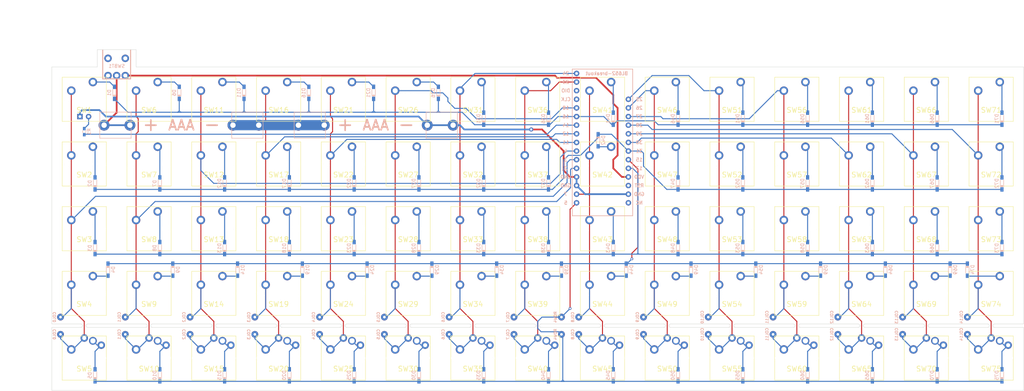
<source format=kicad_pcb>
(kicad_pcb (version 4) (host pcbnew 4.0.7)
  (layers (0 F.Cu signal) (31 B.Cu signal) (34 B.Paste user) (35 F.Paste user) (36 B.SilkS user) (37 F.SilkS user) (38 B.Mask user) (39 F.Mask user) (44 Edge.Cuts user))
  (net 0 "")
  (net 1 "Net-(BT1-Pad1)")
  (net 2 "Net-(BT1-Pad2)")
  (net 3 GND)
  (net 4 ROW0)
  (net 5 "Net-(D1-Pad2)")
  (net 6 ROW1)
  (net 7 "Net-(D2-Pad2)")
  (net 8 ROW2)
  (net 9 "Net-(D3-Pad2)")
  (net 10 ROW3)
  (net 11 "Net-(D4-Pad2)")
  (net 12 ROW4)
  (net 13 "Net-(D5-Pad2)")
  (net 14 "Net-(D6-Pad2)")
  (net 15 "Net-(D7-Pad2)")
  (net 16 "Net-(D8-Pad2)")
  (net 17 "Net-(D9-Pad2)")
  (net 18 "Net-(D10-Pad2)")
  (net 19 "Net-(D11-Pad2)")
  (net 20 "Net-(D12-Pad2)")
  (net 21 "Net-(D13-Pad2)")
  (net 22 "Net-(D14-Pad2)")
  (net 23 "Net-(D15-Pad2)")
  (net 24 "Net-(D16-Pad2)")
  (net 25 "Net-(D17-Pad2)")
  (net 26 "Net-(D18-Pad2)")
  (net 27 "Net-(D19-Pad2)")
  (net 28 "Net-(D20-Pad2)")
  (net 29 "Net-(D21-Pad2)")
  (net 30 "Net-(D22-Pad2)")
  (net 31 "Net-(D23-Pad2)")
  (net 32 "Net-(D24-Pad2)")
  (net 33 "Net-(D25-Pad2)")
  (net 34 "Net-(D26-Pad2)")
  (net 35 "Net-(D27-Pad2)")
  (net 36 "Net-(D28-Pad2)")
  (net 37 "Net-(D29-Pad2)")
  (net 38 "Net-(D30-Pad2)")
  (net 39 "Net-(D31-Pad2)")
  (net 40 "Net-(D32-Pad2)")
  (net 41 "Net-(D33-Pad2)")
  (net 42 "Net-(D34-Pad2)")
  (net 43 "Net-(D35-Pad2)")
  (net 44 "Net-(D36-Pad2)")
  (net 45 "Net-(D37-Pad2)")
  (net 46 "Net-(D38-Pad2)")
  (net 47 "Net-(D39-Pad2)")
  (net 48 "Net-(D40-Pad2)")
  (net 49 "Net-(D41-Pad2)")
  (net 50 "Net-(D42-Pad2)")
  (net 51 "Net-(D43-Pad2)")
  (net 52 "Net-(D44-Pad2)")
  (net 53 "Net-(D45-Pad2)")
  (net 54 "Net-(D46-Pad2)")
  (net 55 "Net-(D47-Pad2)")
  (net 56 "Net-(D48-Pad2)")
  (net 57 "Net-(D49-Pad2)")
  (net 58 "Net-(D50-Pad2)")
  (net 59 "Net-(D51-Pad2)")
  (net 60 "Net-(D52-Pad2)")
  (net 61 "Net-(D53-Pad2)")
  (net 62 "Net-(D54-Pad2)")
  (net 63 "Net-(D55-Pad2)")
  (net 64 "Net-(D56-Pad2)")
  (net 65 "Net-(D57-Pad2)")
  (net 66 "Net-(D58-Pad2)")
  (net 67 "Net-(D59-Pad2)")
  (net 68 "Net-(D60-Pad2)")
  (net 69 "Net-(D61-Pad2)")
  (net 70 "Net-(D62-Pad2)")
  (net 71 "Net-(D63-Pad2)")
  (net 72 "Net-(D64-Pad2)")
  (net 73 "Net-(D65-Pad2)")
  (net 74 "Net-(D66-Pad2)")
  (net 75 "Net-(D67-Pad2)")
  (net 76 "Net-(D68-Pad2)")
  (net 77 "Net-(D69-Pad2)")
  (net 78 "Net-(D70-Pad2)")
  (net 79 "Net-(D71-Pad2)")
  (net 80 "Net-(D72-Pad2)")
  (net 81 "Net-(D73-Pad2)")
  (net 82 "Net-(D74-Pad2)")
  (net 83 "Net-(D75-Pad2)")
  (net 84 COL0)
  (net 85 COL1)
  (net 86 COL2)
  (net 87 COL3)
  (net 88 COL4)
  (net 89 COL5)
  (net 90 COL6)
  (net 91 COL7)
  (net 92 COL8)
  (net 93 COL9)
  (net 94 COL10)
  (net 95 COL11)
  (net 96 COL12)
  (net 97 COL13)
  (net 98 COL14)
  (net 99 VDD)
  (net 100 LED)
  (net 101 "Net-(R1-Pad2)")
  (module Footprints:1608 (layer B.Cu) (at 76.2 105.41 270)
    (fp_text reference R1 (at 0 -1.4 270) (layer B.SilkS) (effects (justify mirror)))
    (fp_text value 1K)
    (pad 1 smd rect (at -0.9 0 270) (size 1 0.8) (layers B.Cu B.Paste B.Mask) (net 100 LED))
    (pad 2 smd rect (at 0.9 0 270) (size 1 0.8) (layers B.Cu B.Paste B.Mask) (net 101 "Net-(R1-Pad2)"))
  )
  (module Footprints:Wirepad (layer B.Cu) (at 69.215 160.02 270)
    (fp_text reference J3 hide)
    (fp_text value COL0 (at 0 1.778 270) (layer B.SilkS) (effects (font (size 0.8 0.8) (thickness 0.16)) (justify mirror)))
    (pad 1 thru_hole circle (at 0 0 270) (size 2 2) (drill 0.8) (layers B.Cu B.Mask) (net 84 COL0))
  )
  (module Footprints:Wirepad (layer B.Cu) (at 69.215 165.1 270)
    (fp_text reference J4 hide)
    (fp_text value COL0 (at 0 1.778 270) (layer B.SilkS) (effects (font (size 0.8 0.8) (thickness 0.16)) (justify mirror)))
    (pad 1 thru_hole circle (at 0 0 270) (size 2 2) (drill 0.8) (layers B.Cu B.Mask) (net 84 COL0))
  )
  (module Footprints:Wirepad (layer B.Cu) (at 145.415 160.02 270)
    (fp_text reference J11 hide)
    (fp_text value COL4 (at 0 1.778 270) (layer B.SilkS) (effects (font (size 0.8 0.8) (thickness 0.16)) (justify mirror)))
    (pad 1 thru_hole circle (at 0 0 270) (size 2 2) (drill 0.8) (layers B.Cu B.Mask) (net 88 COL4))
  )
  (module Footprints:Wirepad (layer B.Cu) (at 145.415 165.1 270)
    (fp_text reference J12 hide)
    (fp_text value COL4 (at 0 1.778 270) (layer B.SilkS) (effects (font (size 0.8 0.8) (thickness 0.16)) (justify mirror)))
    (pad 1 thru_hole circle (at 0 0 270) (size 2 2) (drill 0.8) (layers B.Cu B.Mask) (net 88 COL4))
  )
  (module Footprints:Wirepad (layer B.Cu) (at 240.665 160.02 270)
    (fp_text reference J21 hide)
    (fp_text value COL9 (at 0 1.778 270) (layer B.SilkS) (effects (font (size 0.8 0.8) (thickness 0.16)) (justify mirror)))
    (pad 1 thru_hole circle (at 0 0 270) (size 2 2) (drill 0.8) (layers B.Cu B.Mask) (net 93 COL9))
  )
  (module Footprints:Wirepad (layer B.Cu) (at 240.665 165.1 270)
    (fp_text reference J22 hide)
    (fp_text value COL9 (at 0 1.778 270) (layer B.SilkS) (effects (font (size 0.8 0.8) (thickness 0.16)) (justify mirror)))
    (pad 1 thru_hole circle (at 0 0 270) (size 2 2) (drill 0.8) (layers B.Cu B.Mask) (net 93 COL9))
  )
  (module Footprints:Wirepad (layer B.Cu) (at 335.915 160.02 270)
    (fp_text reference J31 hide)
    (fp_text value COL14 (at 0 1.778 270) (layer B.SilkS) (effects (font (size 0.8 0.8) (thickness 0.16)) (justify mirror)))
    (pad 1 thru_hole circle (at 0 0 270) (size 2 2) (drill 0.8) (layers B.Cu B.Mask) (net 98 COL14))
  )
  (module Footprints:Wirepad (layer B.Cu) (at 335.915 165.1 270)
    (fp_text reference J32 hide)
    (fp_text value COL14 (at 0 1.778 270) (layer B.SilkS) (effects (font (size 0.8 0.8) (thickness 0.16)) (justify mirror)))
    (pad 1 thru_hole circle (at 0 0 270) (size 2 2) (drill 0.8) (layers B.Cu B.Mask) (net 98 COL14))
  )
  (module Footprints:Wirepad (layer B.Cu) (at 216.535 160.02 270)
    (fp_text reference J1 hide)
    (fp_text value ROW4 (at 0 1.778 270) (layer B.SilkS) (effects (font (size 0.8 0.8) (thickness 0.16)) (justify mirror)))
    (pad 1 thru_hole circle (at 0 0 270) (size 2 2) (drill 0.8) (layers B.Cu B.Mask) (net 12 ROW4))
  )
  (module Footprints:Wirepad (layer B.Cu) (at 216.535 165.1 270)
    (fp_text reference J2 hide)
    (fp_text value ROW4 (at 0 1.778 270) (layer B.SilkS) (effects (font (size 0.8 0.8) (thickness 0.16)) (justify mirror)))
    (pad 1 thru_hole circle (at 0 0 270) (size 2 2) (drill 0.8) (layers B.Cu B.Mask) (net 12 ROW4))
  )
  (module Footprints:Wirepad (layer B.Cu) (at 88.265 160.02 270)
    (fp_text reference J5 hide)
    (fp_text value COL1 (at 0 1.778 270) (layer B.SilkS) (effects (font (size 0.8 0.8) (thickness 0.16)) (justify mirror)))
    (pad 1 thru_hole circle (at 0 0 270) (size 2 2) (drill 0.8) (layers B.Cu B.Mask) (net 85 COL1))
  )
  (module Footprints:Wirepad (layer B.Cu) (at 88.265 165.1 270)
    (fp_text reference J6 hide)
    (fp_text value COL1 (at 0 1.778 270) (layer B.SilkS) (effects (font (size 0.8 0.8) (thickness 0.16)) (justify mirror)))
    (pad 1 thru_hole circle (at 0 0 270) (size 2 2) (drill 0.8) (layers B.Cu B.Mask) (net 85 COL1))
  )
  (module Footprints:Wirepad (layer B.Cu) (at 107.315 160.02 270)
    (fp_text reference J7 hide)
    (fp_text value COL2 (at 0 1.778 270) (layer B.SilkS) (effects (font (size 0.8 0.8) (thickness 0.16)) (justify mirror)))
    (pad 1 thru_hole circle (at 0 0 270) (size 2 2) (drill 0.8) (layers B.Cu B.Mask) (net 86 COL2))
  )
  (module Footprints:Wirepad (layer B.Cu) (at 107.315 165.1 270)
    (fp_text reference J8 hide)
    (fp_text value COL2 (at 0 1.778 270) (layer B.SilkS) (effects (font (size 0.8 0.8) (thickness 0.16)) (justify mirror)))
    (pad 1 thru_hole circle (at 0 0 270) (size 2 2) (drill 0.8) (layers B.Cu B.Mask) (net 86 COL2))
  )
  (module Footprints:Wirepad (layer B.Cu) (at 126.365 160.02 270)
    (fp_text reference J9 hide)
    (fp_text value COL3 (at 0 1.778 270) (layer B.SilkS) (effects (font (size 0.8 0.8) (thickness 0.16)) (justify mirror)))
    (pad 1 thru_hole circle (at 0 0 270) (size 2 2) (drill 0.8) (layers B.Cu B.Mask) (net 87 COL3))
  )
  (module Footprints:Wirepad (layer B.Cu) (at 126.365 165.1 270)
    (fp_text reference J10 hide)
    (fp_text value COL3 (at 0 1.778 270) (layer B.SilkS) (effects (font (size 0.8 0.8) (thickness 0.16)) (justify mirror)))
    (pad 1 thru_hole circle (at 0 0 270) (size 2 2) (drill 0.8) (layers B.Cu B.Mask) (net 87 COL3))
  )
  (module Footprints:Wirepad (layer B.Cu) (at 164.465 160.02 270)
    (fp_text reference J13 hide)
    (fp_text value COL5 (at 0 1.778 270) (layer B.SilkS) (effects (font (size 0.8 0.8) (thickness 0.16)) (justify mirror)))
    (pad 1 thru_hole circle (at 0 0 270) (size 2 2) (drill 0.8) (layers B.Cu B.Mask) (net 89 COL5))
  )
  (module Footprints:Wirepad (layer B.Cu) (at 164.465 165.1 270)
    (fp_text reference J14 hide)
    (fp_text value COL5 (at 0 1.778 270) (layer B.SilkS) (effects (font (size 0.8 0.8) (thickness 0.16)) (justify mirror)))
    (pad 1 thru_hole circle (at 0 0 270) (size 2 2) (drill 0.8) (layers B.Cu B.Mask) (net 89 COL5))
  )
  (module Footprints:Wirepad (layer B.Cu) (at 183.515 160.02 270)
    (fp_text reference J15 hide)
    (fp_text value COL6 (at 0 1.778 270) (layer B.SilkS) (effects (font (size 0.8 0.8) (thickness 0.16)) (justify mirror)))
    (pad 1 thru_hole circle (at 0 0 270) (size 2 2) (drill 0.8) (layers B.Cu B.Mask) (net 90 COL6))
  )
  (module Footprints:Wirepad (layer B.Cu) (at 183.515 165.1 270)
    (fp_text reference J16 hide)
    (fp_text value COL6 (at 0 1.778 270) (layer B.SilkS) (effects (font (size 0.8 0.8) (thickness 0.16)) (justify mirror)))
    (pad 1 thru_hole circle (at 0 0 270) (size 2 2) (drill 0.8) (layers B.Cu B.Mask) (net 90 COL6))
  )
  (module Footprints:Wirepad (layer B.Cu) (at 202.565 160.02 270)
    (fp_text reference J17 hide)
    (fp_text value COL7 (at 0 1.778 270) (layer B.SilkS) (effects (font (size 0.8 0.8) (thickness 0.16)) (justify mirror)))
    (pad 1 thru_hole circle (at 0 0 270) (size 2 2) (drill 0.8) (layers B.Cu B.Mask) (net 91 COL7))
  )
  (module Footprints:Wirepad (layer B.Cu) (at 202.565 165.1 270)
    (fp_text reference J18 hide)
    (fp_text value COL7 (at 0 1.778 270) (layer B.SilkS) (effects (font (size 0.8 0.8) (thickness 0.16)) (justify mirror)))
    (pad 1 thru_hole circle (at 0 0 270) (size 2 2) (drill 0.8) (layers B.Cu B.Mask) (net 91 COL7))
  )
  (module Footprints:Wirepad (layer B.Cu) (at 221.615 160.02 270)
    (fp_text reference J19 hide)
    (fp_text value COL8 (at 0 1.778 270) (layer B.SilkS) (effects (font (size 0.8 0.8) (thickness 0.16)) (justify mirror)))
    (pad 1 thru_hole circle (at 0 0 270) (size 2 2) (drill 0.8) (layers B.Cu B.Mask) (net 92 COL8))
  )
  (module Footprints:Wirepad (layer B.Cu) (at 221.615 165.1 270)
    (fp_text reference J20 hide)
    (fp_text value COL8 (at 0 1.778 270) (layer B.SilkS) (effects (font (size 0.8 0.8) (thickness 0.16)) (justify mirror)))
    (pad 1 thru_hole circle (at 0 0 270) (size 2 2) (drill 0.8) (layers B.Cu B.Mask) (net 92 COL8))
  )
  (module Footprints:Wirepad (layer B.Cu) (at 259.715 160.02 270)
    (fp_text reference J23 hide)
    (fp_text value COL10 (at 0 1.778 270) (layer B.SilkS) (effects (font (size 0.8 0.8) (thickness 0.16)) (justify mirror)))
    (pad 1 thru_hole circle (at 0 0 270) (size 2 2) (drill 0.8) (layers B.Cu B.Mask) (net 94 COL10))
  )
  (module Footprints:Wirepad (layer B.Cu) (at 259.715 165.1 270)
    (fp_text reference J24 hide)
    (fp_text value COL10 (at 0 1.778 270) (layer B.SilkS) (effects (font (size 0.8 0.8) (thickness 0.16)) (justify mirror)))
    (pad 1 thru_hole circle (at 0 0 270) (size 2 2) (drill 0.8) (layers B.Cu B.Mask) (net 94 COL10))
  )
  (module Footprints:Wirepad (layer B.Cu) (at 278.765 160.02 270)
    (fp_text reference J25 hide)
    (fp_text value COL11 (at 0 1.778 270) (layer B.SilkS) (effects (font (size 0.8 0.8) (thickness 0.16)) (justify mirror)))
    (pad 1 thru_hole circle (at 0 0 270) (size 2 2) (drill 0.8) (layers B.Cu B.Mask) (net 95 COL11))
  )
  (module Footprints:Wirepad (layer B.Cu) (at 278.765 165.1 270)
    (fp_text reference J26 hide)
    (fp_text value COL11 (at 0 1.778 270) (layer B.SilkS) (effects (font (size 0.8 0.8) (thickness 0.16)) (justify mirror)))
    (pad 1 thru_hole circle (at 0 0 270) (size 2 2) (drill 0.8) (layers B.Cu B.Mask) (net 95 COL11))
  )
  (module Footprints:Wirepad (layer B.Cu) (at 297.815 160.02 270)
    (fp_text reference J27 hide)
    (fp_text value COL12 (at 0 1.778 270) (layer B.SilkS) (effects (font (size 0.8 0.8) (thickness 0.16)) (justify mirror)))
    (pad 1 thru_hole circle (at 0 0 270) (size 2 2) (drill 0.8) (layers B.Cu B.Mask) (net 96 COL12))
  )
  (module Footprints:Wirepad (layer B.Cu) (at 297.815 165.1 270)
    (fp_text reference J28 hide)
    (fp_text value COL12 (at 0 1.778 270) (layer B.SilkS) (effects (font (size 0.8 0.8) (thickness 0.16)) (justify mirror)))
    (pad 1 thru_hole circle (at 0 0 270) (size 2 2) (drill 0.8) (layers B.Cu B.Mask) (net 96 COL12))
  )
  (module Footprints:Wirepad (layer B.Cu) (at 316.865 160.02 270)
    (fp_text reference J29 hide)
    (fp_text value COL13 (at 0 1.778 270) (layer B.SilkS) (effects (font (size 0.8 0.8) (thickness 0.16)) (justify mirror)))
    (pad 1 thru_hole circle (at 0 0 270) (size 2 2) (drill 0.8) (layers B.Cu B.Mask) (net 97 COL13))
  )
  (module Footprints:Wirepad (layer B.Cu) (at 316.865 165.1 270)
    (fp_text reference J30 hide)
    (fp_text value COL13 (at 0 1.778 270) (layer B.SilkS) (effects (font (size 0.8 0.8) (thickness 0.16)) (justify mirror)))
    (pad 1 thru_hole circle (at 0 0 270) (size 2 2) (drill 0.8) (layers B.Cu B.Mask) (net 97 COL13))
  )
  (module Footprints:5FS1-S1-M6-S-E (layer B.Cu) (at 85.725 88.9)
    (fp_text reference SWBT1 (at 0 -2.794) (layer B.SilkS) (effects (justify mirror)))
    (fp_text value SW_SPDT)
    (pad 2 thru_hole circle (at 0 0) (size 2.2 2.2) (drill 1.2) (layers *.Cu *.Mask) (net 1 "Net-(BT1-Pad1)"))
    (pad 1 thru_hole circle (at 2.54 0) (size 2.2 2.2) (drill 1.2) (layers *.Cu *.Mask) (net 99 VDD))
    (pad 3 thru_hole circle (at -2.54 0) (size 2.2 2.2) (drill 1.2) (layers *.Cu *.Mask))
    (pad "" thru_hole circle (at 2.54 -5.08) (size 2.2 2.2) (drill 1.2) (layers *.Cu *.Mask))
    (pad "" thru_hole circle (at -2.54 -5.08) (size 2.2 2.2) (drill 1.2) (layers *.Cu *.Mask))
  )
  (module Footprints:CherryMx (layer F.Cu) (at 342.9 133.985)
    (fp_text reference SW73 (at 0 3.175) (layer F.SilkS) (effects (font (size 1.5 1.5) (thickness 0.2))))
    (fp_text value SW_Push hide)
    (pad "" np_thru_hole circle (at 5.08 0) (size 1.7 1.7) (drill 1.7) (layers *.Cu *.Mask))
    (pad 2 thru_hole circle (at 2.54 -5.08) (size 2.5 2.5) (drill 1.5) (layers *.Cu *.Mask) (net 81 "Net-(D73-Pad2)"))
    (pad "" np_thru_hole circle (at 0 0) (size 4 4) (drill 4) (layers *.Cu *.Mask))
    (pad 1 thru_hole circle (at -3.81 -2.54) (size 2.5 2.5) (drill 1.5) (layers *.Cu *.Mask) (net 98 COL14))
    (pad "" np_thru_hole circle (at -5.08 0) (size 1.7 1.7) (drill 1.7) (layers *.Cu *.Mask))
  )
  (module Footprints:CherryMx (layer F.Cu) (at 323.85 114.935)
    (fp_text reference SW67 (at 0 3.175) (layer F.SilkS) (effects (font (size 1.5 1.5) (thickness 0.2))))
    (fp_text value SW_Push hide)
    (pad "" np_thru_hole circle (at 5.08 0) (size 1.7 1.7) (drill 1.7) (layers *.Cu *.Mask))
    (pad 2 thru_hole circle (at 2.54 -5.08) (size 2.5 2.5) (drill 1.5) (layers *.Cu *.Mask) (net 75 "Net-(D67-Pad2)"))
    (pad "" np_thru_hole circle (at 0 0) (size 4 4) (drill 4) (layers *.Cu *.Mask))
    (pad 1 thru_hole circle (at -3.81 -2.54) (size 2.5 2.5) (drill 1.5) (layers *.Cu *.Mask) (net 97 COL13))
    (pad "" np_thru_hole circle (at -5.08 0) (size 1.7 1.7) (drill 1.7) (layers *.Cu *.Mask))
  )
  (module Footprints:CherryMx (layer F.Cu) (at 228.6 133.985)
    (fp_text reference SW43 (at 0 3.175) (layer F.SilkS) (effects (font (size 1.5 1.5) (thickness 0.2))))
    (fp_text value SW_Push hide)
    (pad "" np_thru_hole circle (at 5.08 0) (size 1.7 1.7) (drill 1.7) (layers *.Cu *.Mask))
    (pad 2 thru_hole circle (at 2.54 -5.08) (size 2.5 2.5) (drill 1.5) (layers *.Cu *.Mask) (net 51 "Net-(D43-Pad2)"))
    (pad "" np_thru_hole circle (at 0 0) (size 4 4) (drill 4) (layers *.Cu *.Mask))
    (pad 1 thru_hole circle (at -3.81 -2.54) (size 2.5 2.5) (drill 1.5) (layers *.Cu *.Mask) (net 92 COL8))
    (pad "" np_thru_hole circle (at -5.08 0) (size 1.7 1.7) (drill 1.7) (layers *.Cu *.Mask))
  )
  (module Footprints:CherryMx (layer F.Cu) (at 228.6 95.885)
    (fp_text reference SW41 (at 0 3.175) (layer F.SilkS) (effects (font (size 1.5 1.5) (thickness 0.2))))
    (fp_text value SW_Push hide)
    (pad "" np_thru_hole circle (at 5.08 0) (size 1.7 1.7) (drill 1.7) (layers *.Cu *.Mask))
    (pad 2 thru_hole circle (at 2.54 -5.08) (size 2.5 2.5) (drill 1.5) (layers *.Cu *.Mask) (net 49 "Net-(D41-Pad2)"))
    (pad "" np_thru_hole circle (at 0 0) (size 4 4) (drill 4) (layers *.Cu *.Mask))
    (pad 1 thru_hole circle (at -3.81 -2.54) (size 2.5 2.5) (drill 1.5) (layers *.Cu *.Mask) (net 92 COL8))
    (pad "" np_thru_hole circle (at -5.08 0) (size 1.7 1.7) (drill 1.7) (layers *.Cu *.Mask))
  )
  (module Footprints:CherryMx (layer F.Cu) (at 95.25 153.035)
    (fp_text reference SW9 (at 0 3.175) (layer F.SilkS) (effects (font (size 1.5 1.5) (thickness 0.2))))
    (fp_text value SW_Push hide)
    (pad "" np_thru_hole circle (at 5.08 0) (size 1.7 1.7) (drill 1.7) (layers *.Cu *.Mask))
    (pad 2 thru_hole circle (at 2.54 -5.08) (size 2.5 2.5) (drill 1.5) (layers *.Cu *.Mask) (net 17 "Net-(D9-Pad2)"))
    (pad "" np_thru_hole circle (at 0 0) (size 4 4) (drill 4) (layers *.Cu *.Mask))
    (pad 1 thru_hole circle (at -3.81 -2.54) (size 2.5 2.5) (drill 1.5) (layers *.Cu *.Mask) (net 85 COL1))
    (pad "" np_thru_hole circle (at -5.08 0) (size 1.7 1.7) (drill 1.7) (layers *.Cu *.Mask))
  )
  (module Footprints:CherryMx (layer F.Cu) (at 171.45 153.035)
    (fp_text reference SW29 (at 0 3.175) (layer F.SilkS) (effects (font (size 1.5 1.5) (thickness 0.2))))
    (fp_text value SW_Push hide)
    (pad "" np_thru_hole circle (at 5.08 0) (size 1.7 1.7) (drill 1.7) (layers *.Cu *.Mask))
    (pad 2 thru_hole circle (at 2.54 -5.08) (size 2.5 2.5) (drill 1.5) (layers *.Cu *.Mask) (net 37 "Net-(D29-Pad2)"))
    (pad "" np_thru_hole circle (at 0 0) (size 4 4) (drill 4) (layers *.Cu *.Mask))
    (pad 1 thru_hole circle (at -3.81 -2.54) (size 2.5 2.5) (drill 1.5) (layers *.Cu *.Mask) (net 89 COL5))
    (pad "" np_thru_hole circle (at -5.08 0) (size 1.7 1.7) (drill 1.7) (layers *.Cu *.Mask))
  )
  (module Footprints:CherryMx (layer F.Cu) (at 323.85 153.035)
    (fp_text reference SW69 (at 0 3.175) (layer F.SilkS) (effects (font (size 1.5 1.5) (thickness 0.2))))
    (fp_text value SW_Push hide)
    (pad "" np_thru_hole circle (at 5.08 0) (size 1.7 1.7) (drill 1.7) (layers *.Cu *.Mask))
    (pad 2 thru_hole circle (at 2.54 -5.08) (size 2.5 2.5) (drill 1.5) (layers *.Cu *.Mask) (net 77 "Net-(D69-Pad2)"))
    (pad "" np_thru_hole circle (at 0 0) (size 4 4) (drill 4) (layers *.Cu *.Mask))
    (pad 1 thru_hole circle (at -3.81 -2.54) (size 2.5 2.5) (drill 1.5) (layers *.Cu *.Mask) (net 97 COL13))
    (pad "" np_thru_hole circle (at -5.08 0) (size 1.7 1.7) (drill 1.7) (layers *.Cu *.Mask))
  )
  (module Footprints:CherryMx (layer F.Cu) (at 342.9 153.035)
    (fp_text reference SW74 (at 0 3.175) (layer F.SilkS) (effects (font (size 1.5 1.5) (thickness 0.2))))
    (fp_text value SW_Push hide)
    (pad "" np_thru_hole circle (at 5.08 0) (size 1.7 1.7) (drill 1.7) (layers *.Cu *.Mask))
    (pad 2 thru_hole circle (at 2.54 -5.08) (size 2.5 2.5) (drill 1.5) (layers *.Cu *.Mask) (net 82 "Net-(D74-Pad2)"))
    (pad "" np_thru_hole circle (at 0 0) (size 4 4) (drill 4) (layers *.Cu *.Mask))
    (pad 1 thru_hole circle (at -3.81 -2.54) (size 2.5 2.5) (drill 1.5) (layers *.Cu *.Mask) (net 98 COL14))
    (pad "" np_thru_hole circle (at -5.08 0) (size 1.7 1.7) (drill 1.7) (layers *.Cu *.Mask))
  )
  (module Footprints:CherryMx (layer F.Cu) (at 76.2 114.935)
    (fp_text reference SW2 (at 0 3.175) (layer F.SilkS) (effects (font (size 1.5 1.5) (thickness 0.2))))
    (fp_text value SW_Push hide)
    (pad "" np_thru_hole circle (at 5.08 0) (size 1.7 1.7) (drill 1.7) (layers *.Cu *.Mask))
    (pad 2 thru_hole circle (at 2.54 -5.08) (size 2.5 2.5) (drill 1.5) (layers *.Cu *.Mask) (net 7 "Net-(D2-Pad2)"))
    (pad "" np_thru_hole circle (at 0 0) (size 4 4) (drill 4) (layers *.Cu *.Mask))
    (pad 1 thru_hole circle (at -3.81 -2.54) (size 2.5 2.5) (drill 1.5) (layers *.Cu *.Mask) (net 84 COL0))
    (pad "" np_thru_hole circle (at -5.08 0) (size 1.7 1.7) (drill 1.7) (layers *.Cu *.Mask))
  )
  (module Footprints:CherryMx (layer F.Cu) (at 76.2 133.985)
    (fp_text reference SW3 (at 0 3.175) (layer F.SilkS) (effects (font (size 1.5 1.5) (thickness 0.2))))
    (fp_text value SW_Push hide)
    (pad "" np_thru_hole circle (at 5.08 0) (size 1.7 1.7) (drill 1.7) (layers *.Cu *.Mask))
    (pad 2 thru_hole circle (at 2.54 -5.08) (size 2.5 2.5) (drill 1.5) (layers *.Cu *.Mask) (net 9 "Net-(D3-Pad2)"))
    (pad "" np_thru_hole circle (at 0 0) (size 4 4) (drill 4) (layers *.Cu *.Mask))
    (pad 1 thru_hole circle (at -3.81 -2.54) (size 2.5 2.5) (drill 1.5) (layers *.Cu *.Mask) (net 84 COL0))
    (pad "" np_thru_hole circle (at -5.08 0) (size 1.7 1.7) (drill 1.7) (layers *.Cu *.Mask))
  )
  (module Footprints:CherryMx (layer F.Cu) (at 76.2 153.035)
    (fp_text reference SW4 (at 0 3.175) (layer F.SilkS) (effects (font (size 1.5 1.5) (thickness 0.2))))
    (fp_text value SW_Push hide)
    (pad "" np_thru_hole circle (at 5.08 0) (size 1.7 1.7) (drill 1.7) (layers *.Cu *.Mask))
    (pad 2 thru_hole circle (at 2.54 -5.08) (size 2.5 2.5) (drill 1.5) (layers *.Cu *.Mask) (net 11 "Net-(D4-Pad2)"))
    (pad "" np_thru_hole circle (at 0 0) (size 4 4) (drill 4) (layers *.Cu *.Mask))
    (pad 1 thru_hole circle (at -3.81 -2.54) (size 2.5 2.5) (drill 1.5) (layers *.Cu *.Mask) (net 84 COL0))
    (pad "" np_thru_hole circle (at -5.08 0) (size 1.7 1.7) (drill 1.7) (layers *.Cu *.Mask))
  )
  (module Footprints:CherryMx (layer F.Cu) (at 95.25 95.885)
    (fp_text reference SW6 (at 0 3.175) (layer F.SilkS) (effects (font (size 1.5 1.5) (thickness 0.2))))
    (fp_text value SW_Push hide)
    (pad "" np_thru_hole circle (at 5.08 0) (size 1.7 1.7) (drill 1.7) (layers *.Cu *.Mask))
    (pad 2 thru_hole circle (at 2.54 -5.08) (size 2.5 2.5) (drill 1.5) (layers *.Cu *.Mask) (net 14 "Net-(D6-Pad2)"))
    (pad "" np_thru_hole circle (at 0 0) (size 4 4) (drill 4) (layers *.Cu *.Mask))
    (pad 1 thru_hole circle (at -3.81 -2.54) (size 2.5 2.5) (drill 1.5) (layers *.Cu *.Mask) (net 85 COL1))
    (pad "" np_thru_hole circle (at -5.08 0) (size 1.7 1.7) (drill 1.7) (layers *.Cu *.Mask))
  )
  (module Footprints:CherryMx (layer F.Cu) (at 95.25 114.935)
    (fp_text reference SW7 (at 0 3.175) (layer F.SilkS) (effects (font (size 1.5 1.5) (thickness 0.2))))
    (fp_text value SW_Push hide)
    (pad "" np_thru_hole circle (at 5.08 0) (size 1.7 1.7) (drill 1.7) (layers *.Cu *.Mask))
    (pad 2 thru_hole circle (at 2.54 -5.08) (size 2.5 2.5) (drill 1.5) (layers *.Cu *.Mask) (net 15 "Net-(D7-Pad2)"))
    (pad "" np_thru_hole circle (at 0 0) (size 4 4) (drill 4) (layers *.Cu *.Mask))
    (pad 1 thru_hole circle (at -3.81 -2.54) (size 2.5 2.5) (drill 1.5) (layers *.Cu *.Mask) (net 85 COL1))
    (pad "" np_thru_hole circle (at -5.08 0) (size 1.7 1.7) (drill 1.7) (layers *.Cu *.Mask))
  )
  (module Footprints:CherryMx (layer F.Cu) (at 95.25 133.985)
    (fp_text reference SW8 (at 0 3.175) (layer F.SilkS) (effects (font (size 1.5 1.5) (thickness 0.2))))
    (fp_text value SW_Push hide)
    (pad "" np_thru_hole circle (at 5.08 0) (size 1.7 1.7) (drill 1.7) (layers *.Cu *.Mask))
    (pad 2 thru_hole circle (at 2.54 -5.08) (size 2.5 2.5) (drill 1.5) (layers *.Cu *.Mask) (net 16 "Net-(D8-Pad2)"))
    (pad "" np_thru_hole circle (at 0 0) (size 4 4) (drill 4) (layers *.Cu *.Mask))
    (pad 1 thru_hole circle (at -3.81 -2.54) (size 2.5 2.5) (drill 1.5) (layers *.Cu *.Mask) (net 85 COL1))
    (pad "" np_thru_hole circle (at -5.08 0) (size 1.7 1.7) (drill 1.7) (layers *.Cu *.Mask))
  )
  (module Footprints:CherryMx (layer F.Cu) (at 114.3 95.885)
    (fp_text reference SW11 (at 0 3.175) (layer F.SilkS) (effects (font (size 1.5 1.5) (thickness 0.2))))
    (fp_text value SW_Push hide)
    (pad "" np_thru_hole circle (at 5.08 0) (size 1.7 1.7) (drill 1.7) (layers *.Cu *.Mask))
    (pad 2 thru_hole circle (at 2.54 -5.08) (size 2.5 2.5) (drill 1.5) (layers *.Cu *.Mask) (net 19 "Net-(D11-Pad2)"))
    (pad "" np_thru_hole circle (at 0 0) (size 4 4) (drill 4) (layers *.Cu *.Mask))
    (pad 1 thru_hole circle (at -3.81 -2.54) (size 2.5 2.5) (drill 1.5) (layers *.Cu *.Mask) (net 86 COL2))
    (pad "" np_thru_hole circle (at -5.08 0) (size 1.7 1.7) (drill 1.7) (layers *.Cu *.Mask))
  )
  (module Footprints:CherryMx (layer F.Cu) (at 114.3 114.935)
    (fp_text reference SW12 (at 0 3.175) (layer F.SilkS) (effects (font (size 1.5 1.5) (thickness 0.2))))
    (fp_text value SW_Push hide)
    (pad "" np_thru_hole circle (at 5.08 0) (size 1.7 1.7) (drill 1.7) (layers *.Cu *.Mask))
    (pad 2 thru_hole circle (at 2.54 -5.08) (size 2.5 2.5) (drill 1.5) (layers *.Cu *.Mask) (net 20 "Net-(D12-Pad2)"))
    (pad "" np_thru_hole circle (at 0 0) (size 4 4) (drill 4) (layers *.Cu *.Mask))
    (pad 1 thru_hole circle (at -3.81 -2.54) (size 2.5 2.5) (drill 1.5) (layers *.Cu *.Mask) (net 86 COL2))
    (pad "" np_thru_hole circle (at -5.08 0) (size 1.7 1.7) (drill 1.7) (layers *.Cu *.Mask))
  )
  (module Footprints:CherryMx (layer F.Cu) (at 114.3 133.985)
    (fp_text reference SW13 (at 0 3.175) (layer F.SilkS) (effects (font (size 1.5 1.5) (thickness 0.2))))
    (fp_text value SW_Push hide)
    (pad "" np_thru_hole circle (at 5.08 0) (size 1.7 1.7) (drill 1.7) (layers *.Cu *.Mask))
    (pad 2 thru_hole circle (at 2.54 -5.08) (size 2.5 2.5) (drill 1.5) (layers *.Cu *.Mask) (net 21 "Net-(D13-Pad2)"))
    (pad "" np_thru_hole circle (at 0 0) (size 4 4) (drill 4) (layers *.Cu *.Mask))
    (pad 1 thru_hole circle (at -3.81 -2.54) (size 2.5 2.5) (drill 1.5) (layers *.Cu *.Mask) (net 86 COL2))
    (pad "" np_thru_hole circle (at -5.08 0) (size 1.7 1.7) (drill 1.7) (layers *.Cu *.Mask))
  )
  (module Footprints:CherryMx (layer F.Cu) (at 114.3 153.035)
    (fp_text reference SW14 (at 0 3.175) (layer F.SilkS) (effects (font (size 1.5 1.5) (thickness 0.2))))
    (fp_text value SW_Push hide)
    (pad "" np_thru_hole circle (at 5.08 0) (size 1.7 1.7) (drill 1.7) (layers *.Cu *.Mask))
    (pad 2 thru_hole circle (at 2.54 -5.08) (size 2.5 2.5) (drill 1.5) (layers *.Cu *.Mask) (net 22 "Net-(D14-Pad2)"))
    (pad "" np_thru_hole circle (at 0 0) (size 4 4) (drill 4) (layers *.Cu *.Mask))
    (pad 1 thru_hole circle (at -3.81 -2.54) (size 2.5 2.5) (drill 1.5) (layers *.Cu *.Mask) (net 86 COL2))
    (pad "" np_thru_hole circle (at -5.08 0) (size 1.7 1.7) (drill 1.7) (layers *.Cu *.Mask))
  )
  (module Footprints:CherryMx (layer F.Cu) (at 133.35 95.885)
    (fp_text reference SW16 (at 0 3.175) (layer F.SilkS) (effects (font (size 1.5 1.5) (thickness 0.2))))
    (fp_text value SW_Push hide)
    (pad "" np_thru_hole circle (at 5.08 0) (size 1.7 1.7) (drill 1.7) (layers *.Cu *.Mask))
    (pad 2 thru_hole circle (at 2.54 -5.08) (size 2.5 2.5) (drill 1.5) (layers *.Cu *.Mask) (net 24 "Net-(D16-Pad2)"))
    (pad "" np_thru_hole circle (at 0 0) (size 4 4) (drill 4) (layers *.Cu *.Mask))
    (pad 1 thru_hole circle (at -3.81 -2.54) (size 2.5 2.5) (drill 1.5) (layers *.Cu *.Mask) (net 87 COL3))
    (pad "" np_thru_hole circle (at -5.08 0) (size 1.7 1.7) (drill 1.7) (layers *.Cu *.Mask))
  )
  (module Footprints:CherryMx (layer F.Cu) (at 133.35 133.985)
    (fp_text reference SW18 (at 0 3.175) (layer F.SilkS) (effects (font (size 1.5 1.5) (thickness 0.2))))
    (fp_text value SW_Push hide)
    (pad "" np_thru_hole circle (at 5.08 0) (size 1.7 1.7) (drill 1.7) (layers *.Cu *.Mask))
    (pad 2 thru_hole circle (at 2.54 -5.08) (size 2.5 2.5) (drill 1.5) (layers *.Cu *.Mask) (net 26 "Net-(D18-Pad2)"))
    (pad "" np_thru_hole circle (at 0 0) (size 4 4) (drill 4) (layers *.Cu *.Mask))
    (pad 1 thru_hole circle (at -3.81 -2.54) (size 2.5 2.5) (drill 1.5) (layers *.Cu *.Mask) (net 87 COL3))
    (pad "" np_thru_hole circle (at -5.08 0) (size 1.7 1.7) (drill 1.7) (layers *.Cu *.Mask))
  )
  (module Footprints:CherryMx (layer F.Cu) (at 133.35 153.035)
    (fp_text reference SW19 (at 0 3.175) (layer F.SilkS) (effects (font (size 1.5 1.5) (thickness 0.2))))
    (fp_text value SW_Push hide)
    (pad "" np_thru_hole circle (at 5.08 0) (size 1.7 1.7) (drill 1.7) (layers *.Cu *.Mask))
    (pad 2 thru_hole circle (at 2.54 -5.08) (size 2.5 2.5) (drill 1.5) (layers *.Cu *.Mask) (net 27 "Net-(D19-Pad2)"))
    (pad "" np_thru_hole circle (at 0 0) (size 4 4) (drill 4) (layers *.Cu *.Mask))
    (pad 1 thru_hole circle (at -3.81 -2.54) (size 2.5 2.5) (drill 1.5) (layers *.Cu *.Mask) (net 87 COL3))
    (pad "" np_thru_hole circle (at -5.08 0) (size 1.7 1.7) (drill 1.7) (layers *.Cu *.Mask))
  )
  (module Footprints:CherryMx (layer F.Cu) (at 152.4 95.885)
    (fp_text reference SW21 (at 0 3.175) (layer F.SilkS) (effects (font (size 1.5 1.5) (thickness 0.2))))
    (fp_text value SW_Push hide)
    (pad "" np_thru_hole circle (at 5.08 0) (size 1.7 1.7) (drill 1.7) (layers *.Cu *.Mask))
    (pad 2 thru_hole circle (at 2.54 -5.08) (size 2.5 2.5) (drill 1.5) (layers *.Cu *.Mask) (net 29 "Net-(D21-Pad2)"))
    (pad "" np_thru_hole circle (at 0 0) (size 4 4) (drill 4) (layers *.Cu *.Mask))
    (pad 1 thru_hole circle (at -3.81 -2.54) (size 2.5 2.5) (drill 1.5) (layers *.Cu *.Mask) (net 88 COL4))
    (pad "" np_thru_hole circle (at -5.08 0) (size 1.7 1.7) (drill 1.7) (layers *.Cu *.Mask))
  )
  (module Footprints:CherryMx (layer F.Cu) (at 152.4 133.985)
    (fp_text reference SW23 (at 0 3.175) (layer F.SilkS) (effects (font (size 1.5 1.5) (thickness 0.2))))
    (fp_text value SW_Push hide)
    (pad "" np_thru_hole circle (at 5.08 0) (size 1.7 1.7) (drill 1.7) (layers *.Cu *.Mask))
    (pad 2 thru_hole circle (at 2.54 -5.08) (size 2.5 2.5) (drill 1.5) (layers *.Cu *.Mask) (net 31 "Net-(D23-Pad2)"))
    (pad "" np_thru_hole circle (at 0 0) (size 4 4) (drill 4) (layers *.Cu *.Mask))
    (pad 1 thru_hole circle (at -3.81 -2.54) (size 2.5 2.5) (drill 1.5) (layers *.Cu *.Mask) (net 88 COL4))
    (pad "" np_thru_hole circle (at -5.08 0) (size 1.7 1.7) (drill 1.7) (layers *.Cu *.Mask))
  )
  (module Footprints:CherryMx (layer F.Cu) (at 152.4 153.035)
    (fp_text reference SW24 (at 0 3.175) (layer F.SilkS) (effects (font (size 1.5 1.5) (thickness 0.2))))
    (fp_text value SW_Push hide)
    (pad "" np_thru_hole circle (at 5.08 0) (size 1.7 1.7) (drill 1.7) (layers *.Cu *.Mask))
    (pad 2 thru_hole circle (at 2.54 -5.08) (size 2.5 2.5) (drill 1.5) (layers *.Cu *.Mask) (net 32 "Net-(D24-Pad2)"))
    (pad "" np_thru_hole circle (at 0 0) (size 4 4) (drill 4) (layers *.Cu *.Mask))
    (pad 1 thru_hole circle (at -3.81 -2.54) (size 2.5 2.5) (drill 1.5) (layers *.Cu *.Mask) (net 88 COL4))
    (pad "" np_thru_hole circle (at -5.08 0) (size 1.7 1.7) (drill 1.7) (layers *.Cu *.Mask))
  )
  (module Footprints:CherryMx (layer F.Cu) (at 171.45 133.985)
    (fp_text reference SW28 (at 0 3.175) (layer F.SilkS) (effects (font (size 1.5 1.5) (thickness 0.2))))
    (fp_text value SW_Push hide)
    (pad "" np_thru_hole circle (at 5.08 0) (size 1.7 1.7) (drill 1.7) (layers *.Cu *.Mask))
    (pad 2 thru_hole circle (at 2.54 -5.08) (size 2.5 2.5) (drill 1.5) (layers *.Cu *.Mask) (net 36 "Net-(D28-Pad2)"))
    (pad "" np_thru_hole circle (at 0 0) (size 4 4) (drill 4) (layers *.Cu *.Mask))
    (pad 1 thru_hole circle (at -3.81 -2.54) (size 2.5 2.5) (drill 1.5) (layers *.Cu *.Mask) (net 89 COL5))
    (pad "" np_thru_hole circle (at -5.08 0) (size 1.7 1.7) (drill 1.7) (layers *.Cu *.Mask))
  )
  (module Footprints:CherryMx (layer F.Cu) (at 190.5 114.935)
    (fp_text reference SW32 (at 0 3.175) (layer F.SilkS) (effects (font (size 1.5 1.5) (thickness 0.2))))
    (fp_text value SW_Push hide)
    (pad "" np_thru_hole circle (at 5.08 0) (size 1.7 1.7) (drill 1.7) (layers *.Cu *.Mask))
    (pad 2 thru_hole circle (at 2.54 -5.08) (size 2.5 2.5) (drill 1.5) (layers *.Cu *.Mask) (net 40 "Net-(D32-Pad2)"))
    (pad "" np_thru_hole circle (at 0 0) (size 4 4) (drill 4) (layers *.Cu *.Mask))
    (pad 1 thru_hole circle (at -3.81 -2.54) (size 2.5 2.5) (drill 1.5) (layers *.Cu *.Mask) (net 90 COL6))
    (pad "" np_thru_hole circle (at -5.08 0) (size 1.7 1.7) (drill 1.7) (layers *.Cu *.Mask))
  )
  (module Footprints:CherryMx (layer F.Cu) (at 190.5 133.985)
    (fp_text reference SW33 (at 0 3.175) (layer F.SilkS) (effects (font (size 1.5 1.5) (thickness 0.2))))
    (fp_text value SW_Push hide)
    (pad "" np_thru_hole circle (at 5.08 0) (size 1.7 1.7) (drill 1.7) (layers *.Cu *.Mask))
    (pad 2 thru_hole circle (at 2.54 -5.08) (size 2.5 2.5) (drill 1.5) (layers *.Cu *.Mask) (net 41 "Net-(D33-Pad2)"))
    (pad "" np_thru_hole circle (at 0 0) (size 4 4) (drill 4) (layers *.Cu *.Mask))
    (pad 1 thru_hole circle (at -3.81 -2.54) (size 2.5 2.5) (drill 1.5) (layers *.Cu *.Mask) (net 90 COL6))
    (pad "" np_thru_hole circle (at -5.08 0) (size 1.7 1.7) (drill 1.7) (layers *.Cu *.Mask))
  )
  (module Footprints:CherryMx (layer F.Cu) (at 190.5 153.035)
    (fp_text reference SW34 (at 0 3.175) (layer F.SilkS) (effects (font (size 1.5 1.5) (thickness 0.2))))
    (fp_text value SW_Push hide)
    (pad "" np_thru_hole circle (at 5.08 0) (size 1.7 1.7) (drill 1.7) (layers *.Cu *.Mask))
    (pad 2 thru_hole circle (at 2.54 -5.08) (size 2.5 2.5) (drill 1.5) (layers *.Cu *.Mask) (net 42 "Net-(D34-Pad2)"))
    (pad "" np_thru_hole circle (at 0 0) (size 4 4) (drill 4) (layers *.Cu *.Mask))
    (pad 1 thru_hole circle (at -3.81 -2.54) (size 2.5 2.5) (drill 1.5) (layers *.Cu *.Mask) (net 90 COL6))
    (pad "" np_thru_hole circle (at -5.08 0) (size 1.7 1.7) (drill 1.7) (layers *.Cu *.Mask))
  )
  (module Footprints:CherryMx (layer F.Cu) (at 209.55 114.935)
    (fp_text reference SW37 (at 0 3.175) (layer F.SilkS) (effects (font (size 1.5 1.5) (thickness 0.2))))
    (fp_text value SW_Push hide)
    (pad "" np_thru_hole circle (at 5.08 0) (size 1.7 1.7) (drill 1.7) (layers *.Cu *.Mask))
    (pad 2 thru_hole circle (at 2.54 -5.08) (size 2.5 2.5) (drill 1.5) (layers *.Cu *.Mask) (net 45 "Net-(D37-Pad2)"))
    (pad "" np_thru_hole circle (at 0 0) (size 4 4) (drill 4) (layers *.Cu *.Mask))
    (pad 1 thru_hole circle (at -3.81 -2.54) (size 2.5 2.5) (drill 1.5) (layers *.Cu *.Mask) (net 91 COL7))
    (pad "" np_thru_hole circle (at -5.08 0) (size 1.7 1.7) (drill 1.7) (layers *.Cu *.Mask))
  )
  (module Footprints:CherryMx (layer F.Cu) (at 209.55 133.985)
    (fp_text reference SW38 (at 0 3.175) (layer F.SilkS) (effects (font (size 1.5 1.5) (thickness 0.2))))
    (fp_text value SW_Push hide)
    (pad "" np_thru_hole circle (at 5.08 0) (size 1.7 1.7) (drill 1.7) (layers *.Cu *.Mask))
    (pad 2 thru_hole circle (at 2.54 -5.08) (size 2.5 2.5) (drill 1.5) (layers *.Cu *.Mask) (net 46 "Net-(D38-Pad2)"))
    (pad "" np_thru_hole circle (at 0 0) (size 4 4) (drill 4) (layers *.Cu *.Mask))
    (pad 1 thru_hole circle (at -3.81 -2.54) (size 2.5 2.5) (drill 1.5) (layers *.Cu *.Mask) (net 91 COL7))
    (pad "" np_thru_hole circle (at -5.08 0) (size 1.7 1.7) (drill 1.7) (layers *.Cu *.Mask))
  )
  (module Footprints:CherryMx (layer F.Cu) (at 209.55 153.035)
    (fp_text reference SW39 (at 0 3.175) (layer F.SilkS) (effects (font (size 1.5 1.5) (thickness 0.2))))
    (fp_text value SW_Push hide)
    (pad "" np_thru_hole circle (at 5.08 0) (size 1.7 1.7) (drill 1.7) (layers *.Cu *.Mask))
    (pad 2 thru_hole circle (at 2.54 -5.08) (size 2.5 2.5) (drill 1.5) (layers *.Cu *.Mask) (net 47 "Net-(D39-Pad2)"))
    (pad "" np_thru_hole circle (at 0 0) (size 4 4) (drill 4) (layers *.Cu *.Mask))
    (pad 1 thru_hole circle (at -3.81 -2.54) (size 2.5 2.5) (drill 1.5) (layers *.Cu *.Mask) (net 91 COL7))
    (pad "" np_thru_hole circle (at -5.08 0) (size 1.7 1.7) (drill 1.7) (layers *.Cu *.Mask))
  )
  (module Footprints:CherryMx (layer F.Cu) (at 228.6 153.035)
    (fp_text reference SW44 (at 0 3.175) (layer F.SilkS) (effects (font (size 1.5 1.5) (thickness 0.2))))
    (fp_text value SW_Push hide)
    (pad "" np_thru_hole circle (at 5.08 0) (size 1.7 1.7) (drill 1.7) (layers *.Cu *.Mask))
    (pad 2 thru_hole circle (at 2.54 -5.08) (size 2.5 2.5) (drill 1.5) (layers *.Cu *.Mask) (net 52 "Net-(D44-Pad2)"))
    (pad "" np_thru_hole circle (at 0 0) (size 4 4) (drill 4) (layers *.Cu *.Mask))
    (pad 1 thru_hole circle (at -3.81 -2.54) (size 2.5 2.5) (drill 1.5) (layers *.Cu *.Mask) (net 92 COL8))
    (pad "" np_thru_hole circle (at -5.08 0) (size 1.7 1.7) (drill 1.7) (layers *.Cu *.Mask))
  )
  (module Footprints:CherryMx (layer F.Cu) (at 247.65 95.885)
    (fp_text reference SW46 (at 0 3.175) (layer F.SilkS) (effects (font (size 1.5 1.5) (thickness 0.2))))
    (fp_text value SW_Push hide)
    (pad "" np_thru_hole circle (at 5.08 0) (size 1.7 1.7) (drill 1.7) (layers *.Cu *.Mask))
    (pad 2 thru_hole circle (at 2.54 -5.08) (size 2.5 2.5) (drill 1.5) (layers *.Cu *.Mask) (net 54 "Net-(D46-Pad2)"))
    (pad "" np_thru_hole circle (at 0 0) (size 4 4) (drill 4) (layers *.Cu *.Mask))
    (pad 1 thru_hole circle (at -3.81 -2.54) (size 2.5 2.5) (drill 1.5) (layers *.Cu *.Mask) (net 93 COL9))
    (pad "" np_thru_hole circle (at -5.08 0) (size 1.7 1.7) (drill 1.7) (layers *.Cu *.Mask))
  )
  (module Footprints:CherryMx (layer F.Cu) (at 247.65 114.935)
    (fp_text reference SW47 (at 0 3.175) (layer F.SilkS) (effects (font (size 1.5 1.5) (thickness 0.2))))
    (fp_text value SW_Push hide)
    (pad "" np_thru_hole circle (at 5.08 0) (size 1.7 1.7) (drill 1.7) (layers *.Cu *.Mask))
    (pad 2 thru_hole circle (at 2.54 -5.08) (size 2.5 2.5) (drill 1.5) (layers *.Cu *.Mask) (net 55 "Net-(D47-Pad2)"))
    (pad "" np_thru_hole circle (at 0 0) (size 4 4) (drill 4) (layers *.Cu *.Mask))
    (pad 1 thru_hole circle (at -3.81 -2.54) (size 2.5 2.5) (drill 1.5) (layers *.Cu *.Mask) (net 93 COL9))
    (pad "" np_thru_hole circle (at -5.08 0) (size 1.7 1.7) (drill 1.7) (layers *.Cu *.Mask))
  )
  (module Footprints:CherryMx (layer F.Cu) (at 247.65 133.985)
    (fp_text reference SW48 (at 0 3.175) (layer F.SilkS) (effects (font (size 1.5 1.5) (thickness 0.2))))
    (fp_text value SW_Push hide)
    (pad "" np_thru_hole circle (at 5.08 0) (size 1.7 1.7) (drill 1.7) (layers *.Cu *.Mask))
    (pad 2 thru_hole circle (at 2.54 -5.08) (size 2.5 2.5) (drill 1.5) (layers *.Cu *.Mask) (net 56 "Net-(D48-Pad2)"))
    (pad "" np_thru_hole circle (at 0 0) (size 4 4) (drill 4) (layers *.Cu *.Mask))
    (pad 1 thru_hole circle (at -3.81 -2.54) (size 2.5 2.5) (drill 1.5) (layers *.Cu *.Mask) (net 93 COL9))
    (pad "" np_thru_hole circle (at -5.08 0) (size 1.7 1.7) (drill 1.7) (layers *.Cu *.Mask))
  )
  (module Footprints:CherryMx (layer F.Cu) (at 247.65 153.035)
    (fp_text reference SW49 (at 0 3.175) (layer F.SilkS) (effects (font (size 1.5 1.5) (thickness 0.2))))
    (fp_text value SW_Push hide)
    (pad "" np_thru_hole circle (at 5.08 0) (size 1.7 1.7) (drill 1.7) (layers *.Cu *.Mask))
    (pad 2 thru_hole circle (at 2.54 -5.08) (size 2.5 2.5) (drill 1.5) (layers *.Cu *.Mask) (net 57 "Net-(D49-Pad2)"))
    (pad "" np_thru_hole circle (at 0 0) (size 4 4) (drill 4) (layers *.Cu *.Mask))
    (pad 1 thru_hole circle (at -3.81 -2.54) (size 2.5 2.5) (drill 1.5) (layers *.Cu *.Mask) (net 93 COL9))
    (pad "" np_thru_hole circle (at -5.08 0) (size 1.7 1.7) (drill 1.7) (layers *.Cu *.Mask))
  )
  (module Footprints:CherryMx (layer F.Cu) (at 266.7 95.885)
    (fp_text reference SW51 (at 0 3.175) (layer F.SilkS) (effects (font (size 1.5 1.5) (thickness 0.2))))
    (fp_text value SW_Push hide)
    (pad "" np_thru_hole circle (at 5.08 0) (size 1.7 1.7) (drill 1.7) (layers *.Cu *.Mask))
    (pad 2 thru_hole circle (at 2.54 -5.08) (size 2.5 2.5) (drill 1.5) (layers *.Cu *.Mask) (net 59 "Net-(D51-Pad2)"))
    (pad "" np_thru_hole circle (at 0 0) (size 4 4) (drill 4) (layers *.Cu *.Mask))
    (pad 1 thru_hole circle (at -3.81 -2.54) (size 2.5 2.5) (drill 1.5) (layers *.Cu *.Mask) (net 94 COL10))
    (pad "" np_thru_hole circle (at -5.08 0) (size 1.7 1.7) (drill 1.7) (layers *.Cu *.Mask))
  )
  (module Footprints:CherryMx (layer F.Cu) (at 266.7 114.935)
    (fp_text reference SW52 (at 0 3.175) (layer F.SilkS) (effects (font (size 1.5 1.5) (thickness 0.2))))
    (fp_text value SW_Push hide)
    (pad "" np_thru_hole circle (at 5.08 0) (size 1.7 1.7) (drill 1.7) (layers *.Cu *.Mask))
    (pad 2 thru_hole circle (at 2.54 -5.08) (size 2.5 2.5) (drill 1.5) (layers *.Cu *.Mask) (net 60 "Net-(D52-Pad2)"))
    (pad "" np_thru_hole circle (at 0 0) (size 4 4) (drill 4) (layers *.Cu *.Mask))
    (pad 1 thru_hole circle (at -3.81 -2.54) (size 2.5 2.5) (drill 1.5) (layers *.Cu *.Mask) (net 94 COL10))
    (pad "" np_thru_hole circle (at -5.08 0) (size 1.7 1.7) (drill 1.7) (layers *.Cu *.Mask))
  )
  (module Footprints:CherryMx (layer F.Cu) (at 266.7 133.985)
    (fp_text reference SW53 (at 0 3.175) (layer F.SilkS) (effects (font (size 1.5 1.5) (thickness 0.2))))
    (fp_text value SW_Push hide)
    (pad "" np_thru_hole circle (at 5.08 0) (size 1.7 1.7) (drill 1.7) (layers *.Cu *.Mask))
    (pad 2 thru_hole circle (at 2.54 -5.08) (size 2.5 2.5) (drill 1.5) (layers *.Cu *.Mask) (net 61 "Net-(D53-Pad2)"))
    (pad "" np_thru_hole circle (at 0 0) (size 4 4) (drill 4) (layers *.Cu *.Mask))
    (pad 1 thru_hole circle (at -3.81 -2.54) (size 2.5 2.5) (drill 1.5) (layers *.Cu *.Mask) (net 94 COL10))
    (pad "" np_thru_hole circle (at -5.08 0) (size 1.7 1.7) (drill 1.7) (layers *.Cu *.Mask))
  )
  (module Footprints:CherryMx (layer F.Cu) (at 266.7 153.035)
    (fp_text reference SW54 (at 0 3.175) (layer F.SilkS) (effects (font (size 1.5 1.5) (thickness 0.2))))
    (fp_text value SW_Push hide)
    (pad "" np_thru_hole circle (at 5.08 0) (size 1.7 1.7) (drill 1.7) (layers *.Cu *.Mask))
    (pad 2 thru_hole circle (at 2.54 -5.08) (size 2.5 2.5) (drill 1.5) (layers *.Cu *.Mask) (net 62 "Net-(D54-Pad2)"))
    (pad "" np_thru_hole circle (at 0 0) (size 4 4) (drill 4) (layers *.Cu *.Mask))
    (pad 1 thru_hole circle (at -3.81 -2.54) (size 2.5 2.5) (drill 1.5) (layers *.Cu *.Mask) (net 94 COL10))
    (pad "" np_thru_hole circle (at -5.08 0) (size 1.7 1.7) (drill 1.7) (layers *.Cu *.Mask))
  )
  (module Footprints:CherryMx (layer F.Cu) (at 285.75 95.885)
    (fp_text reference SW56 (at 0 3.175) (layer F.SilkS) (effects (font (size 1.5 1.5) (thickness 0.2))))
    (fp_text value SW_Push hide)
    (pad "" np_thru_hole circle (at 5.08 0) (size 1.7 1.7) (drill 1.7) (layers *.Cu *.Mask))
    (pad 2 thru_hole circle (at 2.54 -5.08) (size 2.5 2.5) (drill 1.5) (layers *.Cu *.Mask) (net 64 "Net-(D56-Pad2)"))
    (pad "" np_thru_hole circle (at 0 0) (size 4 4) (drill 4) (layers *.Cu *.Mask))
    (pad 1 thru_hole circle (at -3.81 -2.54) (size 2.5 2.5) (drill 1.5) (layers *.Cu *.Mask) (net 95 COL11))
    (pad "" np_thru_hole circle (at -5.08 0) (size 1.7 1.7) (drill 1.7) (layers *.Cu *.Mask))
  )
  (module Footprints:CherryMx (layer F.Cu) (at 285.75 114.935)
    (fp_text reference SW57 (at 0 3.175) (layer F.SilkS) (effects (font (size 1.5 1.5) (thickness 0.2))))
    (fp_text value SW_Push hide)
    (pad "" np_thru_hole circle (at 5.08 0) (size 1.7 1.7) (drill 1.7) (layers *.Cu *.Mask))
    (pad 2 thru_hole circle (at 2.54 -5.08) (size 2.5 2.5) (drill 1.5) (layers *.Cu *.Mask) (net 65 "Net-(D57-Pad2)"))
    (pad "" np_thru_hole circle (at 0 0) (size 4 4) (drill 4) (layers *.Cu *.Mask))
    (pad 1 thru_hole circle (at -3.81 -2.54) (size 2.5 2.5) (drill 1.5) (layers *.Cu *.Mask) (net 95 COL11))
    (pad "" np_thru_hole circle (at -5.08 0) (size 1.7 1.7) (drill 1.7) (layers *.Cu *.Mask))
  )
  (module Footprints:CherryMx (layer F.Cu) (at 285.75 133.985)
    (fp_text reference SW58 (at 0 3.175) (layer F.SilkS) (effects (font (size 1.5 1.5) (thickness 0.2))))
    (fp_text value SW_Push hide)
    (pad "" np_thru_hole circle (at 5.08 0) (size 1.7 1.7) (drill 1.7) (layers *.Cu *.Mask))
    (pad 2 thru_hole circle (at 2.54 -5.08) (size 2.5 2.5) (drill 1.5) (layers *.Cu *.Mask) (net 66 "Net-(D58-Pad2)"))
    (pad "" np_thru_hole circle (at 0 0) (size 4 4) (drill 4) (layers *.Cu *.Mask))
    (pad 1 thru_hole circle (at -3.81 -2.54) (size 2.5 2.5) (drill 1.5) (layers *.Cu *.Mask) (net 95 COL11))
    (pad "" np_thru_hole circle (at -5.08 0) (size 1.7 1.7) (drill 1.7) (layers *.Cu *.Mask))
  )
  (module Footprints:CherryMx (layer F.Cu) (at 285.75 153.035)
    (fp_text reference SW59 (at 0 3.175) (layer F.SilkS) (effects (font (size 1.5 1.5) (thickness 0.2))))
    (fp_text value SW_Push hide)
    (pad "" np_thru_hole circle (at 5.08 0) (size 1.7 1.7) (drill 1.7) (layers *.Cu *.Mask))
    (pad 2 thru_hole circle (at 2.54 -5.08) (size 2.5 2.5) (drill 1.5) (layers *.Cu *.Mask) (net 67 "Net-(D59-Pad2)"))
    (pad "" np_thru_hole circle (at 0 0) (size 4 4) (drill 4) (layers *.Cu *.Mask))
    (pad 1 thru_hole circle (at -3.81 -2.54) (size 2.5 2.5) (drill 1.5) (layers *.Cu *.Mask) (net 95 COL11))
    (pad "" np_thru_hole circle (at -5.08 0) (size 1.7 1.7) (drill 1.7) (layers *.Cu *.Mask))
  )
  (module Footprints:CherryMx (layer F.Cu) (at 304.8 95.885)
    (fp_text reference SW61 (at 0 3.175) (layer F.SilkS) (effects (font (size 1.5 1.5) (thickness 0.2))))
    (fp_text value SW_Push hide)
    (pad "" np_thru_hole circle (at 5.08 0) (size 1.7 1.7) (drill 1.7) (layers *.Cu *.Mask))
    (pad 2 thru_hole circle (at 2.54 -5.08) (size 2.5 2.5) (drill 1.5) (layers *.Cu *.Mask) (net 69 "Net-(D61-Pad2)"))
    (pad "" np_thru_hole circle (at 0 0) (size 4 4) (drill 4) (layers *.Cu *.Mask))
    (pad 1 thru_hole circle (at -3.81 -2.54) (size 2.5 2.5) (drill 1.5) (layers *.Cu *.Mask) (net 96 COL12))
    (pad "" np_thru_hole circle (at -5.08 0) (size 1.7 1.7) (drill 1.7) (layers *.Cu *.Mask))
  )
  (module Footprints:CherryMx (layer F.Cu) (at 304.8 114.935)
    (fp_text reference SW62 (at 0 3.175) (layer F.SilkS) (effects (font (size 1.5 1.5) (thickness 0.2))))
    (fp_text value SW_Push hide)
    (pad "" np_thru_hole circle (at 5.08 0) (size 1.7 1.7) (drill 1.7) (layers *.Cu *.Mask))
    (pad 2 thru_hole circle (at 2.54 -5.08) (size 2.5 2.5) (drill 1.5) (layers *.Cu *.Mask) (net 70 "Net-(D62-Pad2)"))
    (pad "" np_thru_hole circle (at 0 0) (size 4 4) (drill 4) (layers *.Cu *.Mask))
    (pad 1 thru_hole circle (at -3.81 -2.54) (size 2.5 2.5) (drill 1.5) (layers *.Cu *.Mask) (net 96 COL12))
    (pad "" np_thru_hole circle (at -5.08 0) (size 1.7 1.7) (drill 1.7) (layers *.Cu *.Mask))
  )
  (module Footprints:CherryMx (layer F.Cu) (at 304.8 133.985)
    (fp_text reference SW63 (at 0 3.175) (layer F.SilkS) (effects (font (size 1.5 1.5) (thickness 0.2))))
    (fp_text value SW_Push hide)
    (pad "" np_thru_hole circle (at 5.08 0) (size 1.7 1.7) (drill 1.7) (layers *.Cu *.Mask))
    (pad 2 thru_hole circle (at 2.54 -5.08) (size 2.5 2.5) (drill 1.5) (layers *.Cu *.Mask) (net 71 "Net-(D63-Pad2)"))
    (pad "" np_thru_hole circle (at 0 0) (size 4 4) (drill 4) (layers *.Cu *.Mask))
    (pad 1 thru_hole circle (at -3.81 -2.54) (size 2.5 2.5) (drill 1.5) (layers *.Cu *.Mask) (net 96 COL12))
    (pad "" np_thru_hole circle (at -5.08 0) (size 1.7 1.7) (drill 1.7) (layers *.Cu *.Mask))
  )
  (module Footprints:CherryMx (layer F.Cu) (at 304.8 153.035)
    (fp_text reference SW64 (at 0 3.175) (layer F.SilkS) (effects (font (size 1.5 1.5) (thickness 0.2))))
    (fp_text value SW_Push hide)
    (pad "" np_thru_hole circle (at 5.08 0) (size 1.7 1.7) (drill 1.7) (layers *.Cu *.Mask))
    (pad 2 thru_hole circle (at 2.54 -5.08) (size 2.5 2.5) (drill 1.5) (layers *.Cu *.Mask) (net 72 "Net-(D64-Pad2)"))
    (pad "" np_thru_hole circle (at 0 0) (size 4 4) (drill 4) (layers *.Cu *.Mask))
    (pad 1 thru_hole circle (at -3.81 -2.54) (size 2.5 2.5) (drill 1.5) (layers *.Cu *.Mask) (net 96 COL12))
    (pad "" np_thru_hole circle (at -5.08 0) (size 1.7 1.7) (drill 1.7) (layers *.Cu *.Mask))
  )
  (module Footprints:CherryMx (layer F.Cu) (at 323.85 95.885)
    (fp_text reference SW66 (at 0 3.175) (layer F.SilkS) (effects (font (size 1.5 1.5) (thickness 0.2))))
    (fp_text value SW_Push hide)
    (pad "" np_thru_hole circle (at 5.08 0) (size 1.7 1.7) (drill 1.7) (layers *.Cu *.Mask))
    (pad 2 thru_hole circle (at 2.54 -5.08) (size 2.5 2.5) (drill 1.5) (layers *.Cu *.Mask) (net 74 "Net-(D66-Pad2)"))
    (pad "" np_thru_hole circle (at 0 0) (size 4 4) (drill 4) (layers *.Cu *.Mask))
    (pad 1 thru_hole circle (at -3.81 -2.54) (size 2.5 2.5) (drill 1.5) (layers *.Cu *.Mask) (net 97 COL13))
    (pad "" np_thru_hole circle (at -5.08 0) (size 1.7 1.7) (drill 1.7) (layers *.Cu *.Mask))
  )
  (module Footprints:CherryMx (layer F.Cu) (at 323.85 133.985)
    (fp_text reference SW68 (at 0 3.175) (layer F.SilkS) (effects (font (size 1.5 1.5) (thickness 0.2))))
    (fp_text value SW_Push hide)
    (pad "" np_thru_hole circle (at 5.08 0) (size 1.7 1.7) (drill 1.7) (layers *.Cu *.Mask))
    (pad 2 thru_hole circle (at 2.54 -5.08) (size 2.5 2.5) (drill 1.5) (layers *.Cu *.Mask) (net 76 "Net-(D68-Pad2)"))
    (pad "" np_thru_hole circle (at 0 0) (size 4 4) (drill 4) (layers *.Cu *.Mask))
    (pad 1 thru_hole circle (at -3.81 -2.54) (size 2.5 2.5) (drill 1.5) (layers *.Cu *.Mask) (net 97 COL13))
    (pad "" np_thru_hole circle (at -5.08 0) (size 1.7 1.7) (drill 1.7) (layers *.Cu *.Mask))
  )
  (module Footprints:CherryMx (layer F.Cu) (at 342.9 95.885)
    (fp_text reference SW71 (at 0 3.175) (layer F.SilkS) (effects (font (size 1.5 1.5) (thickness 0.2))))
    (fp_text value SW_Push hide)
    (pad "" np_thru_hole circle (at 5.08 0) (size 1.7 1.7) (drill 1.7) (layers *.Cu *.Mask))
    (pad 2 thru_hole circle (at 2.54 -5.08) (size 2.5 2.5) (drill 1.5) (layers *.Cu *.Mask) (net 79 "Net-(D71-Pad2)"))
    (pad "" np_thru_hole circle (at 0 0) (size 4 4) (drill 4) (layers *.Cu *.Mask))
    (pad 1 thru_hole circle (at -3.81 -2.54) (size 2.5 2.5) (drill 1.5) (layers *.Cu *.Mask) (net 98 COL14))
    (pad "" np_thru_hole circle (at -5.08 0) (size 1.7 1.7) (drill 1.7) (layers *.Cu *.Mask))
  )
  (module Footprints:CherryMx (layer F.Cu) (at 342.9 114.935)
    (fp_text reference SW72 (at 0 3.175) (layer F.SilkS) (effects (font (size 1.5 1.5) (thickness 0.2))))
    (fp_text value SW_Push hide)
    (pad "" np_thru_hole circle (at 5.08 0) (size 1.7 1.7) (drill 1.7) (layers *.Cu *.Mask))
    (pad 2 thru_hole circle (at 2.54 -5.08) (size 2.5 2.5) (drill 1.5) (layers *.Cu *.Mask) (net 80 "Net-(D72-Pad2)"))
    (pad "" np_thru_hole circle (at 0 0) (size 4 4) (drill 4) (layers *.Cu *.Mask))
    (pad 1 thru_hole circle (at -3.81 -2.54) (size 2.5 2.5) (drill 1.5) (layers *.Cu *.Mask) (net 98 COL14))
    (pad "" np_thru_hole circle (at -5.08 0) (size 1.7 1.7) (drill 1.7) (layers *.Cu *.Mask))
  )
  (module Footprints:CherryMx (layer F.Cu) (at 228.6 114.935)
    (fp_text reference SW42 (at 0 3.175) (layer F.SilkS) (effects (font (size 1.5 1.5) (thickness 0.2))))
    (fp_text value SW_Push hide)
    (pad "" np_thru_hole circle (at 5.08 0) (size 1.7 1.7) (drill 1.7) (layers *.Cu *.Mask))
    (pad 2 thru_hole circle (at 2.54 -5.08) (size 2.5 2.5) (drill 1.5) (layers *.Cu *.Mask) (net 50 "Net-(D42-Pad2)"))
    (pad "" np_thru_hole circle (at 0 0) (size 4 4) (drill 4) (layers *.Cu *.Mask))
    (pad 1 thru_hole circle (at -3.81 -2.54) (size 2.5 2.5) (drill 1.5) (layers *.Cu *.Mask) (net 92 COL8))
    (pad "" np_thru_hole circle (at -5.08 0) (size 1.7 1.7) (drill 1.7) (layers *.Cu *.Mask))
  )
  (module Footprints:CherryMx (layer F.Cu) (at 190.5 95.885)
    (fp_text reference SW31 (at 0 3.175) (layer F.SilkS) (effects (font (size 1.5 1.5) (thickness 0.2))))
    (fp_text value SW_Push hide)
    (pad "" np_thru_hole circle (at 5.08 0) (size 1.7 1.7) (drill 1.7) (layers *.Cu *.Mask))
    (pad 2 thru_hole circle (at 2.54 -5.08) (size 2.5 2.5) (drill 1.5) (layers *.Cu *.Mask) (net 39 "Net-(D31-Pad2)"))
    (pad "" np_thru_hole circle (at 0 0) (size 4 4) (drill 4) (layers *.Cu *.Mask))
    (pad 1 thru_hole circle (at -3.81 -2.54) (size 2.5 2.5) (drill 1.5) (layers *.Cu *.Mask) (net 90 COL6))
    (pad "" np_thru_hole circle (at -5.08 0) (size 1.7 1.7) (drill 1.7) (layers *.Cu *.Mask))
  )
  (module Footprints:CherryMx (layer F.Cu) (at 209.55 95.885)
    (fp_text reference SW36 (at 0 3.175) (layer F.SilkS) (effects (font (size 1.5 1.5) (thickness 0.2))))
    (fp_text value SW_Push hide)
    (pad "" np_thru_hole circle (at 5.08 0) (size 1.7 1.7) (drill 1.7) (layers *.Cu *.Mask))
    (pad 2 thru_hole circle (at 2.54 -5.08) (size 2.5 2.5) (drill 1.5) (layers *.Cu *.Mask) (net 44 "Net-(D36-Pad2)"))
    (pad "" np_thru_hole circle (at 0 0) (size 4 4) (drill 4) (layers *.Cu *.Mask))
    (pad 1 thru_hole circle (at -3.81 -2.54) (size 2.5 2.5) (drill 1.5) (layers *.Cu *.Mask) (net 91 COL7))
    (pad "" np_thru_hole circle (at -5.08 0) (size 1.7 1.7) (drill 1.7) (layers *.Cu *.Mask))
  )
  (module Footprints:CherryMx (layer F.Cu) (at 133.35 114.935)
    (fp_text reference SW17 (at 0 3.175) (layer F.SilkS) (effects (font (size 1.5 1.5) (thickness 0.2))))
    (fp_text value SW_Push hide)
    (pad "" np_thru_hole circle (at 5.08 0) (size 1.7 1.7) (drill 1.7) (layers *.Cu *.Mask))
    (pad 2 thru_hole circle (at 2.54 -5.08) (size 2.5 2.5) (drill 1.5) (layers *.Cu *.Mask) (net 25 "Net-(D17-Pad2)"))
    (pad "" np_thru_hole circle (at 0 0) (size 4 4) (drill 4) (layers *.Cu *.Mask))
    (pad 1 thru_hole circle (at -3.81 -2.54) (size 2.5 2.5) (drill 1.5) (layers *.Cu *.Mask) (net 87 COL3))
    (pad "" np_thru_hole circle (at -5.08 0) (size 1.7 1.7) (drill 1.7) (layers *.Cu *.Mask))
  )
  (module Footprints:CherryMx (layer F.Cu) (at 171.45 114.935)
    (fp_text reference SW27 (at 0 3.175) (layer F.SilkS) (effects (font (size 1.5 1.5) (thickness 0.2))))
    (fp_text value SW_Push hide)
    (pad "" np_thru_hole circle (at 5.08 0) (size 1.7 1.7) (drill 1.7) (layers *.Cu *.Mask))
    (pad 2 thru_hole circle (at 2.54 -5.08) (size 2.5 2.5) (drill 1.5) (layers *.Cu *.Mask) (net 35 "Net-(D27-Pad2)"))
    (pad "" np_thru_hole circle (at 0 0) (size 4 4) (drill 4) (layers *.Cu *.Mask))
    (pad 1 thru_hole circle (at -3.81 -2.54) (size 2.5 2.5) (drill 1.5) (layers *.Cu *.Mask) (net 89 COL5))
    (pad "" np_thru_hole circle (at -5.08 0) (size 1.7 1.7) (drill 1.7) (layers *.Cu *.Mask))
  )
  (module Footprints:CherryMx (layer F.Cu) (at 171.45 95.885)
    (fp_text reference SW26 (at 0 3.175) (layer F.SilkS) (effects (font (size 1.5 1.5) (thickness 0.2))))
    (fp_text value SW_Push hide)
    (pad "" np_thru_hole circle (at 5.08 0) (size 1.7 1.7) (drill 1.7) (layers *.Cu *.Mask))
    (pad 2 thru_hole circle (at 2.54 -5.08) (size 2.5 2.5) (drill 1.5) (layers *.Cu *.Mask) (net 34 "Net-(D26-Pad2)"))
    (pad "" np_thru_hole circle (at 0 0) (size 4 4) (drill 4) (layers *.Cu *.Mask))
    (pad 1 thru_hole circle (at -3.81 -2.54) (size 2.5 2.5) (drill 1.5) (layers *.Cu *.Mask) (net 89 COL5))
    (pad "" np_thru_hole circle (at -5.08 0) (size 1.7 1.7) (drill 1.7) (layers *.Cu *.Mask))
  )
  (module Footprints:CherryMx (layer F.Cu) (at 152.4 114.935)
    (fp_text reference SW22 (at 0 3.175) (layer F.SilkS) (effects (font (size 1.5 1.5) (thickness 0.2))))
    (fp_text value SW_Push hide)
    (pad "" np_thru_hole circle (at 5.08 0) (size 1.7 1.7) (drill 1.7) (layers *.Cu *.Mask))
    (pad 2 thru_hole circle (at 2.54 -5.08) (size 2.5 2.5) (drill 1.5) (layers *.Cu *.Mask) (net 30 "Net-(D22-Pad2)"))
    (pad "" np_thru_hole circle (at 0 0) (size 4 4) (drill 4) (layers *.Cu *.Mask))
    (pad 1 thru_hole circle (at -3.81 -2.54) (size 2.5 2.5) (drill 1.5) (layers *.Cu *.Mask) (net 88 COL4))
    (pad "" np_thru_hole circle (at -5.08 0) (size 1.7 1.7) (drill 1.7) (layers *.Cu *.Mask))
  )
  (module Footprints:CherryMx_LED (layer F.Cu) (at 76.2 95.885)
    (fp_text reference SW1 (at 0 3.175) (layer F.SilkS) (effects (font (size 1.5 1.5) (thickness 0.2))))
    (fp_text value SW_Push_LED hide)
    (pad "" np_thru_hole circle (at 5.08 0) (size 1.7 1.7) (drill 1.7) (layers *.Cu *.Mask))
    (pad 2 thru_hole circle (at 2.54 -5.08) (size 2.5 2.5) (drill 1.5) (layers *.Cu *.Mask) (net 5 "Net-(D1-Pad2)"))
    (pad "" np_thru_hole circle (at 0 0) (size 4 4) (drill 4) (layers *.Cu *.Mask))
    (pad 1 thru_hole circle (at -3.81 -2.54) (size 2.5 2.5) (drill 1.5) (layers *.Cu *.Mask) (net 84 COL0))
    (pad "" np_thru_hole circle (at -5.08 0) (size 1.7 1.7) (drill 1.7) (layers *.Cu *.Mask))
    (pad 3 thru_hole rect (at -1.27 5.08) (size 1.6 1.6) (drill 0.8) (layers *.Cu *.Mask) (net 3 GND))
    (pad 4 thru_hole circle (at 1.27 5.08) (size 1.6 1.6) (drill 0.8) (layers *.Cu *.Mask) (net 100 LED))
  )
  (module Footprints:BC-0402 (layer B.Cu) (at 161.925 103.505 270)
    (fp_text reference BT2 hide)
    (fp_text value AAA (at 0 0 540) (layer B.SilkS) (effects (font (size 3 3) (thickness 0.5)) (justify mirror)))
    (pad 1 thru_hole circle (at 0 22.75 270) (size 3.2 3.2) (drill 1.6) (layers *.Cu *.Mask) (net 2 "Net-(BT1-Pad2)"))
    (pad 1 thru_hole circle (at 0 15.15 270) (size 3.2 3.2) (drill 1.6) (layers *.Cu *.Mask) (net 2 "Net-(BT1-Pad2)"))
    (pad 2 thru_hole circle (at 0 -22.75 270) (size 3.2 3.2) (drill 1.6) (layers *.Cu *.Mask) (net 3 GND))
    (pad 2 thru_hole circle (at 0 -15.15 270) (size 3.2 3.2) (drill 1.6) (layers *.Cu *.Mask) (net 3 GND))
  )
  (module Footprints:BC-0402 (layer B.Cu) (at 104.775 103.505 270)
    (fp_text reference BT1 hide)
    (fp_text value AAA (at 0 0 540) (layer B.SilkS) (effects (font (size 3 3) (thickness 0.5)) (justify mirror)))
    (pad 1 thru_hole circle (at 0 22.75 270) (size 3.2 3.2) (drill 1.6) (layers *.Cu *.Mask) (net 1 "Net-(BT1-Pad1)"))
    (pad 1 thru_hole circle (at 0 15.15 270) (size 3.2 3.2) (drill 1.6) (layers *.Cu *.Mask) (net 1 "Net-(BT1-Pad1)"))
    (pad 2 thru_hole circle (at 0 -22.75 270) (size 3.2 3.2) (drill 1.6) (layers *.Cu *.Mask) (net 2 "Net-(BT1-Pad2)"))
    (pad 2 thru_hole circle (at 0 -15.15 270) (size 3.2 3.2) (drill 1.6) (layers *.Cu *.Mask) (net 2 "Net-(BT1-Pad2)"))
  )
  (module Footprints:BL652-breakout (layer B.Cu) (at 228.6 108.585 180)
    (fp_text reference U1)
    (fp_text value BL652-breakout (at -1.27 20.32 180) (layer B.SilkS) (effects (font (thickness 0.2)) (justify mirror)))
    (fp_text user 5 (at 10.795 -17.78 180) (layer B.SilkS) (effects (font (thickness 0.2)) (justify mirror)))
    (fp_text user 7 (at 10.795 -15.24 180) (layer B.SilkS) (effects (font (thickness 0.2)) (justify mirror)))
    (fp_text user GND (at 10.795 -12.7 180) (layer B.SilkS) (effects (font (thickness 0.2)) (justify mirror)))
    (fp_text user GND (at 10.795 -10.16 180) (layer B.SilkS) (effects (font (thickness 0.2)) (justify mirror)))
    (fp_text user 2 (at 10.795 -7.62 180) (layer B.SilkS) (effects (font (thickness 0.2)) (justify mirror)))
    (fp_text user 3 (at 10.795 -5.08 180) (layer B.SilkS) (effects (font (thickness 0.2)) (justify mirror)))
    (fp_text user 4 (at 10.795 -2.54 180) (layer B.SilkS) (effects (font (thickness 0.2)) (justify mirror)))
    (fp_text user 11 (at 10.795 0 180) (layer B.SilkS) (effects (font (thickness 0.2)) (justify mirror)))
    (fp_text user 12 (at 10.795 2.54 180) (layer B.SilkS) (effects (font (thickness 0.2)) (justify mirror)))
    (fp_text user 14 (at 10.795 5.08 180) (layer B.SilkS) (effects (font (thickness 0.2)) (justify mirror)))
    (fp_text user 16 (at 10.795 7.62 180) (layer B.SilkS) (effects (font (thickness 0.2)) (justify mirror)))
    (fp_text user 18 (at 10.795 10.16 180) (layer B.SilkS) (effects (font (thickness 0.2)) (justify mirror)))
    (fp_text user CLK (at 10.795 12.7 180) (layer B.SilkS) (effects (font (thickness 0.2)) (justify mirror)))
    (fp_text user DIO (at 10.795 15.24 180) (layer B.SilkS) (effects (font (thickness 0.2)) (justify mirror)))
    (fp_text user 23 (at 10.795 17.78 180) (layer B.SilkS) (effects (font (thickness 0.2)) (justify mirror)))
    (fp_text user 24 (at 10.795 20.32 180) (layer B.SilkS) (effects (font (thickness 0.2)) (justify mirror)))
    (fp_text user NC (at -10.795 -17.78 180) (layer B.SilkS) (effects (font (thickness 0.2)) (justify mirror)))
    (fp_text user GND (at -10.795 -15.24 180) (layer B.SilkS) (effects (font (thickness 0.2)) (justify mirror)))
    (fp_text user RST (at -10.795 -12.7 180) (layer B.SilkS) (effects (font (thickness 0.2)) (justify mirror)))
    (fp_text user VDD (at -10.795 -10.16 180) (layer B.SilkS) (effects (font (thickness 0.2)) (justify mirror)))
    (fp_text user 13 (at -10.795 -7.62 180) (layer B.SilkS) (effects (font (thickness 0.2)) (justify mirror)))
    (fp_text user 15 (at -10.795 -5.08 180) (layer B.SilkS) (effects (font (thickness 0.2)) (justify mirror)))
    (fp_text user 31 (at -10.795 -2.54 180) (layer B.SilkS) (effects (font (thickness 0.2)) (justify mirror)))
    (fp_text user 30 (at -10.795 0 180) (layer B.SilkS) (effects (font (thickness 0.2)) (justify mirror)))
    (fp_text user 29 (at -10.795 2.54 180) (layer B.SilkS) (effects (font (thickness 0.2)) (justify mirror)))
    (fp_text user 28 (at -10.795 5.08 180) (layer B.SilkS) (effects (font (thickness 0.2)) (justify mirror)))
    (fp_text user 27 (at -10.795 7.62 180) (layer B.SilkS) (effects (font (thickness 0.2)) (justify mirror)))
    (fp_text user 26 (at -10.795 10.16 180) (layer B.SilkS) (effects (font (thickness 0.2)) (justify mirror)))
    (fp_text user 25 (at -10.795 12.7 180) (layer B.SilkS) (effects (font (thickness 0.2)) (justify mirror)))
    (pad 1 thru_hole circle (at -7.62 12.7 180) (size 1.6 1.6) (drill 0.8) (layers *.Cu *.Mask) (net 94 COL10))
    (pad 2 thru_hole circle (at -7.62 10.16 180) (size 1.6 1.6) (drill 0.8) (layers *.Cu *.Mask) (net 93 COL9))
    (pad 3 thru_hole circle (at -7.62 7.62 180) (size 1.6 1.6) (drill 0.8) (layers *.Cu *.Mask) (net 95 COL11))
    (pad 4 thru_hole circle (at -7.62 5.08 180) (size 1.6 1.6) (drill 0.8) (layers *.Cu *.Mask) (net 98 COL14))
    (pad 5 thru_hole circle (at -7.62 2.54 180) (size 1.6 1.6) (drill 0.8) (layers *.Cu *.Mask) (net 97 COL13))
    (pad 6 thru_hole circle (at -7.62 0 180) (size 1.6 1.6) (drill 0.8) (layers *.Cu *.Mask) (net 96 COL12))
    (pad 7 thru_hole circle (at -7.62 -2.54 180) (size 1.6 1.6) (drill 0.8) (layers *.Cu *.Mask) (net 6 ROW1))
    (pad 8 thru_hole circle (at -7.62 -5.08 180) (size 1.6 1.6) (drill 0.8) (layers *.Cu *.Mask) (net 10 ROW3))
    (pad 9 thru_hole circle (at -7.62 -7.62 180) (size 1.6 1.6) (drill 0.8) (layers *.Cu *.Mask) (net 8 ROW2))
    (pad 10 thru_hole circle (at -7.62 -10.16 180) (size 1.6 1.6) (drill 0.8) (layers *.Cu *.Mask) (net 99 VDD))
    (pad 11 thru_hole circle (at -7.62 -12.7 180) (size 1.6 1.6) (drill 0.8) (layers *.Cu *.Mask))
    (pad 12 thru_hole circle (at -7.62 -15.24 180) (size 1.6 1.6) (drill 0.8) (layers *.Cu *.Mask) (net 3 GND))
    (pad 13 thru_hole circle (at -7.62 -17.78 180) (size 1.6 1.6) (drill 0.8) (layers *.Cu *.Mask))
    (pad 20 thru_hole circle (at 7.62 -17.78 180) (size 1.6 1.6) (drill 0.8) (layers *.Cu *.Mask) (net 12 ROW4))
    (pad 21 thru_hole circle (at 7.62 -15.24 180) (size 1.6 1.6) (drill 0.8) (layers *.Cu *.Mask) (net 92 COL8))
    (pad 22 thru_hole circle (at 7.62 -12.7 180) (size 1.6 1.6) (drill 0.8) (layers *.Cu *.Mask) (net 3 GND))
    (pad 23 thru_hole circle (at 7.62 -10.16 180) (size 1.6 1.6) (drill 0.8) (layers *.Cu *.Mask) (net 3 GND))
    (pad 24 thru_hole circle (at 7.62 -7.62 180) (size 1.6 1.6) (drill 0.8) (layers *.Cu *.Mask) (net 85 COL1))
    (pad 25 thru_hole circle (at 7.62 -5.08 180) (size 1.6 1.6) (drill 0.8) (layers *.Cu *.Mask) (net 84 COL0))
    (pad 26 thru_hole circle (at 7.62 -2.54 180) (size 1.6 1.6) (drill 0.8) (layers *.Cu *.Mask) (net 86 COL2))
    (pad 27 thru_hole circle (at 7.62 0 180) (size 1.6 1.6) (drill 0.8) (layers *.Cu *.Mask) (net 88 COL4))
    (pad 28 thru_hole circle (at 7.62 2.54 180) (size 1.6 1.6) (drill 0.8) (layers *.Cu *.Mask) (net 87 COL3))
    (pad 29 thru_hole circle (at 7.62 5.08 180) (size 1.6 1.6) (drill 0.8) (layers *.Cu *.Mask) (net 101 "Net-(R1-Pad2)"))
    (pad 30 thru_hole circle (at 7.62 7.62 180) (size 1.6 1.6) (drill 0.8) (layers *.Cu *.Mask) (net 4 ROW0))
    (pad 31 thru_hole circle (at 7.62 10.16 180) (size 1.6 1.6) (drill 0.8) (layers *.Cu *.Mask) (net 89 COL5))
    (pad 32 thru_hole circle (at 7.62 12.7 180) (size 1.6 1.6) (drill 0.8) (layers *.Cu *.Mask))
    (pad 33 thru_hole circle (at 7.62 15.24 180) (size 1.6 1.6) (drill 0.8) (layers *.Cu *.Mask))
    (pad 34 thru_hole circle (at 7.62 17.78 180) (size 1.6 1.6) (drill 0.8) (layers *.Cu *.Mask) (net 91 COL7))
    (pad 35 thru_hole circle (at 7.62 20.32 180) (size 1.6 1.6) (drill 0.8) (layers *.Cu *.Mask) (net 90 COL6))
  )
  (module Footprints:1N4148W (layer B.Cu) (at 346.075 177.165 90)
    (fp_text reference D75 (at 0 -1.524 90) (layer B.SilkS) (effects (justify mirror)))
    (fp_text value D)
    (pad 1 smd rect (at -1.775 0 90) (size 1.3 0.95) (layers B.Cu B.Paste B.Mask) (net 12 ROW4))
    (pad 2 smd rect (at 1.775 0 90) (size 1.3 0.95) (layers B.Cu B.Paste B.Mask) (net 83 "Net-(D75-Pad2)"))
  )
  (module Footprints:1N4148W (layer B.Cu) (at 335.915 146.05 270)
    (fp_text reference D74 (at 0 -1.524 270) (layer B.SilkS) (effects (justify mirror)))
    (fp_text value D)
    (pad 1 smd rect (at -1.775 0 270) (size 1.3 0.95) (layers B.Cu B.Paste B.Mask) (net 10 ROW3))
    (pad 2 smd rect (at 1.775 0 270) (size 1.3 0.95) (layers B.Cu B.Paste B.Mask) (net 82 "Net-(D74-Pad2)"))
  )
  (module Footprints:1N4148W (layer B.Cu) (at 346.075 139.7 90)
    (fp_text reference D73 (at 0 -1.524 90) (layer B.SilkS) (effects (justify mirror)))
    (fp_text value D)
    (pad 1 smd rect (at -1.775 0 90) (size 1.3 0.95) (layers B.Cu B.Paste B.Mask) (net 8 ROW2))
    (pad 2 smd rect (at 1.775 0 90) (size 1.3 0.95) (layers B.Cu B.Paste B.Mask) (net 81 "Net-(D73-Pad2)"))
  )
  (module Footprints:1N4148W (layer B.Cu) (at 346.075 120.65 90)
    (fp_text reference D72 (at 0 -1.524 90) (layer B.SilkS) (effects (justify mirror)))
    (fp_text value D)
    (pad 1 smd rect (at -1.775 0 90) (size 1.3 0.95) (layers B.Cu B.Paste B.Mask) (net 6 ROW1))
    (pad 2 smd rect (at 1.775 0 90) (size 1.3 0.95) (layers B.Cu B.Paste B.Mask) (net 80 "Net-(D72-Pad2)"))
  )
  (module Footprints:1N4148W (layer B.Cu) (at 346.075 101.6 90)
    (fp_text reference D71 (at 0 -1.524 90) (layer B.SilkS) (effects (justify mirror)))
    (fp_text value D)
    (pad 1 smd rect (at -1.775 0 90) (size 1.3 0.95) (layers B.Cu B.Paste B.Mask) (net 4 ROW0))
    (pad 2 smd rect (at 1.775 0 90) (size 1.3 0.95) (layers B.Cu B.Paste B.Mask) (net 79 "Net-(D71-Pad2)"))
  )
  (module Footprints:1N4148W (layer B.Cu) (at 327.025 177.165 90)
    (fp_text reference D70 (at 0 -1.524 90) (layer B.SilkS) (effects (justify mirror)))
    (fp_text value D)
    (pad 1 smd rect (at -1.775 0 90) (size 1.3 0.95) (layers B.Cu B.Paste B.Mask) (net 12 ROW4))
    (pad 2 smd rect (at 1.775 0 90) (size 1.3 0.95) (layers B.Cu B.Paste B.Mask) (net 78 "Net-(D70-Pad2)"))
  )
  (module Footprints:1N4148W (layer B.Cu) (at 330.835 146.05 270)
    (fp_text reference D69 (at 0 -1.524 270) (layer B.SilkS) (effects (justify mirror)))
    (fp_text value D)
    (pad 1 smd rect (at -1.775 0 270) (size 1.3 0.95) (layers B.Cu B.Paste B.Mask) (net 10 ROW3))
    (pad 2 smd rect (at 1.775 0 270) (size 1.3 0.95) (layers B.Cu B.Paste B.Mask) (net 77 "Net-(D69-Pad2)"))
  )
  (module Footprints:1N4148W (layer B.Cu) (at 327.025 139.7 90)
    (fp_text reference D68 (at 0 -1.524 90) (layer B.SilkS) (effects (justify mirror)))
    (fp_text value D)
    (pad 1 smd rect (at -1.775 0 90) (size 1.3 0.95) (layers B.Cu B.Paste B.Mask) (net 8 ROW2))
    (pad 2 smd rect (at 1.775 0 90) (size 1.3 0.95) (layers B.Cu B.Paste B.Mask) (net 76 "Net-(D68-Pad2)"))
  )
  (module Footprints:1N4148W (layer B.Cu) (at 327.025 120.65 90)
    (fp_text reference D67 (at 0 -1.524 90) (layer B.SilkS) (effects (justify mirror)))
    (fp_text value D)
    (pad 1 smd rect (at -1.775 0 90) (size 1.3 0.95) (layers B.Cu B.Paste B.Mask) (net 6 ROW1))
    (pad 2 smd rect (at 1.775 0 90) (size 1.3 0.95) (layers B.Cu B.Paste B.Mask) (net 75 "Net-(D67-Pad2)"))
  )
  (module Footprints:1N4148W (layer B.Cu) (at 327.025 101.6 90)
    (fp_text reference D66 (at 0 -1.524 90) (layer B.SilkS) (effects (justify mirror)))
    (fp_text value D)
    (pad 1 smd rect (at -1.775 0 90) (size 1.3 0.95) (layers B.Cu B.Paste B.Mask) (net 4 ROW0))
    (pad 2 smd rect (at 1.775 0 90) (size 1.3 0.95) (layers B.Cu B.Paste B.Mask) (net 74 "Net-(D66-Pad2)"))
  )
  (module Footprints:1N4148W (layer B.Cu) (at 307.975 177.165 90)
    (fp_text reference D65 (at 0 -1.524 90) (layer B.SilkS) (effects (justify mirror)))
    (fp_text value D)
    (pad 1 smd rect (at -1.775 0 90) (size 1.3 0.95) (layers B.Cu B.Paste B.Mask) (net 12 ROW4))
    (pad 2 smd rect (at 1.775 0 90) (size 1.3 0.95) (layers B.Cu B.Paste B.Mask) (net 73 "Net-(D65-Pad2)"))
  )
  (module Footprints:1N4148W (layer B.Cu) (at 311.785 146.05 270)
    (fp_text reference D64 (at 0 -1.524 270) (layer B.SilkS) (effects (justify mirror)))
    (fp_text value D)
    (pad 1 smd rect (at -1.775 0 270) (size 1.3 0.95) (layers B.Cu B.Paste B.Mask) (net 10 ROW3))
    (pad 2 smd rect (at 1.775 0 270) (size 1.3 0.95) (layers B.Cu B.Paste B.Mask) (net 72 "Net-(D64-Pad2)"))
  )
  (module Footprints:1N4148W (layer B.Cu) (at 307.975 139.7 90)
    (fp_text reference D63 (at 0 -1.524 90) (layer B.SilkS) (effects (justify mirror)))
    (fp_text value D)
    (pad 1 smd rect (at -1.775 0 90) (size 1.3 0.95) (layers B.Cu B.Paste B.Mask) (net 8 ROW2))
    (pad 2 smd rect (at 1.775 0 90) (size 1.3 0.95) (layers B.Cu B.Paste B.Mask) (net 71 "Net-(D63-Pad2)"))
  )
  (module Footprints:1N4148W (layer B.Cu) (at 307.975 120.65 90)
    (fp_text reference D62 (at 0 -1.524 90) (layer B.SilkS) (effects (justify mirror)))
    (fp_text value D)
    (pad 1 smd rect (at -1.775 0 90) (size 1.3 0.95) (layers B.Cu B.Paste B.Mask) (net 6 ROW1))
    (pad 2 smd rect (at 1.775 0 90) (size 1.3 0.95) (layers B.Cu B.Paste B.Mask) (net 70 "Net-(D62-Pad2)"))
  )
  (module Footprints:1N4148W (layer B.Cu) (at 307.975 101.6 90)
    (fp_text reference D61 (at 0 -1.524 90) (layer B.SilkS) (effects (justify mirror)))
    (fp_text value D)
    (pad 1 smd rect (at -1.775 0 90) (size 1.3 0.95) (layers B.Cu B.Paste B.Mask) (net 4 ROW0))
    (pad 2 smd rect (at 1.775 0 90) (size 1.3 0.95) (layers B.Cu B.Paste B.Mask) (net 69 "Net-(D61-Pad2)"))
  )
  (module Footprints:1N4148W (layer B.Cu) (at 288.925 177.165 90)
    (fp_text reference D60 (at 0 -1.524 90) (layer B.SilkS) (effects (justify mirror)))
    (fp_text value D)
    (pad 1 smd rect (at -1.775 0 90) (size 1.3 0.95) (layers B.Cu B.Paste B.Mask) (net 12 ROW4))
    (pad 2 smd rect (at 1.775 0 90) (size 1.3 0.95) (layers B.Cu B.Paste B.Mask) (net 68 "Net-(D60-Pad2)"))
  )
  (module Footprints:1N4148W (layer B.Cu) (at 292.735 146.05 270)
    (fp_text reference D59 (at 0 -1.524 270) (layer B.SilkS) (effects (justify mirror)))
    (fp_text value D)
    (pad 1 smd rect (at -1.775 0 270) (size 1.3 0.95) (layers B.Cu B.Paste B.Mask) (net 10 ROW3))
    (pad 2 smd rect (at 1.775 0 270) (size 1.3 0.95) (layers B.Cu B.Paste B.Mask) (net 67 "Net-(D59-Pad2)"))
  )
  (module Footprints:1N4148W (layer B.Cu) (at 288.925 139.7 90)
    (fp_text reference D58 (at 0 -1.524 90) (layer B.SilkS) (effects (justify mirror)))
    (fp_text value D)
    (pad 1 smd rect (at -1.775 0 90) (size 1.3 0.95) (layers B.Cu B.Paste B.Mask) (net 8 ROW2))
    (pad 2 smd rect (at 1.775 0 90) (size 1.3 0.95) (layers B.Cu B.Paste B.Mask) (net 66 "Net-(D58-Pad2)"))
  )
  (module Footprints:1N4148W (layer B.Cu) (at 288.925 120.65 90)
    (fp_text reference D57 (at 0 -1.524 90) (layer B.SilkS) (effects (justify mirror)))
    (fp_text value D)
    (pad 1 smd rect (at -1.775 0 90) (size 1.3 0.95) (layers B.Cu B.Paste B.Mask) (net 6 ROW1))
    (pad 2 smd rect (at 1.775 0 90) (size 1.3 0.95) (layers B.Cu B.Paste B.Mask) (net 65 "Net-(D57-Pad2)"))
  )
  (module Footprints:1N4148W (layer B.Cu) (at 288.925 101.6 90)
    (fp_text reference D56 (at 0 -1.524 90) (layer B.SilkS) (effects (justify mirror)))
    (fp_text value D)
    (pad 1 smd rect (at -1.775 0 90) (size 1.3 0.95) (layers B.Cu B.Paste B.Mask) (net 4 ROW0))
    (pad 2 smd rect (at 1.775 0 90) (size 1.3 0.95) (layers B.Cu B.Paste B.Mask) (net 64 "Net-(D56-Pad2)"))
  )
  (module Footprints:1N4148W (layer B.Cu) (at 269.875 177.165 90)
    (fp_text reference D55 (at 0 -1.524 90) (layer B.SilkS) (effects (justify mirror)))
    (fp_text value D)
    (pad 1 smd rect (at -1.775 0 90) (size 1.3 0.95) (layers B.Cu B.Paste B.Mask) (net 12 ROW4))
    (pad 2 smd rect (at 1.775 0 90) (size 1.3 0.95) (layers B.Cu B.Paste B.Mask) (net 63 "Net-(D55-Pad2)"))
  )
  (module Footprints:1N4148W (layer B.Cu) (at 273.685 146.05 270)
    (fp_text reference D54 (at 0 -1.524 270) (layer B.SilkS) (effects (justify mirror)))
    (fp_text value D)
    (pad 1 smd rect (at -1.775 0 270) (size 1.3 0.95) (layers B.Cu B.Paste B.Mask) (net 10 ROW3))
    (pad 2 smd rect (at 1.775 0 270) (size 1.3 0.95) (layers B.Cu B.Paste B.Mask) (net 62 "Net-(D54-Pad2)"))
  )
  (module Footprints:1N4148W (layer B.Cu) (at 269.875 139.7 90)
    (fp_text reference D53 (at 0 -1.524 90) (layer B.SilkS) (effects (justify mirror)))
    (fp_text value D)
    (pad 1 smd rect (at -1.775 0 90) (size 1.3 0.95) (layers B.Cu B.Paste B.Mask) (net 8 ROW2))
    (pad 2 smd rect (at 1.775 0 90) (size 1.3 0.95) (layers B.Cu B.Paste B.Mask) (net 61 "Net-(D53-Pad2)"))
  )
  (module Footprints:1N4148W (layer B.Cu) (at 269.875 120.65 90)
    (fp_text reference D52 (at 0 -1.524 90) (layer B.SilkS) (effects (justify mirror)))
    (fp_text value D)
    (pad 1 smd rect (at -1.775 0 90) (size 1.3 0.95) (layers B.Cu B.Paste B.Mask) (net 6 ROW1))
    (pad 2 smd rect (at 1.775 0 90) (size 1.3 0.95) (layers B.Cu B.Paste B.Mask) (net 60 "Net-(D52-Pad2)"))
  )
  (module Footprints:1N4148W (layer B.Cu) (at 269.875 101.6 90)
    (fp_text reference D51 (at 0 -1.524 90) (layer B.SilkS) (effects (justify mirror)))
    (fp_text value D)
    (pad 1 smd rect (at -1.775 0 90) (size 1.3 0.95) (layers B.Cu B.Paste B.Mask) (net 4 ROW0))
    (pad 2 smd rect (at 1.775 0 90) (size 1.3 0.95) (layers B.Cu B.Paste B.Mask) (net 59 "Net-(D51-Pad2)"))
  )
  (module Footprints:1N4148W (layer B.Cu) (at 250.825 177.165 90)
    (fp_text reference D50 (at 0 -1.524 90) (layer B.SilkS) (effects (justify mirror)))
    (fp_text value D)
    (pad 1 smd rect (at -1.775 0 90) (size 1.3 0.95) (layers B.Cu B.Paste B.Mask) (net 12 ROW4))
    (pad 2 smd rect (at 1.775 0 90) (size 1.3 0.95) (layers B.Cu B.Paste B.Mask) (net 58 "Net-(D50-Pad2)"))
  )
  (module Footprints:1N4148W (layer B.Cu) (at 254.635 146.05 270)
    (fp_text reference D49 (at 0 -1.524 270) (layer B.SilkS) (effects (justify mirror)))
    (fp_text value D)
    (pad 1 smd rect (at -1.775 0 270) (size 1.3 0.95) (layers B.Cu B.Paste B.Mask) (net 10 ROW3))
    (pad 2 smd rect (at 1.775 0 270) (size 1.3 0.95) (layers B.Cu B.Paste B.Mask) (net 57 "Net-(D49-Pad2)"))
  )
  (module Footprints:1N4148W (layer B.Cu) (at 250.825 139.7 90)
    (fp_text reference D48 (at 0 -1.524 90) (layer B.SilkS) (effects (justify mirror)))
    (fp_text value D)
    (pad 1 smd rect (at -1.775 0 90) (size 1.3 0.95) (layers B.Cu B.Paste B.Mask) (net 8 ROW2))
    (pad 2 smd rect (at 1.775 0 90) (size 1.3 0.95) (layers B.Cu B.Paste B.Mask) (net 56 "Net-(D48-Pad2)"))
  )
  (module Footprints:1N4148W (layer B.Cu) (at 250.825 120.65 90)
    (fp_text reference D47 (at 0 -1.524 90) (layer B.SilkS) (effects (justify mirror)))
    (fp_text value D)
    (pad 1 smd rect (at -1.775 0 90) (size 1.3 0.95) (layers B.Cu B.Paste B.Mask) (net 6 ROW1))
    (pad 2 smd rect (at 1.775 0 90) (size 1.3 0.95) (layers B.Cu B.Paste B.Mask) (net 55 "Net-(D47-Pad2)"))
  )
  (module Footprints:1N4148W (layer B.Cu) (at 250.825 101.6 90)
    (fp_text reference D46 (at 0 -1.524 90) (layer B.SilkS) (effects (justify mirror)))
    (fp_text value D)
    (pad 1 smd rect (at -1.775 0 90) (size 1.3 0.95) (layers B.Cu B.Paste B.Mask) (net 4 ROW0))
    (pad 2 smd rect (at 1.775 0 90) (size 1.3 0.95) (layers B.Cu B.Paste B.Mask) (net 54 "Net-(D46-Pad2)"))
  )
  (module Footprints:1N4148W (layer B.Cu) (at 231.775 177.165 90)
    (fp_text reference D45 (at 0 -1.524 90) (layer B.SilkS) (effects (justify mirror)))
    (fp_text value D)
    (pad 1 smd rect (at -1.775 0 90) (size 1.3 0.95) (layers B.Cu B.Paste B.Mask) (net 12 ROW4))
    (pad 2 smd rect (at 1.775 0 90) (size 1.3 0.95) (layers B.Cu B.Paste B.Mask) (net 53 "Net-(D45-Pad2)"))
  )
  (module Footprints:1N4148W (layer B.Cu) (at 235.585 146.05 270)
    (fp_text reference D44 (at 0 -1.524 270) (layer B.SilkS) (effects (justify mirror)))
    (fp_text value D)
    (pad 1 smd rect (at -1.775 0 270) (size 1.3 0.95) (layers B.Cu B.Paste B.Mask) (net 10 ROW3))
    (pad 2 smd rect (at 1.775 0 270) (size 1.3 0.95) (layers B.Cu B.Paste B.Mask) (net 52 "Net-(D44-Pad2)"))
  )
  (module Footprints:1N4148W (layer B.Cu) (at 231.775 139.7 90)
    (fp_text reference D43 (at 0 -1.524 90) (layer B.SilkS) (effects (justify mirror)))
    (fp_text value D)
    (pad 1 smd rect (at -1.775 0 90) (size 1.3 0.95) (layers B.Cu B.Paste B.Mask) (net 8 ROW2))
    (pad 2 smd rect (at 1.775 0 90) (size 1.3 0.95) (layers B.Cu B.Paste B.Mask) (net 51 "Net-(D43-Pad2)"))
  )
  (module Footprints:1N4148W (layer B.Cu) (at 231.775 101.6 90)
    (fp_text reference D41 (at 0 -1.524 90) (layer B.SilkS) (effects (justify mirror)))
    (fp_text value D)
    (pad 1 smd rect (at -1.775 0 90) (size 1.3 0.95) (layers B.Cu B.Paste B.Mask) (net 4 ROW0))
    (pad 2 smd rect (at 1.775 0 90) (size 1.3 0.95) (layers B.Cu B.Paste B.Mask) (net 49 "Net-(D41-Pad2)"))
  )
  (module Footprints:1N4148W (layer B.Cu) (at 212.725 177.165 90)
    (fp_text reference D40 (at 0 -1.524 90) (layer B.SilkS) (effects (justify mirror)))
    (fp_text value D)
    (pad 1 smd rect (at -1.775 0 90) (size 1.3 0.95) (layers B.Cu B.Paste B.Mask) (net 12 ROW4))
    (pad 2 smd rect (at 1.775 0 90) (size 1.3 0.95) (layers B.Cu B.Paste B.Mask) (net 48 "Net-(D40-Pad2)"))
  )
  (module Footprints:1N4148W (layer B.Cu) (at 216.535 146.05 270)
    (fp_text reference D39 (at 0 -1.524 270) (layer B.SilkS) (effects (justify mirror)))
    (fp_text value D)
    (pad 1 smd rect (at -1.775 0 270) (size 1.3 0.95) (layers B.Cu B.Paste B.Mask) (net 10 ROW3))
    (pad 2 smd rect (at 1.775 0 270) (size 1.3 0.95) (layers B.Cu B.Paste B.Mask) (net 47 "Net-(D39-Pad2)"))
  )
  (module Footprints:1N4148W (layer B.Cu) (at 212.725 139.7 90)
    (fp_text reference D38 (at 0 -1.524 90) (layer B.SilkS) (effects (justify mirror)))
    (fp_text value D)
    (pad 1 smd rect (at -1.775 0 90) (size 1.3 0.95) (layers B.Cu B.Paste B.Mask) (net 8 ROW2))
    (pad 2 smd rect (at 1.775 0 90) (size 1.3 0.95) (layers B.Cu B.Paste B.Mask) (net 46 "Net-(D38-Pad2)"))
  )
  (module Footprints:1N4148W (layer B.Cu) (at 212.725 120.65 90)
    (fp_text reference D37 (at 0 -1.524 90) (layer B.SilkS) (effects (justify mirror)))
    (fp_text value D)
    (pad 1 smd rect (at -1.775 0 90) (size 1.3 0.95) (layers B.Cu B.Paste B.Mask) (net 6 ROW1))
    (pad 2 smd rect (at 1.775 0 90) (size 1.3 0.95) (layers B.Cu B.Paste B.Mask) (net 45 "Net-(D37-Pad2)"))
  )
  (module Footprints:1N4148W (layer B.Cu) (at 212.725 101.6 90)
    (fp_text reference D36 (at 0 -1.524 90) (layer B.SilkS) (effects (justify mirror)))
    (fp_text value D)
    (pad 1 smd rect (at -1.775 0 90) (size 1.3 0.95) (layers B.Cu B.Paste B.Mask) (net 4 ROW0))
    (pad 2 smd rect (at 1.775 0 90) (size 1.3 0.95) (layers B.Cu B.Paste B.Mask) (net 44 "Net-(D36-Pad2)"))
  )
  (module Footprints:1N4148W (layer B.Cu) (at 193.675 177.165 90)
    (fp_text reference D35 (at 0 -1.524 90) (layer B.SilkS) (effects (justify mirror)))
    (fp_text value D)
    (pad 1 smd rect (at -1.775 0 90) (size 1.3 0.95) (layers B.Cu B.Paste B.Mask) (net 12 ROW4))
    (pad 2 smd rect (at 1.775 0 90) (size 1.3 0.95) (layers B.Cu B.Paste B.Mask) (net 43 "Net-(D35-Pad2)"))
  )
  (module Footprints:1N4148W (layer B.Cu) (at 197.485 146.05 270)
    (fp_text reference D34 (at 0 -1.524 270) (layer B.SilkS) (effects (justify mirror)))
    (fp_text value D)
    (pad 1 smd rect (at -1.775 0 270) (size 1.3 0.95) (layers B.Cu B.Paste B.Mask) (net 10 ROW3))
    (pad 2 smd rect (at 1.775 0 270) (size 1.3 0.95) (layers B.Cu B.Paste B.Mask) (net 42 "Net-(D34-Pad2)"))
  )
  (module Footprints:1N4148W (layer B.Cu) (at 193.675 139.7 90)
    (fp_text reference D33 (at 0 -1.524 90) (layer B.SilkS) (effects (justify mirror)))
    (fp_text value D)
    (pad 1 smd rect (at -1.775 0 90) (size 1.3 0.95) (layers B.Cu B.Paste B.Mask) (net 8 ROW2))
    (pad 2 smd rect (at 1.775 0 90) (size 1.3 0.95) (layers B.Cu B.Paste B.Mask) (net 41 "Net-(D33-Pad2)"))
  )
  (module Footprints:1N4148W (layer B.Cu) (at 193.675 120.65 90)
    (fp_text reference D32 (at 0 -1.524 90) (layer B.SilkS) (effects (justify mirror)))
    (fp_text value D)
    (pad 1 smd rect (at -1.775 0 90) (size 1.3 0.95) (layers B.Cu B.Paste B.Mask) (net 6 ROW1))
    (pad 2 smd rect (at 1.775 0 90) (size 1.3 0.95) (layers B.Cu B.Paste B.Mask) (net 40 "Net-(D32-Pad2)"))
  )
  (module Footprints:1N4148W (layer B.Cu) (at 193.675 101.6 90)
    (fp_text reference D31 (at 0 -1.524 90) (layer B.SilkS) (effects (justify mirror)))
    (fp_text value D)
    (pad 1 smd rect (at -1.775 0 90) (size 1.3 0.95) (layers B.Cu B.Paste B.Mask) (net 4 ROW0))
    (pad 2 smd rect (at 1.775 0 90) (size 1.3 0.95) (layers B.Cu B.Paste B.Mask) (net 39 "Net-(D31-Pad2)"))
  )
  (module Footprints:1N4148W (layer B.Cu) (at 174.625 177.165 90)
    (fp_text reference D30 (at 0 -1.524 90) (layer B.SilkS) (effects (justify mirror)))
    (fp_text value D)
    (pad 1 smd rect (at -1.775 0 90) (size 1.3 0.95) (layers B.Cu B.Paste B.Mask) (net 12 ROW4))
    (pad 2 smd rect (at 1.775 0 90) (size 1.3 0.95) (layers B.Cu B.Paste B.Mask) (net 38 "Net-(D30-Pad2)"))
  )
  (module Footprints:1N4148W (layer B.Cu) (at 178.435 146.05 270)
    (fp_text reference D29 (at 0 -1.524 270) (layer B.SilkS) (effects (justify mirror)))
    (fp_text value D)
    (pad 1 smd rect (at -1.775 0 270) (size 1.3 0.95) (layers B.Cu B.Paste B.Mask) (net 10 ROW3))
    (pad 2 smd rect (at 1.775 0 270) (size 1.3 0.95) (layers B.Cu B.Paste B.Mask) (net 37 "Net-(D29-Pad2)"))
  )
  (module Footprints:1N4148W (layer B.Cu) (at 174.625 139.7 90)
    (fp_text reference D28 (at 0 -1.524 90) (layer B.SilkS) (effects (justify mirror)))
    (fp_text value D)
    (pad 1 smd rect (at -1.775 0 90) (size 1.3 0.95) (layers B.Cu B.Paste B.Mask) (net 8 ROW2))
    (pad 2 smd rect (at 1.775 0 90) (size 1.3 0.95) (layers B.Cu B.Paste B.Mask) (net 36 "Net-(D28-Pad2)"))
  )
  (module Footprints:1N4148W (layer B.Cu) (at 174.625 120.65 90)
    (fp_text reference D27 (at 0 -1.524 90) (layer B.SilkS) (effects (justify mirror)))
    (fp_text value D)
    (pad 1 smd rect (at -1.775 0 90) (size 1.3 0.95) (layers B.Cu B.Paste B.Mask) (net 6 ROW1))
    (pad 2 smd rect (at 1.775 0 90) (size 1.3 0.95) (layers B.Cu B.Paste B.Mask) (net 35 "Net-(D27-Pad2)"))
  )
  (module Footprints:1N4148W (layer B.Cu) (at 180.34 93.98 90)
    (fp_text reference D26 (at 0 -1.524 90) (layer B.SilkS) (effects (justify mirror)))
    (fp_text value D)
    (pad 1 smd rect (at -1.775 0 90) (size 1.3 0.95) (layers B.Cu B.Paste B.Mask) (net 4 ROW0))
    (pad 2 smd rect (at 1.775 0 90) (size 1.3 0.95) (layers B.Cu B.Paste B.Mask) (net 34 "Net-(D26-Pad2)"))
  )
  (module Footprints:1N4148W (layer B.Cu) (at 155.575 177.165 90)
    (fp_text reference D25 (at 0 -1.524 90) (layer B.SilkS) (effects (justify mirror)))
    (fp_text value D)
    (pad 1 smd rect (at -1.775 0 90) (size 1.3 0.95) (layers B.Cu B.Paste B.Mask) (net 12 ROW4))
    (pad 2 smd rect (at 1.775 0 90) (size 1.3 0.95) (layers B.Cu B.Paste B.Mask) (net 33 "Net-(D25-Pad2)"))
  )
  (module Footprints:1N4148W (layer B.Cu) (at 159.385 146.05 270)
    (fp_text reference D24 (at 0 -1.524 270) (layer B.SilkS) (effects (justify mirror)))
    (fp_text value D)
    (pad 1 smd rect (at -1.775 0 270) (size 1.3 0.95) (layers B.Cu B.Paste B.Mask) (net 10 ROW3))
    (pad 2 smd rect (at 1.775 0 270) (size 1.3 0.95) (layers B.Cu B.Paste B.Mask) (net 32 "Net-(D24-Pad2)"))
  )
  (module Footprints:1N4148W (layer B.Cu) (at 155.575 139.7 90)
    (fp_text reference D23 (at 0 -1.524 90) (layer B.SilkS) (effects (justify mirror)))
    (fp_text value D)
    (pad 1 smd rect (at -1.775 0 90) (size 1.3 0.95) (layers B.Cu B.Paste B.Mask) (net 8 ROW2))
    (pad 2 smd rect (at 1.775 0 90) (size 1.3 0.95) (layers B.Cu B.Paste B.Mask) (net 31 "Net-(D23-Pad2)"))
  )
  (module Footprints:1N4148W (layer B.Cu) (at 155.575 120.65 90)
    (fp_text reference D22 (at 0 -1.524 90) (layer B.SilkS) (effects (justify mirror)))
    (fp_text value D)
    (pad 1 smd rect (at -1.775 0 90) (size 1.3 0.95) (layers B.Cu B.Paste B.Mask) (net 6 ROW1))
    (pad 2 smd rect (at 1.775 0 90) (size 1.3 0.95) (layers B.Cu B.Paste B.Mask) (net 30 "Net-(D22-Pad2)"))
  )
  (module Footprints:1N4148W (layer B.Cu) (at 161.29 93.98 90)
    (fp_text reference D21 (at 0 -1.524 90) (layer B.SilkS) (effects (justify mirror)))
    (fp_text value D)
    (pad 1 smd rect (at -1.775 0 90) (size 1.3 0.95) (layers B.Cu B.Paste B.Mask) (net 4 ROW0))
    (pad 2 smd rect (at 1.775 0 90) (size 1.3 0.95) (layers B.Cu B.Paste B.Mask) (net 29 "Net-(D21-Pad2)"))
  )
  (module Footprints:1N4148W (layer B.Cu) (at 136.525 177.165 90)
    (fp_text reference D20 (at 0 -1.524 90) (layer B.SilkS) (effects (justify mirror)))
    (fp_text value D)
    (pad 1 smd rect (at -1.775 0 90) (size 1.3 0.95) (layers B.Cu B.Paste B.Mask) (net 12 ROW4))
    (pad 2 smd rect (at 1.775 0 90) (size 1.3 0.95) (layers B.Cu B.Paste B.Mask) (net 28 "Net-(D20-Pad2)"))
  )
  (module Footprints:1N4148W (layer B.Cu) (at 140.335 146.05 270)
    (fp_text reference D19 (at 0 -1.524 270) (layer B.SilkS) (effects (justify mirror)))
    (fp_text value D)
    (pad 1 smd rect (at -1.775 0 270) (size 1.3 0.95) (layers B.Cu B.Paste B.Mask) (net 10 ROW3))
    (pad 2 smd rect (at 1.775 0 270) (size 1.3 0.95) (layers B.Cu B.Paste B.Mask) (net 27 "Net-(D19-Pad2)"))
  )
  (module Footprints:1N4148W (layer B.Cu) (at 136.525 139.7 90)
    (fp_text reference D18 (at 0 -1.524 90) (layer B.SilkS) (effects (justify mirror)))
    (fp_text value D)
    (pad 1 smd rect (at -1.775 0 90) (size 1.3 0.95) (layers B.Cu B.Paste B.Mask) (net 8 ROW2))
    (pad 2 smd rect (at 1.775 0 90) (size 1.3 0.95) (layers B.Cu B.Paste B.Mask) (net 26 "Net-(D18-Pad2)"))
  )
  (module Footprints:1N4148W (layer B.Cu) (at 136.525 120.65 90)
    (fp_text reference D17 (at 0 -1.524 90) (layer B.SilkS) (effects (justify mirror)))
    (fp_text value D)
    (pad 1 smd rect (at -1.775 0 90) (size 1.3 0.95) (layers B.Cu B.Paste B.Mask) (net 6 ROW1))
    (pad 2 smd rect (at 1.775 0 90) (size 1.3 0.95) (layers B.Cu B.Paste B.Mask) (net 25 "Net-(D17-Pad2)"))
  )
  (module Footprints:1N4148W (layer B.Cu) (at 142.24 93.98 90)
    (fp_text reference D16 (at 0 -1.524 90) (layer B.SilkS) (effects (justify mirror)))
    (fp_text value D)
    (pad 1 smd rect (at -1.775 0 90) (size 1.3 0.95) (layers B.Cu B.Paste B.Mask) (net 4 ROW0))
    (pad 2 smd rect (at 1.775 0 90) (size 1.3 0.95) (layers B.Cu B.Paste B.Mask) (net 24 "Net-(D16-Pad2)"))
  )
  (module Footprints:1N4148W (layer B.Cu) (at 117.475 177.165 90)
    (fp_text reference D15 (at 0 -1.524 90) (layer B.SilkS) (effects (justify mirror)))
    (fp_text value D)
    (pad 1 smd rect (at -1.775 0 90) (size 1.3 0.95) (layers B.Cu B.Paste B.Mask) (net 12 ROW4))
    (pad 2 smd rect (at 1.775 0 90) (size 1.3 0.95) (layers B.Cu B.Paste B.Mask) (net 23 "Net-(D15-Pad2)"))
  )
  (module Footprints:1N4148W (layer B.Cu) (at 121.285 146.05 270)
    (fp_text reference D14 (at 0 -1.524 270) (layer B.SilkS) (effects (justify mirror)))
    (fp_text value D)
    (pad 1 smd rect (at -1.775 0 270) (size 1.3 0.95) (layers B.Cu B.Paste B.Mask) (net 10 ROW3))
    (pad 2 smd rect (at 1.775 0 270) (size 1.3 0.95) (layers B.Cu B.Paste B.Mask) (net 22 "Net-(D14-Pad2)"))
  )
  (module Footprints:1N4148W (layer B.Cu) (at 117.475 139.7 90)
    (fp_text reference D13 (at 0 -1.524 90) (layer B.SilkS) (effects (justify mirror)))
    (fp_text value D)
    (pad 1 smd rect (at -1.775 0 90) (size 1.3 0.95) (layers B.Cu B.Paste B.Mask) (net 8 ROW2))
    (pad 2 smd rect (at 1.775 0 90) (size 1.3 0.95) (layers B.Cu B.Paste B.Mask) (net 21 "Net-(D13-Pad2)"))
  )
  (module Footprints:1N4148W (layer B.Cu) (at 117.475 120.65 90)
    (fp_text reference D12 (at 0 -1.524 90) (layer B.SilkS) (effects (justify mirror)))
    (fp_text value D)
    (pad 1 smd rect (at -1.775 0 90) (size 1.3 0.95) (layers B.Cu B.Paste B.Mask) (net 6 ROW1))
    (pad 2 smd rect (at 1.775 0 90) (size 1.3 0.95) (layers B.Cu B.Paste B.Mask) (net 20 "Net-(D12-Pad2)"))
  )
  (module Footprints:1N4148W (layer B.Cu) (at 123.19 93.98 90)
    (fp_text reference D11 (at 0 -1.524 90) (layer B.SilkS) (effects (justify mirror)))
    (fp_text value D)
    (pad 1 smd rect (at -1.775 0 90) (size 1.3 0.95) (layers B.Cu B.Paste B.Mask) (net 4 ROW0))
    (pad 2 smd rect (at 1.775 0 90) (size 1.3 0.95) (layers B.Cu B.Paste B.Mask) (net 19 "Net-(D11-Pad2)"))
  )
  (module Footprints:1N4148W (layer B.Cu) (at 98.425 177.165 90)
    (fp_text reference D10 (at 0 -1.524 90) (layer B.SilkS) (effects (justify mirror)))
    (fp_text value D)
    (pad 1 smd rect (at -1.775 0 90) (size 1.3 0.95) (layers B.Cu B.Paste B.Mask) (net 12 ROW4))
    (pad 2 smd rect (at 1.775 0 90) (size 1.3 0.95) (layers B.Cu B.Paste B.Mask) (net 18 "Net-(D10-Pad2)"))
  )
  (module Footprints:1N4148W (layer B.Cu) (at 102.235 146.05 270)
    (fp_text reference D9 (at 0 -1.524 270) (layer B.SilkS) (effects (justify mirror)))
    (fp_text value D)
    (pad 1 smd rect (at -1.775 0 270) (size 1.3 0.95) (layers B.Cu B.Paste B.Mask) (net 10 ROW3))
    (pad 2 smd rect (at 1.775 0 270) (size 1.3 0.95) (layers B.Cu B.Paste B.Mask) (net 17 "Net-(D9-Pad2)"))
  )
  (module Footprints:1N4148W (layer B.Cu) (at 98.425 139.7 90)
    (fp_text reference D8 (at 0 -1.524 90) (layer B.SilkS) (effects (justify mirror)))
    (fp_text value D)
    (pad 1 smd rect (at -1.775 0 90) (size 1.3 0.95) (layers B.Cu B.Paste B.Mask) (net 8 ROW2))
    (pad 2 smd rect (at 1.775 0 90) (size 1.3 0.95) (layers B.Cu B.Paste B.Mask) (net 16 "Net-(D8-Pad2)"))
  )
  (module Footprints:1N4148W (layer B.Cu) (at 98.425 120.65 90)
    (fp_text reference D7 (at 0 -1.524 90) (layer B.SilkS) (effects (justify mirror)))
    (fp_text value D)
    (pad 1 smd rect (at -1.775 0 90) (size 1.3 0.95) (layers B.Cu B.Paste B.Mask) (net 6 ROW1))
    (pad 2 smd rect (at 1.775 0 90) (size 1.3 0.95) (layers B.Cu B.Paste B.Mask) (net 15 "Net-(D7-Pad2)"))
  )
  (module Footprints:1N4148W (layer B.Cu) (at 104.14 93.98 90)
    (fp_text reference D6 (at 0 -1.524 90) (layer B.SilkS) (effects (justify mirror)))
    (fp_text value D)
    (pad 1 smd rect (at -1.775 0 90) (size 1.3 0.95) (layers B.Cu B.Paste B.Mask) (net 4 ROW0))
    (pad 2 smd rect (at 1.775 0 90) (size 1.3 0.95) (layers B.Cu B.Paste B.Mask) (net 14 "Net-(D6-Pad2)"))
  )
  (module Footprints:1N4148W (layer B.Cu) (at 79.375 177.165 90)
    (fp_text reference D5 (at 0 -1.524 90) (layer B.SilkS) (effects (justify mirror)))
    (fp_text value D)
    (pad 1 smd rect (at -1.775 0 90) (size 1.3 0.95) (layers B.Cu B.Paste B.Mask) (net 12 ROW4))
    (pad 2 smd rect (at 1.775 0 90) (size 1.3 0.95) (layers B.Cu B.Paste B.Mask) (net 13 "Net-(D5-Pad2)"))
  )
  (module Footprints:1N4148W (layer B.Cu) (at 83.185 146.05 270)
    (fp_text reference D4 (at 0 -1.524 270) (layer B.SilkS) (effects (justify mirror)))
    (fp_text value D)
    (pad 1 smd rect (at -1.775 0 270) (size 1.3 0.95) (layers B.Cu B.Paste B.Mask) (net 10 ROW3))
    (pad 2 smd rect (at 1.775 0 270) (size 1.3 0.95) (layers B.Cu B.Paste B.Mask) (net 11 "Net-(D4-Pad2)"))
  )
  (module Footprints:1N4148W (layer B.Cu) (at 79.375 139.7 90)
    (fp_text reference D3 (at 0 -1.524 90) (layer B.SilkS) (effects (justify mirror)))
    (fp_text value D)
    (pad 1 smd rect (at -1.775 0 90) (size 1.3 0.95) (layers B.Cu B.Paste B.Mask) (net 8 ROW2))
    (pad 2 smd rect (at 1.775 0 90) (size 1.3 0.95) (layers B.Cu B.Paste B.Mask) (net 9 "Net-(D3-Pad2)"))
  )
  (module Footprints:1N4148W (layer B.Cu) (at 79.375 120.65 90)
    (fp_text reference D2 (at 0 -1.524 90) (layer B.SilkS) (effects (justify mirror)))
    (fp_text value D)
    (pad 1 smd rect (at -1.775 0 90) (size 1.3 0.95) (layers B.Cu B.Paste B.Mask) (net 6 ROW1))
    (pad 2 smd rect (at 1.775 0 90) (size 1.3 0.95) (layers B.Cu B.Paste B.Mask) (net 7 "Net-(D2-Pad2)"))
  )
  (module Footprints:1N4148W (layer B.Cu) (at 85.09 93.98 90)
    (fp_text reference D1 (at 0 -1.524 90) (layer B.SilkS) (effects (justify mirror)))
    (fp_text value D)
    (pad 1 smd rect (at -1.775 0 90) (size 1.3 0.95) (layers B.Cu B.Paste B.Mask) (net 4 ROW0))
    (pad 2 smd rect (at 1.775 0 90) (size 1.3 0.95) (layers B.Cu B.Paste B.Mask) (net 5 "Net-(D1-Pad2)"))
  )
  (module Footprints:1N4148W (layer B.Cu) (at 227.33 107.95 270)
    (fp_text reference D42 (at 0 -1.524 270) (layer B.SilkS) (effects (justify mirror)))
    (fp_text value D)
    (pad 1 smd rect (at -1.775 0 270) (size 1.3 0.95) (layers B.Cu B.Paste B.Mask) (net 6 ROW1))
    (pad 2 smd rect (at 1.775 0 270) (size 1.3 0.95) (layers B.Cu B.Paste B.Mask) (net 50 "Net-(D42-Pad2)"))
  )
  (module Footprints:CherryMx_and_KailhLowProfile (layer F.Cu) (at 209.55 172.085)
    (fp_text reference SW40 (at 0 3.175) (layer F.SilkS) (effects (font (size 1.5 1.5) (thickness 0.2))))
    (fp_text value SW_Push hide)
    (pad "" np_thru_hole circle (at 5.08 0) (size 1.7 1.7) (drill 1.7) (layers *.Cu *.Mask))
    (pad 2 thru_hole circle (at 2.54 -5.08) (size 2.3 2.3) (drill 1.5) (layers *.Cu *.Mask) (net 48 "Net-(D40-Pad2)"))
    (pad "" np_thru_hole circle (at 0 0) (size 4 4) (drill 4) (layers *.Cu *.Mask))
    (pad 1 thru_hole circle (at -3.81 -2.54 315) (size 2.5 2.5) (drill 1.5) (layers *.Cu *.Mask) (net 91 COL7))
    (pad "" np_thru_hole circle (at -5.08 0) (size 1.7 1.7) (drill 1.7) (layers *.Cu *.Mask))
    (pad "" np_thru_hole circle (at 5.5 0) (size 1.9 1.9) (drill 1.9) (layers *.Cu *.Mask))
    (pad "" np_thru_hole circle (at -5.5 0) (size 1.9 1.9) (drill 1.9) (layers *.Cu *.Mask))
    (pad "" np_thru_hole circle (at -5.22 4.2) (size 1 1) (drill 1) (layers *.Cu *.Mask))
    (pad 1 thru_hole circle (at 0 -5.9) (size 2.2 2.2) (drill 1.2) (layers *.Cu *.Mask) (net 91 COL7))
    (pad 2 thru_hole circle (at 5 -3.8 315) (size 2.2 2.2) (drill 1.2) (layers *.Cu *.Mask) (net 48 "Net-(D40-Pad2)"))
  )
  (module Footprints:CherryMx_and_KailhLowProfile (layer F.Cu) (at 76.2 172.085)
    (fp_text reference SW5 (at 0 3.175) (layer F.SilkS) (effects (font (size 1.5 1.5) (thickness 0.2))))
    (fp_text value SW_Push hide)
    (pad "" np_thru_hole circle (at 5.08 0) (size 1.7 1.7) (drill 1.7) (layers *.Cu *.Mask))
    (pad 2 thru_hole circle (at 2.54 -5.08) (size 2.3 2.3) (drill 1.5) (layers *.Cu *.Mask) (net 13 "Net-(D5-Pad2)"))
    (pad "" np_thru_hole circle (at 0 0) (size 4 4) (drill 4) (layers *.Cu *.Mask))
    (pad 1 thru_hole circle (at -3.81 -2.54 315) (size 2.5 2.5) (drill 1.5) (layers *.Cu *.Mask) (net 84 COL0))
    (pad "" np_thru_hole circle (at -5.08 0) (size 1.7 1.7) (drill 1.7) (layers *.Cu *.Mask))
    (pad "" np_thru_hole circle (at 5.5 0) (size 1.9 1.9) (drill 1.9) (layers *.Cu *.Mask))
    (pad "" np_thru_hole circle (at -5.5 0) (size 1.9 1.9) (drill 1.9) (layers *.Cu *.Mask))
    (pad "" np_thru_hole circle (at -5.22 4.2) (size 1 1) (drill 1) (layers *.Cu *.Mask))
    (pad 1 thru_hole circle (at 0 -5.9) (size 2.2 2.2) (drill 1.2) (layers *.Cu *.Mask) (net 84 COL0))
    (pad 2 thru_hole circle (at 5 -3.8 315) (size 2.2 2.2) (drill 1.2) (layers *.Cu *.Mask) (net 13 "Net-(D5-Pad2)"))
  )
  (module Footprints:CherryMx_and_KailhLowProfile (layer F.Cu) (at 323.85 172.085)
    (fp_text reference SW70 (at 0 3.175) (layer F.SilkS) (effects (font (size 1.5 1.5) (thickness 0.2))))
    (fp_text value SW_Push hide)
    (pad "" np_thru_hole circle (at 5.08 0) (size 1.7 1.7) (drill 1.7) (layers *.Cu *.Mask))
    (pad 2 thru_hole circle (at 2.54 -5.08) (size 2.3 2.3) (drill 1.5) (layers *.Cu *.Mask) (net 78 "Net-(D70-Pad2)"))
    (pad "" np_thru_hole circle (at 0 0) (size 4 4) (drill 4) (layers *.Cu *.Mask))
    (pad 1 thru_hole circle (at -3.81 -2.54 315) (size 2.5 2.5) (drill 1.5) (layers *.Cu *.Mask) (net 97 COL13))
    (pad "" np_thru_hole circle (at -5.08 0) (size 1.7 1.7) (drill 1.7) (layers *.Cu *.Mask))
    (pad "" np_thru_hole circle (at 5.5 0) (size 1.9 1.9) (drill 1.9) (layers *.Cu *.Mask))
    (pad "" np_thru_hole circle (at -5.5 0) (size 1.9 1.9) (drill 1.9) (layers *.Cu *.Mask))
    (pad "" np_thru_hole circle (at -5.22 4.2) (size 1 1) (drill 1) (layers *.Cu *.Mask))
    (pad 1 thru_hole circle (at 0 -5.9) (size 2.2 2.2) (drill 1.2) (layers *.Cu *.Mask) (net 97 COL13))
    (pad 2 thru_hole circle (at 5 -3.8 315) (size 2.2 2.2) (drill 1.2) (layers *.Cu *.Mask) (net 78 "Net-(D70-Pad2)"))
  )
  (module Footprints:CherryMx_and_KailhLowProfile (layer F.Cu) (at 304.8 172.085)
    (fp_text reference SW65 (at 0 3.175) (layer F.SilkS) (effects (font (size 1.5 1.5) (thickness 0.2))))
    (fp_text value SW_Push hide)
    (pad "" np_thru_hole circle (at 5.08 0) (size 1.7 1.7) (drill 1.7) (layers *.Cu *.Mask))
    (pad 2 thru_hole circle (at 2.54 -5.08) (size 2.3 2.3) (drill 1.5) (layers *.Cu *.Mask) (net 73 "Net-(D65-Pad2)"))
    (pad "" np_thru_hole circle (at 0 0) (size 4 4) (drill 4) (layers *.Cu *.Mask))
    (pad 1 thru_hole circle (at -3.81 -2.54 315) (size 2.5 2.5) (drill 1.5) (layers *.Cu *.Mask) (net 96 COL12))
    (pad "" np_thru_hole circle (at -5.08 0) (size 1.7 1.7) (drill 1.7) (layers *.Cu *.Mask))
    (pad "" np_thru_hole circle (at 5.5 0) (size 1.9 1.9) (drill 1.9) (layers *.Cu *.Mask))
    (pad "" np_thru_hole circle (at -5.5 0) (size 1.9 1.9) (drill 1.9) (layers *.Cu *.Mask))
    (pad "" np_thru_hole circle (at -5.22 4.2) (size 1 1) (drill 1) (layers *.Cu *.Mask))
    (pad 1 thru_hole circle (at 0 -5.9) (size 2.2 2.2) (drill 1.2) (layers *.Cu *.Mask) (net 96 COL12))
    (pad 2 thru_hole circle (at 5 -3.8 315) (size 2.2 2.2) (drill 1.2) (layers *.Cu *.Mask) (net 73 "Net-(D65-Pad2)"))
  )
  (module Footprints:CherryMx_and_KailhLowProfile (layer F.Cu) (at 266.7 172.085)
    (fp_text reference SW55 (at 0 3.175) (layer F.SilkS) (effects (font (size 1.5 1.5) (thickness 0.2))))
    (fp_text value SW_Push hide)
    (pad "" np_thru_hole circle (at 5.08 0) (size 1.7 1.7) (drill 1.7) (layers *.Cu *.Mask))
    (pad 2 thru_hole circle (at 2.54 -5.08) (size 2.3 2.3) (drill 1.5) (layers *.Cu *.Mask) (net 63 "Net-(D55-Pad2)"))
    (pad "" np_thru_hole circle (at 0 0) (size 4 4) (drill 4) (layers *.Cu *.Mask))
    (pad 1 thru_hole circle (at -3.81 -2.54 315) (size 2.5 2.5) (drill 1.5) (layers *.Cu *.Mask) (net 94 COL10))
    (pad "" np_thru_hole circle (at -5.08 0) (size 1.7 1.7) (drill 1.7) (layers *.Cu *.Mask))
    (pad "" np_thru_hole circle (at 5.5 0) (size 1.9 1.9) (drill 1.9) (layers *.Cu *.Mask))
    (pad "" np_thru_hole circle (at -5.5 0) (size 1.9 1.9) (drill 1.9) (layers *.Cu *.Mask))
    (pad "" np_thru_hole circle (at -5.22 4.2) (size 1 1) (drill 1) (layers *.Cu *.Mask))
    (pad 1 thru_hole circle (at 0 -5.9) (size 2.2 2.2) (drill 1.2) (layers *.Cu *.Mask) (net 94 COL10))
    (pad 2 thru_hole circle (at 5 -3.8 315) (size 2.2 2.2) (drill 1.2) (layers *.Cu *.Mask) (net 63 "Net-(D55-Pad2)"))
  )
  (module Footprints:CherryMx_and_KailhLowProfile (layer F.Cu) (at 228.6 172.085)
    (fp_text reference SW45 (at 0 3.175) (layer F.SilkS) (effects (font (size 1.5 1.5) (thickness 0.2))))
    (fp_text value SW_Push hide)
    (pad "" np_thru_hole circle (at 5.08 0) (size 1.7 1.7) (drill 1.7) (layers *.Cu *.Mask))
    (pad 2 thru_hole circle (at 2.54 -5.08) (size 2.3 2.3) (drill 1.5) (layers *.Cu *.Mask) (net 53 "Net-(D45-Pad2)"))
    (pad "" np_thru_hole circle (at 0 0) (size 4 4) (drill 4) (layers *.Cu *.Mask))
    (pad 1 thru_hole circle (at -3.81 -2.54 315) (size 2.5 2.5) (drill 1.5) (layers *.Cu *.Mask) (net 92 COL8))
    (pad "" np_thru_hole circle (at -5.08 0) (size 1.7 1.7) (drill 1.7) (layers *.Cu *.Mask))
    (pad "" np_thru_hole circle (at 5.5 0) (size 1.9 1.9) (drill 1.9) (layers *.Cu *.Mask))
    (pad "" np_thru_hole circle (at -5.5 0) (size 1.9 1.9) (drill 1.9) (layers *.Cu *.Mask))
    (pad "" np_thru_hole circle (at -5.22 4.2) (size 1 1) (drill 1) (layers *.Cu *.Mask))
    (pad 1 thru_hole circle (at 0 -5.9) (size 2.2 2.2) (drill 1.2) (layers *.Cu *.Mask) (net 92 COL8))
    (pad 2 thru_hole circle (at 5 -3.8 315) (size 2.2 2.2) (drill 1.2) (layers *.Cu *.Mask) (net 53 "Net-(D45-Pad2)"))
  )
  (module Footprints:CherryMx_and_KailhLowProfile (layer F.Cu) (at 190.5 172.085)
    (fp_text reference SW35 (at 0 3.175) (layer F.SilkS) (effects (font (size 1.5 1.5) (thickness 0.2))))
    (fp_text value SW_Push hide)
    (pad "" np_thru_hole circle (at 5.08 0) (size 1.7 1.7) (drill 1.7) (layers *.Cu *.Mask))
    (pad 2 thru_hole circle (at 2.54 -5.08) (size 2.3 2.3) (drill 1.5) (layers *.Cu *.Mask) (net 43 "Net-(D35-Pad2)"))
    (pad "" np_thru_hole circle (at 0 0) (size 4 4) (drill 4) (layers *.Cu *.Mask))
    (pad 1 thru_hole circle (at -3.81 -2.54 315) (size 2.5 2.5) (drill 1.5) (layers *.Cu *.Mask) (net 90 COL6))
    (pad "" np_thru_hole circle (at -5.08 0) (size 1.7 1.7) (drill 1.7) (layers *.Cu *.Mask))
    (pad "" np_thru_hole circle (at 5.5 0) (size 1.9 1.9) (drill 1.9) (layers *.Cu *.Mask))
    (pad "" np_thru_hole circle (at -5.5 0) (size 1.9 1.9) (drill 1.9) (layers *.Cu *.Mask))
    (pad "" np_thru_hole circle (at -5.22 4.2) (size 1 1) (drill 1) (layers *.Cu *.Mask))
    (pad 1 thru_hole circle (at 0 -5.9) (size 2.2 2.2) (drill 1.2) (layers *.Cu *.Mask) (net 90 COL6))
    (pad 2 thru_hole circle (at 5 -3.8 315) (size 2.2 2.2) (drill 1.2) (layers *.Cu *.Mask) (net 43 "Net-(D35-Pad2)"))
  )
  (module Footprints:CherryMx_and_KailhLowProfile (layer F.Cu) (at 171.45 172.085)
    (fp_text reference SW30 (at 0 3.175) (layer F.SilkS) (effects (font (size 1.5 1.5) (thickness 0.2))))
    (fp_text value SW_Push hide)
    (pad "" np_thru_hole circle (at 5.08 0) (size 1.7 1.7) (drill 1.7) (layers *.Cu *.Mask))
    (pad 2 thru_hole circle (at 2.54 -5.08) (size 2.3 2.3) (drill 1.5) (layers *.Cu *.Mask) (net 38 "Net-(D30-Pad2)"))
    (pad "" np_thru_hole circle (at 0 0) (size 4 4) (drill 4) (layers *.Cu *.Mask))
    (pad 1 thru_hole circle (at -3.81 -2.54 315) (size 2.5 2.5) (drill 1.5) (layers *.Cu *.Mask) (net 89 COL5))
    (pad "" np_thru_hole circle (at -5.08 0) (size 1.7 1.7) (drill 1.7) (layers *.Cu *.Mask))
    (pad "" np_thru_hole circle (at 5.5 0) (size 1.9 1.9) (drill 1.9) (layers *.Cu *.Mask))
    (pad "" np_thru_hole circle (at -5.5 0) (size 1.9 1.9) (drill 1.9) (layers *.Cu *.Mask))
    (pad "" np_thru_hole circle (at -5.22 4.2) (size 1 1) (drill 1) (layers *.Cu *.Mask))
    (pad 1 thru_hole circle (at 0 -5.9) (size 2.2 2.2) (drill 1.2) (layers *.Cu *.Mask) (net 89 COL5))
    (pad 2 thru_hole circle (at 5 -3.8 315) (size 2.2 2.2) (drill 1.2) (layers *.Cu *.Mask) (net 38 "Net-(D30-Pad2)"))
  )
  (module Footprints:CherryMx_and_KailhLowProfile (layer F.Cu) (at 152.4 172.085)
    (fp_text reference SW25 (at 0 3.175) (layer F.SilkS) (effects (font (size 1.5 1.5) (thickness 0.2))))
    (fp_text value SW_Push hide)
    (pad "" np_thru_hole circle (at 5.08 0) (size 1.7 1.7) (drill 1.7) (layers *.Cu *.Mask))
    (pad 2 thru_hole circle (at 2.54 -5.08) (size 2.3 2.3) (drill 1.5) (layers *.Cu *.Mask) (net 33 "Net-(D25-Pad2)"))
    (pad "" np_thru_hole circle (at 0 0) (size 4 4) (drill 4) (layers *.Cu *.Mask))
    (pad 1 thru_hole circle (at -3.81 -2.54 315) (size 2.5 2.5) (drill 1.5) (layers *.Cu *.Mask) (net 88 COL4))
    (pad "" np_thru_hole circle (at -5.08 0) (size 1.7 1.7) (drill 1.7) (layers *.Cu *.Mask))
    (pad "" np_thru_hole circle (at 5.5 0) (size 1.9 1.9) (drill 1.9) (layers *.Cu *.Mask))
    (pad "" np_thru_hole circle (at -5.5 0) (size 1.9 1.9) (drill 1.9) (layers *.Cu *.Mask))
    (pad "" np_thru_hole circle (at -5.22 4.2) (size 1 1) (drill 1) (layers *.Cu *.Mask))
    (pad 1 thru_hole circle (at 0 -5.9) (size 2.2 2.2) (drill 1.2) (layers *.Cu *.Mask) (net 88 COL4))
    (pad 2 thru_hole circle (at 5 -3.8 315) (size 2.2 2.2) (drill 1.2) (layers *.Cu *.Mask) (net 33 "Net-(D25-Pad2)"))
  )
  (module Footprints:CherryMx_and_KailhLowProfile (layer F.Cu) (at 133.35 172.085)
    (fp_text reference SW20 (at 0 3.175) (layer F.SilkS) (effects (font (size 1.5 1.5) (thickness 0.2))))
    (fp_text value SW_Push hide)
    (pad "" np_thru_hole circle (at 5.08 0) (size 1.7 1.7) (drill 1.7) (layers *.Cu *.Mask))
    (pad 2 thru_hole circle (at 2.54 -5.08) (size 2.3 2.3) (drill 1.5) (layers *.Cu *.Mask) (net 28 "Net-(D20-Pad2)"))
    (pad "" np_thru_hole circle (at 0 0) (size 4 4) (drill 4) (layers *.Cu *.Mask))
    (pad 1 thru_hole circle (at -3.81 -2.54 315) (size 2.5 2.5) (drill 1.5) (layers *.Cu *.Mask) (net 87 COL3))
    (pad "" np_thru_hole circle (at -5.08 0) (size 1.7 1.7) (drill 1.7) (layers *.Cu *.Mask))
    (pad "" np_thru_hole circle (at 5.5 0) (size 1.9 1.9) (drill 1.9) (layers *.Cu *.Mask))
    (pad "" np_thru_hole circle (at -5.5 0) (size 1.9 1.9) (drill 1.9) (layers *.Cu *.Mask))
    (pad "" np_thru_hole circle (at -5.22 4.2) (size 1 1) (drill 1) (layers *.Cu *.Mask))
    (pad 1 thru_hole circle (at 0 -5.9) (size 2.2 2.2) (drill 1.2) (layers *.Cu *.Mask) (net 87 COL3))
    (pad 2 thru_hole circle (at 5 -3.8 315) (size 2.2 2.2) (drill 1.2) (layers *.Cu *.Mask) (net 28 "Net-(D20-Pad2)"))
  )
  (module Footprints:CherryMx_and_KailhLowProfile (layer F.Cu) (at 114.3 172.085)
    (fp_text reference SW15 (at 0 3.175) (layer F.SilkS) (effects (font (size 1.5 1.5) (thickness 0.2))))
    (fp_text value SW_Push hide)
    (pad "" np_thru_hole circle (at 5.08 0) (size 1.7 1.7) (drill 1.7) (layers *.Cu *.Mask))
    (pad 2 thru_hole circle (at 2.54 -5.08) (size 2.3 2.3) (drill 1.5) (layers *.Cu *.Mask) (net 23 "Net-(D15-Pad2)"))
    (pad "" np_thru_hole circle (at 0 0) (size 4 4) (drill 4) (layers *.Cu *.Mask))
    (pad 1 thru_hole circle (at -3.81 -2.54 315) (size 2.5 2.5) (drill 1.5) (layers *.Cu *.Mask) (net 86 COL2))
    (pad "" np_thru_hole circle (at -5.08 0) (size 1.7 1.7) (drill 1.7) (layers *.Cu *.Mask))
    (pad "" np_thru_hole circle (at 5.5 0) (size 1.9 1.9) (drill 1.9) (layers *.Cu *.Mask))
    (pad "" np_thru_hole circle (at -5.5 0) (size 1.9 1.9) (drill 1.9) (layers *.Cu *.Mask))
    (pad "" np_thru_hole circle (at -5.22 4.2) (size 1 1) (drill 1) (layers *.Cu *.Mask))
    (pad 1 thru_hole circle (at 0 -5.9) (size 2.2 2.2) (drill 1.2) (layers *.Cu *.Mask) (net 86 COL2))
    (pad 2 thru_hole circle (at 5 -3.8 315) (size 2.2 2.2) (drill 1.2) (layers *.Cu *.Mask) (net 23 "Net-(D15-Pad2)"))
  )
  (module Footprints:CherryMx_and_KailhLowProfile (layer F.Cu) (at 95.25 172.085)
    (fp_text reference SW10 (at 0 3.175) (layer F.SilkS) (effects (font (size 1.5 1.5) (thickness 0.2))))
    (fp_text value SW_Push hide)
    (pad "" np_thru_hole circle (at 5.08 0) (size 1.7 1.7) (drill 1.7) (layers *.Cu *.Mask))
    (pad 2 thru_hole circle (at 2.54 -5.08) (size 2.3 2.3) (drill 1.5) (layers *.Cu *.Mask) (net 18 "Net-(D10-Pad2)"))
    (pad "" np_thru_hole circle (at 0 0) (size 4 4) (drill 4) (layers *.Cu *.Mask))
    (pad 1 thru_hole circle (at -3.81 -2.54 315) (size 2.5 2.5) (drill 1.5) (layers *.Cu *.Mask) (net 85 COL1))
    (pad "" np_thru_hole circle (at -5.08 0) (size 1.7 1.7) (drill 1.7) (layers *.Cu *.Mask))
    (pad "" np_thru_hole circle (at 5.5 0) (size 1.9 1.9) (drill 1.9) (layers *.Cu *.Mask))
    (pad "" np_thru_hole circle (at -5.5 0) (size 1.9 1.9) (drill 1.9) (layers *.Cu *.Mask))
    (pad "" np_thru_hole circle (at -5.22 4.2) (size 1 1) (drill 1) (layers *.Cu *.Mask))
    (pad 1 thru_hole circle (at 0 -5.9) (size 2.2 2.2) (drill 1.2) (layers *.Cu *.Mask) (net 85 COL1))
    (pad 2 thru_hole circle (at 5 -3.8 315) (size 2.2 2.2) (drill 1.2) (layers *.Cu *.Mask) (net 18 "Net-(D10-Pad2)"))
  )
  (module Footprints:CherryMx_and_KailhLowProfile (layer F.Cu) (at 342.9 172.085)
    (fp_text reference SW75 (at 0 3.175) (layer F.SilkS) (effects (font (size 1.5 1.5) (thickness 0.2))))
    (fp_text value SW_Push hide)
    (pad "" np_thru_hole circle (at 5.08 0) (size 1.7 1.7) (drill 1.7) (layers *.Cu *.Mask))
    (pad 2 thru_hole circle (at 2.54 -5.08) (size 2.3 2.3) (drill 1.5) (layers *.Cu *.Mask) (net 83 "Net-(D75-Pad2)"))
    (pad "" np_thru_hole circle (at 0 0) (size 4 4) (drill 4) (layers *.Cu *.Mask))
    (pad 1 thru_hole circle (at -3.81 -2.54 315) (size 2.5 2.5) (drill 1.5) (layers *.Cu *.Mask) (net 98 COL14))
    (pad "" np_thru_hole circle (at -5.08 0) (size 1.7 1.7) (drill 1.7) (layers *.Cu *.Mask))
    (pad "" np_thru_hole circle (at 5.5 0) (size 1.9 1.9) (drill 1.9) (layers *.Cu *.Mask))
    (pad "" np_thru_hole circle (at -5.5 0) (size 1.9 1.9) (drill 1.9) (layers *.Cu *.Mask))
    (pad "" np_thru_hole circle (at -5.22 4.2) (size 1 1) (drill 1) (layers *.Cu *.Mask))
    (pad 1 thru_hole circle (at 0 -5.9) (size 2.2 2.2) (drill 1.2) (layers *.Cu *.Mask) (net 98 COL14))
    (pad 2 thru_hole circle (at 5 -3.8 315) (size 2.2 2.2) (drill 1.2) (layers *.Cu *.Mask) (net 83 "Net-(D75-Pad2)"))
  )
  (module Footprints:CherryMx_and_KailhLowProfile (layer F.Cu) (at 247.65 172.085)
    (fp_text reference SW50 (at 0 3.175) (layer F.SilkS) (effects (font (size 1.5 1.5) (thickness 0.2))))
    (fp_text value SW_Push hide)
    (pad "" np_thru_hole circle (at 5.08 0) (size 1.7 1.7) (drill 1.7) (layers *.Cu *.Mask))
    (pad 2 thru_hole circle (at 2.54 -5.08) (size 2.3 2.3) (drill 1.5) (layers *.Cu *.Mask) (net 58 "Net-(D50-Pad2)"))
    (pad "" np_thru_hole circle (at 0 0) (size 4 4) (drill 4) (layers *.Cu *.Mask))
    (pad 1 thru_hole circle (at -3.81 -2.54 315) (size 2.5 2.5) (drill 1.5) (layers *.Cu *.Mask) (net 93 COL9))
    (pad "" np_thru_hole circle (at -5.08 0) (size 1.7 1.7) (drill 1.7) (layers *.Cu *.Mask))
    (pad "" np_thru_hole circle (at 5.5 0) (size 1.9 1.9) (drill 1.9) (layers *.Cu *.Mask))
    (pad "" np_thru_hole circle (at -5.5 0) (size 1.9 1.9) (drill 1.9) (layers *.Cu *.Mask))
    (pad "" np_thru_hole circle (at -5.22 4.2) (size 1 1) (drill 1) (layers *.Cu *.Mask))
    (pad 1 thru_hole circle (at 0 -5.9) (size 2.2 2.2) (drill 1.2) (layers *.Cu *.Mask) (net 93 COL9))
    (pad 2 thru_hole circle (at 5 -3.8 315) (size 2.2 2.2) (drill 1.2) (layers *.Cu *.Mask) (net 58 "Net-(D50-Pad2)"))
  )
  (module Footprints:CherryMx_and_KailhLowProfile (layer F.Cu) (at 285.75 172.085)
    (fp_text reference SW60 (at 0 3.175) (layer F.SilkS) (effects (font (size 1.5 1.5) (thickness 0.2))))
    (fp_text value SW_Push hide)
    (pad "" np_thru_hole circle (at 5.08 0) (size 1.7 1.7) (drill 1.7) (layers *.Cu *.Mask))
    (pad 2 thru_hole circle (at 2.54 -5.08) (size 2.3 2.3) (drill 1.5) (layers *.Cu *.Mask) (net 68 "Net-(D60-Pad2)"))
    (pad "" np_thru_hole circle (at 0 0) (size 4 4) (drill 4) (layers *.Cu *.Mask))
    (pad 1 thru_hole circle (at -3.81 -2.54 315) (size 2.5 2.5) (drill 1.5) (layers *.Cu *.Mask) (net 95 COL11))
    (pad "" np_thru_hole circle (at -5.08 0) (size 1.7 1.7) (drill 1.7) (layers *.Cu *.Mask))
    (pad "" np_thru_hole circle (at 5.5 0) (size 1.9 1.9) (drill 1.9) (layers *.Cu *.Mask))
    (pad "" np_thru_hole circle (at -5.5 0) (size 1.9 1.9) (drill 1.9) (layers *.Cu *.Mask))
    (pad "" np_thru_hole circle (at -5.22 4.2) (size 1 1) (drill 1) (layers *.Cu *.Mask))
    (pad 1 thru_hole circle (at 0 -5.9) (size 2.2 2.2) (drill 1.2) (layers *.Cu *.Mask) (net 95 COL11))
    (pad 2 thru_hole circle (at 5 -3.8 315) (size 2.2 2.2) (drill 1.2) (layers *.Cu *.Mask) (net 68 "Net-(D60-Pad2)"))
  )
  (gr_line (start 80.01 81.28) (end 80.01 86.36) (angle 90) (layer Edge.Cuts) (width 0.1))
  (gr_line (start 91.44 81.28) (end 91.44 86.36) (angle 90) (layer Edge.Cuts) (width 0.1))
  (gr_line (start 80.01 81.28) (end 91.44 81.28) (angle 90) (layer Edge.Cuts) (width 0.1))
  (gr_line (start 91.44 86.36) (end 352.425 86.36) (angle 90) (layer Edge.Cuts) (width 0.1))
  (gr_line (start 66.675 86.36) (end 80.01 86.36) (angle 90) (layer Edge.Cuts) (width 0.1))
  (gr_line (start 352.425 162.052) (end 352.425 86.36) (angle 90) (layer Edge.Cuts) (width 0.1))
  (gr_line (start 352.425 163.068) (end 352.425 181.61) (angle 90) (layer Edge.Cuts) (width 0.1))
  (gr_line (start 343.916 163.068) (end 352.425 163.068) (angle 90) (layer Edge.Cuts) (width 0.1))
  (gr_line (start 343.916 162.052) (end 352.425 162.052) (angle 90) (layer Edge.Cuts) (width 0.1))
  (gr_arc (start 343.916 162.56) (end 343.916 163.068) (angle 90) (layer Edge.Cuts) (width 0.1))
  (gr_arc (start 343.916 162.56) (end 343.408 162.56) (angle 90) (layer Edge.Cuts) (width 0.1))
  (gr_line (start 341.884 163.068) (end 324.866 163.068) (angle 90) (layer Edge.Cuts) (width 0.1))
  (gr_line (start 324.866 162.052) (end 341.884 162.052) (angle 90) (layer Edge.Cuts) (width 0.1))
  (gr_arc (start 324.866 162.56) (end 324.866 163.068) (angle 90) (layer Edge.Cuts) (width 0.1))
  (gr_arc (start 324.866 162.56) (end 324.358 162.56) (angle 90) (layer Edge.Cuts) (width 0.1))
  (gr_arc (start 341.884 162.56) (end 341.884 162.052) (angle 90) (layer Edge.Cuts) (width 0.1))
  (gr_arc (start 341.884 162.56) (end 342.392 162.56) (angle 90) (layer Edge.Cuts) (width 0.1))
  (gr_line (start 322.834 163.068) (end 305.816 163.068) (angle 90) (layer Edge.Cuts) (width 0.1))
  (gr_line (start 305.816 162.052) (end 322.834 162.052) (angle 90) (layer Edge.Cuts) (width 0.1))
  (gr_arc (start 305.816 162.56) (end 305.816 163.068) (angle 90) (layer Edge.Cuts) (width 0.1))
  (gr_arc (start 305.816 162.56) (end 305.308 162.56) (angle 90) (layer Edge.Cuts) (width 0.1))
  (gr_arc (start 322.834 162.56) (end 323.342 162.56) (angle 90) (layer Edge.Cuts) (width 0.1))
  (gr_arc (start 322.834 162.56) (end 322.834 162.052) (angle 90) (layer Edge.Cuts) (width 0.1))
  (gr_line (start 303.784 163.068) (end 286.766 163.068) (angle 90) (layer Edge.Cuts) (width 0.1))
  (gr_line (start 286.766 162.052) (end 303.784 162.052) (angle 90) (layer Edge.Cuts) (width 0.1))
  (gr_arc (start 286.766 162.56) (end 286.766 163.068) (angle 90) (layer Edge.Cuts) (width 0.1))
  (gr_arc (start 286.766 162.56) (end 286.258 162.56) (angle 90) (layer Edge.Cuts) (width 0.1))
  (gr_arc (start 303.784 162.56) (end 303.784 162.052) (angle 90) (layer Edge.Cuts) (width 0.1))
  (gr_arc (start 303.784 162.56) (end 304.292 162.56) (angle 90) (layer Edge.Cuts) (width 0.1))
  (gr_line (start 267.716 163.068) (end 284.734 163.068) (angle 90) (layer Edge.Cuts) (width 0.1))
  (gr_line (start 284.734 162.052) (end 267.716 162.052) (angle 90) (layer Edge.Cuts) (width 0.1))
  (gr_arc (start 284.734 162.56) (end 284.734 162.052) (angle 90) (layer Edge.Cuts) (width 0.1))
  (gr_arc (start 284.734 162.56) (end 285.242 162.56) (angle 90) (layer Edge.Cuts) (width 0.1))
  (gr_arc (start 267.716 162.56) (end 267.716 163.068) (angle 90) (layer Edge.Cuts) (width 0.1))
  (gr_arc (start 267.716 162.56) (end 267.208 162.56) (angle 90) (layer Edge.Cuts) (width 0.1))
  (gr_line (start 265.684 163.068) (end 248.666 163.068) (angle 90) (layer Edge.Cuts) (width 0.1))
  (gr_line (start 248.666 162.052) (end 265.684 162.052) (angle 90) (layer Edge.Cuts) (width 0.1))
  (gr_arc (start 248.666 162.56) (end 248.666 163.068) (angle 90) (layer Edge.Cuts) (width 0.1))
  (gr_arc (start 248.666 162.56) (end 248.158 162.56) (angle 90) (layer Edge.Cuts) (width 0.1))
  (gr_arc (start 265.684 162.56) (end 266.192 162.56) (angle 90) (layer Edge.Cuts) (width 0.1))
  (gr_arc (start 265.684 162.56) (end 265.684 162.052) (angle 90) (layer Edge.Cuts) (width 0.1))
  (gr_line (start 246.634 163.068) (end 229.616 163.068) (angle 90) (layer Edge.Cuts) (width 0.1))
  (gr_line (start 229.616 162.052) (end 246.634 162.052) (angle 90) (layer Edge.Cuts) (width 0.1))
  (gr_arc (start 229.616 162.56) (end 229.616 163.068) (angle 90) (layer Edge.Cuts) (width 0.1))
  (gr_arc (start 229.616 162.56) (end 229.108 162.56) (angle 90) (layer Edge.Cuts) (width 0.1))
  (gr_arc (start 246.634 162.56) (end 247.142 162.56) (angle 90) (layer Edge.Cuts) (width 0.1))
  (gr_arc (start 246.634 162.56) (end 246.634 162.052) (angle 90) (layer Edge.Cuts) (width 0.1))
  (gr_line (start 227.584 163.068) (end 210.566 163.068) (angle 90) (layer Edge.Cuts) (width 0.1))
  (gr_line (start 210.566 162.052) (end 227.584 162.052) (angle 90) (layer Edge.Cuts) (width 0.1))
  (gr_arc (start 210.566 162.56) (end 210.058 162.56) (angle 90) (layer Edge.Cuts) (width 0.1))
  (gr_arc (start 210.566 162.56) (end 210.566 163.068) (angle 90) (layer Edge.Cuts) (width 0.1))
  (gr_arc (start 227.584 162.56) (end 228.092 162.56) (angle 90) (layer Edge.Cuts) (width 0.1))
  (gr_arc (start 227.584 162.56) (end 227.584 162.052) (angle 90) (layer Edge.Cuts) (width 0.1))
  (gr_line (start 208.534 163.068) (end 191.516 163.068) (angle 90) (layer Edge.Cuts) (width 0.1))
  (gr_line (start 191.516 162.052) (end 208.534 162.052) (angle 90) (layer Edge.Cuts) (width 0.1))
  (gr_arc (start 191.516 162.56) (end 191.516 163.068) (angle 90) (layer Edge.Cuts) (width 0.1))
  (gr_arc (start 191.516 162.56) (end 191.008 162.56) (angle 90) (layer Edge.Cuts) (width 0.1))
  (gr_arc (start 208.534 162.56) (end 208.534 162.052) (angle 90) (layer Edge.Cuts) (width 0.1))
  (gr_arc (start 208.534 162.56) (end 209.042 162.56) (angle 90) (layer Edge.Cuts) (width 0.1))
  (gr_line (start 172.466 163.068) (end 189.484 163.068) (angle 90) (layer Edge.Cuts) (width 0.1))
  (gr_line (start 189.484 162.052) (end 172.466 162.052) (angle 90) (layer Edge.Cuts) (width 0.1))
  (gr_arc (start 189.484 162.56) (end 189.992 162.56) (angle 90) (layer Edge.Cuts) (width 0.1))
  (gr_arc (start 189.484 162.56) (end 189.484 162.052) (angle 90) (layer Edge.Cuts) (width 0.1))
  (gr_arc (start 172.466 162.56) (end 172.466 163.068) (angle 90) (layer Edge.Cuts) (width 0.1))
  (gr_arc (start 172.466 162.56) (end 171.958 162.56) (angle 90) (layer Edge.Cuts) (width 0.1))
  (gr_line (start 170.434 163.068) (end 153.416 163.068) (angle 90) (layer Edge.Cuts) (width 0.1))
  (gr_line (start 153.416 162.052) (end 170.434 162.052) (angle 90) (layer Edge.Cuts) (width 0.1))
  (gr_arc (start 153.416 162.56) (end 153.416 163.068) (angle 90) (layer Edge.Cuts) (width 0.1))
  (gr_arc (start 153.416 162.56) (end 152.908 162.56) (angle 90) (layer Edge.Cuts) (width 0.1))
  (gr_arc (start 170.434 162.56) (end 170.434 162.052) (angle 90) (layer Edge.Cuts) (width 0.1))
  (gr_arc (start 170.434 162.56) (end 170.942 162.56) (angle 90) (layer Edge.Cuts) (width 0.1))
  (gr_line (start 151.384 163.068) (end 134.366 163.068) (angle 90) (layer Edge.Cuts) (width 0.1))
  (gr_line (start 134.366 162.052) (end 151.384 162.052) (angle 90) (layer Edge.Cuts) (width 0.1))
  (gr_arc (start 134.366 162.56) (end 134.366 163.068) (angle 90) (layer Edge.Cuts) (width 0.1))
  (gr_arc (start 134.366 162.56) (end 133.858 162.56) (angle 90) (layer Edge.Cuts) (width 0.1))
  (gr_arc (start 151.384 162.56) (end 151.384 162.052) (angle 90) (layer Edge.Cuts) (width 0.1))
  (gr_arc (start 151.384 162.56) (end 151.892 162.56) (angle 90) (layer Edge.Cuts) (width 0.1))
  (gr_line (start 115.316 163.068) (end 132.334 163.068) (angle 90) (layer Edge.Cuts) (width 0.1))
  (gr_line (start 132.334 162.052) (end 115.316 162.052) (angle 90) (layer Edge.Cuts) (width 0.1))
  (gr_arc (start 132.334 162.56) (end 132.334 162.052) (angle 90) (layer Edge.Cuts) (width 0.1))
  (gr_arc (start 132.334 162.56) (end 132.842 162.56) (angle 90) (layer Edge.Cuts) (width 0.1))
  (gr_arc (start 115.316 162.56) (end 115.316 163.068) (angle 90) (layer Edge.Cuts) (width 0.1))
  (gr_arc (start 115.316 162.56) (end 114.808 162.56) (angle 90) (layer Edge.Cuts) (width 0.1))
  (gr_line (start 96.266 163.068) (end 113.284 163.068) (angle 90) (layer Edge.Cuts) (width 0.1))
  (gr_line (start 113.284 162.052) (end 96.266 162.052) (angle 90) (layer Edge.Cuts) (width 0.1))
  (gr_arc (start 113.284 162.56) (end 113.792 162.56) (angle 90) (layer Edge.Cuts) (width 0.1))
  (gr_arc (start 113.284 162.56) (end 113.284 162.052) (angle 90) (layer Edge.Cuts) (width 0.1))
  (gr_arc (start 96.266 162.56) (end 96.266 163.068) (angle 90) (layer Edge.Cuts) (width 0.1))
  (gr_arc (start 96.266 162.56) (end 95.758 162.56) (angle 90) (layer Edge.Cuts) (width 0.1))
  (gr_line (start 77.216 163.068) (end 94.234 163.068) (angle 90) (layer Edge.Cuts) (width 0.1))
  (gr_line (start 94.234 162.052) (end 77.216 162.052) (angle 90) (layer Edge.Cuts) (width 0.1))
  (gr_arc (start 94.234 162.56) (end 94.742 162.56) (angle 90) (layer Edge.Cuts) (width 0.1))
  (gr_arc (start 94.234 162.56) (end 94.234 162.052) (angle 90) (layer Edge.Cuts) (width 0.1))
  (gr_arc (start 77.216 162.56) (end 77.216 163.068) (angle 90) (layer Edge.Cuts) (width 0.1))
  (gr_arc (start 77.216 162.56) (end 76.708 162.56) (angle 90) (layer Edge.Cuts) (width 0.1))
  (gr_line (start 75.184 163.068) (end 66.675 163.068) (angle 90) (layer Edge.Cuts) (width 0.1))
  (gr_line (start 66.675 162.052) (end 75.184 162.052) (angle 90) (layer Edge.Cuts) (width 0.1))
  (gr_arc (start 75.184 162.56) (end 75.692 162.56) (angle 90) (layer Edge.Cuts) (width 0.1))
  (gr_arc (start 75.184 162.56) (end 75.184 162.052) (angle 90) (layer Edge.Cuts) (width 0.1))
  (gr_line (start 66.675 162.052) (end 66.675 86.36) (angle 90) (layer Edge.Cuts) (width 0.1))
  (gr_line (start 66.675 163.068) (end 66.675 181.61) (angle 90) (layer Edge.Cuts) (width 0.1))
  (gr_line (start 352.425 181.61) (end 66.675 181.61) (angle 90) (layer Edge.Cuts) (width 0.1))
  (segment (start 85.725 88.9) (end 85.725 99.805) (width 0.5) (layer F.Cu) (net 1))
  (segment (start 85.725 99.805) (end 82.025 103.505) (width 0.5) (layer F.Cu) (net 1))
  (segment (start 89.625 103.505) (end 82.025 103.505) (width 0.5) (layer B.Cu) (net 1))
  (segment (start 146.775 103.505) (end 139.175 103.505) (width 3) (layer B.Cu) (net 2))
  (segment (start 119.925 103.505) (end 127.525 103.505) (width 3) (layer B.Cu) (net 2))
  (segment (start 139.175 103.505) (end 127.525 103.505) (width 3) (layer B.Cu) (net 2))
  (segment (start 74.93 100.965) (end 74.93 99.695) (width 0.5) (layer B.Cu) (net 3))
  (segment (start 174.535 100.965) (end 177.075 103.505) (width 0.5) (layer B.Cu) (net 3))
  (segment (start 82.55 100.965) (end 174.535 100.965) (width 0.5) (layer B.Cu) (net 3))
  (segment (start 80.645 99.06) (end 82.55 100.965) (width 0.5) (layer B.Cu) (net 3))
  (segment (start 75.565 99.06) (end 80.645 99.06) (width 0.5) (layer B.Cu) (net 3))
  (segment (start 74.93 99.695) (end 75.565 99.06) (width 0.5) (layer B.Cu) (net 3))
  (segment (start 220.98 118.745) (end 219.075 118.745) (width 0.5) (layer F.Cu) (net 3))
  (segment (start 186.69 103.505) (end 184.675 103.505) (width 0.5) (layer B.Cu) (net 3))
  (segment (start 187.96 104.775) (end 186.69 103.505) (width 0.5) (layer B.Cu) (net 3))
  (segment (start 207.645 104.775) (end 187.96 104.775) (width 0.5) (layer B.Cu) (net 3))
  (via (at 207.645 104.775) (size 1.2) (drill 0.6) (layers F.Cu B.Cu) (net 3))
  (segment (start 210.82 104.775) (end 207.645 104.775) (width 0.5) (layer F.Cu) (net 3))
  (segment (start 217.17 111.125) (end 210.82 104.775) (width 0.5) (layer F.Cu) (net 3))
  (segment (start 217.17 116.84) (end 217.17 111.125) (width 0.5) (layer F.Cu) (net 3))
  (segment (start 219.075 118.745) (end 217.17 116.84) (width 0.5) (layer F.Cu) (net 3))
  (segment (start 220.98 121.285) (end 220.98 118.745) (width 0.5) (layer B.Cu) (net 3))
  (segment (start 236.22 123.825) (end 223.52 123.825) (width 0.5) (layer B.Cu) (net 3))
  (segment (start 223.52 123.825) (end 220.98 121.285) (width 0.5) (layer B.Cu) (net 3))
  (segment (start 184.675 103.505) (end 177.075 103.505) (width 0.5) (layer B.Cu) (net 3))
  (segment (start 104.648 99.695) (end 104.14 99.695) (width 0.3) (layer B.Cu) (net 4))
  (segment (start 122.682 99.695) (end 104.648 99.695) (width 0.3) (layer B.Cu) (net 4))
  (segment (start 104.521 99.695) (end 104.14 99.314) (width 0.3) (layer B.Cu) (net 4))
  (segment (start 104.648 99.695) (end 104.521 99.695) (width 0.3) (layer B.Cu) (net 4))
  (segment (start 103.632 99.695) (end 89.03 99.695) (width 0.3) (layer B.Cu) (net 4))
  (segment (start 104.14 99.695) (end 103.632 99.695) (width 0.3) (layer B.Cu) (net 4))
  (segment (start 104.14 95.755) (end 104.14 99.314) (width 0.3) (layer B.Cu) (net 4))
  (segment (start 103.632 99.695) (end 103.759 99.695) (width 0.3) (layer B.Cu) (net 4))
  (segment (start 104.14 99.314) (end 104.14 99.695) (width 0.3) (layer B.Cu) (net 4))
  (segment (start 103.759 99.695) (end 104.14 99.314) (width 0.3) (layer B.Cu) (net 4))
  (segment (start 123.698 99.695) (end 123.19 99.695) (width 0.3) (layer B.Cu) (net 4))
  (segment (start 123.571 99.695) (end 123.19 99.314) (width 0.3) (layer B.Cu) (net 4))
  (segment (start 141.732 99.695) (end 123.698 99.695) (width 0.3) (layer B.Cu) (net 4))
  (segment (start 123.698 99.695) (end 123.571 99.695) (width 0.3) (layer B.Cu) (net 4))
  (segment (start 123.19 99.695) (end 122.682 99.695) (width 0.3) (layer B.Cu) (net 4))
  (segment (start 123.19 95.755) (end 123.19 99.314) (width 0.3) (layer B.Cu) (net 4))
  (segment (start 123.19 99.314) (end 123.19 99.695) (width 0.3) (layer B.Cu) (net 4))
  (segment (start 122.682 99.695) (end 122.809 99.695) (width 0.3) (layer B.Cu) (net 4))
  (segment (start 122.809 99.695) (end 123.19 99.314) (width 0.3) (layer B.Cu) (net 4))
  (segment (start 142.748 99.695) (end 142.24 99.695) (width 0.3) (layer B.Cu) (net 4))
  (segment (start 160.782 99.695) (end 142.748 99.695) (width 0.3) (layer B.Cu) (net 4))
  (segment (start 142.748 99.695) (end 142.621 99.695) (width 0.3) (layer B.Cu) (net 4))
  (segment (start 142.621 99.695) (end 142.24 99.314) (width 0.3) (layer B.Cu) (net 4))
  (segment (start 142.24 99.695) (end 141.732 99.695) (width 0.3) (layer B.Cu) (net 4))
  (segment (start 142.24 95.755) (end 142.24 99.314) (width 0.3) (layer B.Cu) (net 4))
  (segment (start 142.24 99.314) (end 142.24 99.695) (width 0.3) (layer B.Cu) (net 4))
  (segment (start 141.732 99.695) (end 141.859 99.695) (width 0.3) (layer B.Cu) (net 4))
  (segment (start 141.859 99.695) (end 142.24 99.314) (width 0.3) (layer B.Cu) (net 4))
  (segment (start 161.798 99.695) (end 161.29 99.695) (width 0.3) (layer B.Cu) (net 4))
  (segment (start 179.832 99.695) (end 161.798 99.695) (width 0.3) (layer B.Cu) (net 4))
  (segment (start 161.798 99.695) (end 161.671 99.695) (width 0.3) (layer B.Cu) (net 4))
  (segment (start 161.671 99.695) (end 161.29 99.314) (width 0.3) (layer B.Cu) (net 4))
  (segment (start 161.29 95.755) (end 161.29 99.314) (width 0.3) (layer B.Cu) (net 4))
  (segment (start 161.29 99.695) (end 160.782 99.695) (width 0.3) (layer B.Cu) (net 4))
  (segment (start 161.29 99.314) (end 161.29 99.695) (width 0.3) (layer B.Cu) (net 4))
  (segment (start 160.782 99.695) (end 160.909 99.695) (width 0.3) (layer B.Cu) (net 4))
  (segment (start 160.909 99.695) (end 161.29 99.314) (width 0.3) (layer B.Cu) (net 4))
  (segment (start 180.848 99.695) (end 180.34 99.695) (width 0.3) (layer B.Cu) (net 4))
  (segment (start 187.325 99.695) (end 180.848 99.695) (width 0.3) (layer B.Cu) (net 4))
  (segment (start 180.848 99.695) (end 180.721 99.695) (width 0.3) (layer B.Cu) (net 4))
  (segment (start 180.721 99.695) (end 180.34 99.314) (width 0.3) (layer B.Cu) (net 4))
  (segment (start 180.34 99.695) (end 179.832 99.695) (width 0.3) (layer B.Cu) (net 4))
  (segment (start 180.34 99.314) (end 180.34 99.695) (width 0.3) (layer B.Cu) (net 4))
  (segment (start 180.34 95.755) (end 180.34 99.314) (width 0.3) (layer B.Cu) (net 4))
  (segment (start 179.832 99.695) (end 179.959 99.695) (width 0.3) (layer B.Cu) (net 4))
  (segment (start 179.959 99.695) (end 180.34 99.314) (width 0.3) (layer B.Cu) (net 4))
  (segment (start 220.98 100.965) (end 215.519 100.965) (width 0.3) (layer B.Cu) (net 4))
  (segment (start 215.519 100.965) (end 213.109 103.375) (width 0.3) (layer B.Cu) (net 4))
  (segment (start 213.109 103.375) (end 212.725 103.375) (width 0.3) (layer B.Cu) (net 4))
  (segment (start 231.775 103.375) (end 231.391 103.375) (width 0.3) (layer B.Cu) (net 4))
  (segment (start 231.391 103.375) (end 228.981 100.965) (width 0.3) (layer B.Cu) (net 4))
  (segment (start 228.981 100.965) (end 220.98 100.965) (width 0.3) (layer B.Cu) (net 4))
  (segment (start 250.825 103.375) (end 244.98 103.375) (width 0.3) (layer B.Cu) (net 4))
  (segment (start 232.915 102.235) (end 231.775 103.375) (width 0.3) (layer B.Cu) (net 4))
  (segment (start 243.84 102.235) (end 232.915 102.235) (width 0.3) (layer B.Cu) (net 4))
  (segment (start 244.98 103.375) (end 243.84 102.235) (width 0.3) (layer B.Cu) (net 4))
  (segment (start 193.675 103.375) (end 191.005 103.375) (width 0.3) (layer B.Cu) (net 4))
  (segment (start 89.03 99.695) (end 85.09 95.755) (width 0.3) (layer B.Cu) (net 4))
  (segment (start 191.005 103.375) (end 187.325 99.695) (width 0.3) (layer B.Cu) (net 4))
  (segment (start 212.725 103.375) (end 193.675 103.375) (width 0.3) (layer B.Cu) (net 4))
  (segment (start 269.875 103.375) (end 250.825 103.375) (width 0.3) (layer B.Cu) (net 4))
  (segment (start 288.925 103.375) (end 269.875 103.375) (width 0.3) (layer B.Cu) (net 4))
  (segment (start 307.975 103.375) (end 288.925 103.375) (width 0.3) (layer B.Cu) (net 4))
  (segment (start 327.025 103.375) (end 307.975 103.375) (width 0.3) (layer B.Cu) (net 4))
  (segment (start 346.075 103.375) (end 327.025 103.375) (width 0.3) (layer B.Cu) (net 4))
  (segment (start 78.74 90.805) (end 83.69 90.805) (width 0.3) (layer B.Cu) (net 5))
  (segment (start 83.69 90.805) (end 85.09 92.205) (width 0.3) (layer B.Cu) (net 5))
  (segment (start 222.123 112.395) (end 227.076 107.442) (width 0.3) (layer B.Cu) (net 6))
  (segment (start 217.17 119.126) (end 213.871 122.425) (width 0.3) (layer B.Cu) (net 6))
  (segment (start 218.567 112.395) (end 217.17 113.792) (width 0.3) (layer B.Cu) (net 6))
  (segment (start 212.725 122.425) (end 213.871 122.425) (width 0.3) (layer B.Cu) (net 6))
  (segment (start 222.123 112.395) (end 218.567 112.395) (width 0.3) (layer B.Cu) (net 6))
  (segment (start 217.17 113.792) (end 217.17 119.126) (width 0.3) (layer B.Cu) (net 6))
  (segment (start 227.076 107.442) (end 227.076 106.429) (width 0.3) (layer B.Cu) (net 6))
  (segment (start 227.076 106.429) (end 227.33 106.175) (width 0.3) (layer B.Cu) (net 6))
  (segment (start 227.33 106.175) (end 231.27 106.175) (width 0.3) (layer B.Cu) (net 6))
  (segment (start 231.27 106.175) (end 236.22 111.125) (width 0.3) (layer B.Cu) (net 6))
  (segment (start 250.825 122.425) (end 247.52 122.425) (width 0.3) (layer B.Cu) (net 6))
  (segment (start 240.03 111.125) (end 236.22 111.125) (width 0.3) (layer B.Cu) (net 6))
  (segment (start 240.665 111.76) (end 240.03 111.125) (width 0.3) (layer B.Cu) (net 6))
  (segment (start 240.665 115.57) (end 240.665 111.76) (width 0.3) (layer B.Cu) (net 6))
  (segment (start 247.52 122.425) (end 240.665 115.57) (width 0.3) (layer B.Cu) (net 6))
  (segment (start 193.675 122.425) (end 212.725 122.425) (width 0.3) (layer B.Cu) (net 6))
  (segment (start 174.625 122.425) (end 193.675 122.425) (width 0.3) (layer B.Cu) (net 6))
  (segment (start 155.575 122.425) (end 174.625 122.425) (width 0.3) (layer B.Cu) (net 6))
  (segment (start 136.525 122.425) (end 155.575 122.425) (width 0.3) (layer B.Cu) (net 6))
  (segment (start 117.475 122.425) (end 136.525 122.425) (width 0.3) (layer B.Cu) (net 6))
  (segment (start 98.425 122.425) (end 117.475 122.425) (width 0.3) (layer B.Cu) (net 6))
  (segment (start 79.375 122.425) (end 98.425 122.425) (width 0.3) (layer B.Cu) (net 6))
  (segment (start 269.875 122.425) (end 250.825 122.425) (width 0.3) (layer B.Cu) (net 6))
  (segment (start 288.925 122.425) (end 269.875 122.425) (width 0.3) (layer B.Cu) (net 6))
  (segment (start 307.975 122.425) (end 288.925 122.425) (width 0.3) (layer B.Cu) (net 6))
  (segment (start 327.025 122.425) (end 307.975 122.425) (width 0.3) (layer B.Cu) (net 6))
  (segment (start 346.075 122.425) (end 327.025 122.425) (width 0.3) (layer B.Cu) (net 6))
  (segment (start 79.375 118.875) (end 79.375 110.49) (width 0.3) (layer B.Cu) (net 7))
  (segment (start 79.375 110.49) (end 78.74 109.855) (width 0.3) (layer B.Cu) (net 7))
  (segment (start 239.522 141.475) (end 239.014 141.475) (width 0.3) (layer B.Cu) (net 8))
  (segment (start 250.825 141.475) (end 239.522 141.475) (width 0.3) (layer B.Cu) (net 8))
  (segment (start 239.522 141.475) (end 239.265 141.475) (width 0.3) (layer B.Cu) (net 8))
  (segment (start 239.265 141.475) (end 239.014 141.224) (width 0.3) (layer B.Cu) (net 8))
  (segment (start 238.76 141.475) (end 231.775 141.475) (width 0.3) (layer B.Cu) (net 8))
  (segment (start 239.014 141.475) (end 238.76 141.475) (width 0.3) (layer B.Cu) (net 8))
  (segment (start 239.014 117.729) (end 239.014 141.224) (width 0.3) (layer B.Cu) (net 8))
  (segment (start 239.014 141.224) (end 239.014 141.475) (width 0.3) (layer B.Cu) (net 8))
  (segment (start 238.76 141.475) (end 238.763 141.475) (width 0.3) (layer B.Cu) (net 8))
  (segment (start 238.763 141.475) (end 239.014 141.224) (width 0.3) (layer B.Cu) (net 8))
  (segment (start 236.22 116.205) (end 237.49 116.205) (width 0.3) (layer B.Cu) (net 8))
  (segment (start 237.49 116.205) (end 239.014 117.729) (width 0.3) (layer B.Cu) (net 8))
  (segment (start 231.775 141.475) (end 212.725 141.475) (width 0.3) (layer B.Cu) (net 8))
  (segment (start 193.675 141.475) (end 212.725 141.475) (width 0.3) (layer B.Cu) (net 8))
  (segment (start 174.625 141.475) (end 193.675 141.475) (width 0.3) (layer B.Cu) (net 8))
  (segment (start 155.575 141.475) (end 174.625 141.475) (width 0.3) (layer B.Cu) (net 8))
  (segment (start 136.525 141.475) (end 155.575 141.475) (width 0.3) (layer B.Cu) (net 8))
  (segment (start 117.475 141.475) (end 136.525 141.475) (width 0.3) (layer B.Cu) (net 8))
  (segment (start 98.425 141.475) (end 117.475 141.475) (width 0.3) (layer B.Cu) (net 8))
  (segment (start 79.375 141.475) (end 98.425 141.475) (width 0.3) (layer B.Cu) (net 8))
  (segment (start 269.875 141.475) (end 250.825 141.475) (width 0.3) (layer B.Cu) (net 8))
  (segment (start 288.925 141.475) (end 269.875 141.475) (width 0.3) (layer B.Cu) (net 8))
  (segment (start 307.975 141.475) (end 288.925 141.475) (width 0.3) (layer B.Cu) (net 8))
  (segment (start 327.025 141.475) (end 307.975 141.475) (width 0.3) (layer B.Cu) (net 8))
  (segment (start 346.075 141.475) (end 327.025 141.475) (width 0.3) (layer B.Cu) (net 8))
  (segment (start 79.375 137.925) (end 79.375 129.54) (width 0.3) (layer B.Cu) (net 9))
  (segment (start 79.375 129.54) (end 78.74 128.905) (width 0.3) (layer B.Cu) (net 9))
  (via (at 237.236 142.875) (size 0.8) (drill 0.4) (layers F.Cu B.Cu) (net 10))
  (segment (start 239.014 116.459) (end 236.22 113.665) (width 0.3) (layer F.Cu) (net 10))
  (segment (start 237.236 142.875) (end 237.236 141.224) (width 0.3) (layer F.Cu) (net 10))
  (segment (start 237.236 141.224) (end 239.014 139.446) (width 0.3) (layer F.Cu) (net 10))
  (segment (start 235.836 144.275) (end 235.585 144.275) (width 0.3) (layer B.Cu) (net 10))
  (segment (start 239.014 139.446) (end 239.014 116.459) (width 0.3) (layer F.Cu) (net 10))
  (segment (start 237.236 142.875) (end 235.836 144.275) (width 0.3) (layer B.Cu) (net 10))
  (segment (start 235.585 144.275) (end 216.535 144.275) (width 0.3) (layer B.Cu) (net 10))
  (segment (start 254.635 144.275) (end 235.585 144.275) (width 0.3) (layer B.Cu) (net 10))
  (segment (start 197.485 144.275) (end 216.535 144.275) (width 0.3) (layer B.Cu) (net 10))
  (segment (start 178.435 144.275) (end 197.485 144.275) (width 0.3) (layer B.Cu) (net 10))
  (segment (start 159.385 144.275) (end 178.435 144.275) (width 0.3) (layer B.Cu) (net 10))
  (segment (start 140.335 144.275) (end 159.385 144.275) (width 0.3) (layer B.Cu) (net 10))
  (segment (start 121.285 144.275) (end 140.335 144.275) (width 0.3) (layer B.Cu) (net 10))
  (segment (start 102.235 144.275) (end 121.285 144.275) (width 0.3) (layer B.Cu) (net 10))
  (segment (start 83.185 144.275) (end 102.235 144.275) (width 0.3) (layer B.Cu) (net 10))
  (segment (start 273.685 144.275) (end 254.635 144.275) (width 0.3) (layer B.Cu) (net 10))
  (segment (start 292.735 144.275) (end 273.685 144.275) (width 0.3) (layer B.Cu) (net 10))
  (segment (start 311.785 144.275) (end 292.735 144.275) (width 0.3) (layer B.Cu) (net 10))
  (segment (start 330.835 144.275) (end 311.785 144.275) (width 0.3) (layer B.Cu) (net 10))
  (segment (start 335.915 144.275) (end 330.835 144.275) (width 0.3) (layer B.Cu) (net 10))
  (segment (start 78.74 147.955) (end 83.055 147.955) (width 0.3) (layer B.Cu) (net 11))
  (segment (start 83.055 147.955) (end 83.185 147.825) (width 0.3) (layer B.Cu) (net 11))
  (segment (start 216.535 160.02) (end 210.82 160.02) (width 0.3) (layer B.Cu) (net 12))
  (segment (start 215.773 164.338) (end 216.535 165.1) (width 0.3) (layer B.Cu) (net 12))
  (segment (start 210.566 164.338) (end 215.773 164.338) (width 0.3) (layer B.Cu) (net 12))
  (segment (start 209.55 163.322) (end 210.566 164.338) (width 0.3) (layer B.Cu) (net 12))
  (segment (start 209.55 161.29) (end 209.55 163.322) (width 0.3) (layer B.Cu) (net 12))
  (segment (start 210.82 160.02) (end 209.55 161.29) (width 0.3) (layer B.Cu) (net 12))
  (segment (start 216.535 160.02) (end 219.075 157.48) (width 0.3) (layer B.Cu) (net 12))
  (segment (start 219.075 128.27) (end 220.98 126.365) (width 0.3) (layer F.Cu) (net 12))
  (segment (start 219.075 157.48) (end 219.075 128.27) (width 0.3) (layer F.Cu) (net 12))
  (via (at 219.075 157.48) (size 0.8) (drill 0.4) (layers F.Cu B.Cu) (net 12))
  (segment (start 216.916 178.562) (end 217.294 178.94) (width 0.3) (layer B.Cu) (net 12))
  (segment (start 216.916 178.562) (end 216.538 178.94) (width 0.3) (layer B.Cu) (net 12))
  (segment (start 216.535 165.1) (end 216.535 165.735) (width 0.3) (layer B.Cu) (net 12))
  (segment (start 216.535 165.735) (end 216.916 166.116) (width 0.3) (layer B.Cu) (net 12))
  (segment (start 216.916 166.116) (end 216.916 178.562) (width 0.3) (layer B.Cu) (net 12))
  (segment (start 216.916 178.562) (end 216.916 178.94) (width 0.3) (layer B.Cu) (net 12))
  (segment (start 231.775 178.94) (end 217.294 178.94) (width 0.3) (layer B.Cu) (net 12))
  (segment (start 217.294 178.94) (end 216.916 178.94) (width 0.3) (layer B.Cu) (net 12))
  (segment (start 216.916 178.94) (end 216.538 178.94) (width 0.3) (layer B.Cu) (net 12))
  (segment (start 216.538 178.94) (end 212.725 178.94) (width 0.3) (layer B.Cu) (net 12))
  (segment (start 193.675 178.94) (end 212.725 178.94) (width 0.3) (layer B.Cu) (net 12))
  (segment (start 174.625 178.94) (end 193.675 178.94) (width 0.3) (layer B.Cu) (net 12))
  (segment (start 155.575 178.94) (end 174.625 178.94) (width 0.3) (layer B.Cu) (net 12))
  (segment (start 136.525 178.94) (end 155.575 178.94) (width 0.3) (layer B.Cu) (net 12))
  (segment (start 117.475 178.94) (end 136.525 178.94) (width 0.3) (layer B.Cu) (net 12))
  (segment (start 98.425 178.94) (end 117.475 178.94) (width 0.3) (layer B.Cu) (net 12))
  (segment (start 79.375 178.94) (end 98.425 178.94) (width 0.3) (layer B.Cu) (net 12))
  (segment (start 250.825 178.94) (end 231.775 178.94) (width 0.3) (layer B.Cu) (net 12))
  (segment (start 269.875 178.94) (end 250.825 178.94) (width 0.3) (layer B.Cu) (net 12))
  (segment (start 288.925 178.94) (end 269.875 178.94) (width 0.3) (layer B.Cu) (net 12))
  (segment (start 307.975 178.94) (end 288.925 178.94) (width 0.3) (layer B.Cu) (net 12))
  (segment (start 327.025 178.94) (end 307.975 178.94) (width 0.3) (layer B.Cu) (net 12))
  (segment (start 346.075 178.94) (end 327.025 178.94) (width 0.3) (layer B.Cu) (net 12))
  (segment (start 81.2 168.285) (end 80.02 168.285) (width 0.3) (layer B.Cu) (net 13))
  (segment (start 80.02 168.285) (end 78.74 167.005) (width 0.3) (layer B.Cu) (net 13))
  (segment (start 79.375 175.39) (end 79.375 170.11) (width 0.3) (layer B.Cu) (net 13))
  (segment (start 79.375 170.11) (end 81.2 168.285) (width 0.3) (layer B.Cu) (net 13))
  (segment (start 97.79 90.805) (end 102.74 90.805) (width 0.3) (layer B.Cu) (net 14))
  (segment (start 102.74 90.805) (end 104.14 92.205) (width 0.3) (layer B.Cu) (net 14))
  (segment (start 98.425 118.875) (end 98.425 110.49) (width 0.3) (layer B.Cu) (net 15))
  (segment (start 98.425 110.49) (end 97.79 109.855) (width 0.3) (layer B.Cu) (net 15))
  (segment (start 98.425 137.925) (end 98.425 129.54) (width 0.3) (layer B.Cu) (net 16))
  (segment (start 98.425 129.54) (end 97.79 128.905) (width 0.3) (layer B.Cu) (net 16))
  (segment (start 97.79 147.955) (end 102.105 147.955) (width 0.3) (layer B.Cu) (net 17))
  (segment (start 102.105 147.955) (end 102.235 147.825) (width 0.3) (layer B.Cu) (net 17))
  (segment (start 100.25 168.285) (end 99.07 168.285) (width 0.3) (layer B.Cu) (net 18))
  (segment (start 99.07 168.285) (end 97.79 167.005) (width 0.3) (layer B.Cu) (net 18))
  (segment (start 98.425 175.39) (end 98.425 170.11) (width 0.3) (layer B.Cu) (net 18))
  (segment (start 98.425 170.11) (end 100.25 168.285) (width 0.3) (layer B.Cu) (net 18))
  (segment (start 116.84 90.805) (end 121.79 90.805) (width 0.3) (layer B.Cu) (net 19))
  (segment (start 121.79 90.805) (end 123.19 92.205) (width 0.3) (layer B.Cu) (net 19))
  (segment (start 117.475 118.875) (end 117.475 110.49) (width 0.3) (layer B.Cu) (net 20))
  (segment (start 117.475 110.49) (end 116.84 109.855) (width 0.3) (layer B.Cu) (net 20))
  (segment (start 117.475 137.925) (end 117.475 129.54) (width 0.3) (layer B.Cu) (net 21))
  (segment (start 117.475 129.54) (end 116.84 128.905) (width 0.3) (layer B.Cu) (net 21))
  (segment (start 116.84 147.955) (end 121.155 147.955) (width 0.3) (layer B.Cu) (net 22))
  (segment (start 121.155 147.955) (end 121.285 147.825) (width 0.3) (layer B.Cu) (net 22))
  (segment (start 119.3 168.285) (end 118.12 168.285) (width 0.3) (layer B.Cu) (net 23))
  (segment (start 118.12 168.285) (end 116.84 167.005) (width 0.3) (layer B.Cu) (net 23))
  (segment (start 117.475 175.39) (end 117.475 170.11) (width 0.3) (layer B.Cu) (net 23))
  (segment (start 117.475 170.11) (end 119.3 168.285) (width 0.3) (layer B.Cu) (net 23))
  (segment (start 135.89 90.805) (end 140.84 90.805) (width 0.3) (layer B.Cu) (net 24))
  (segment (start 140.84 90.805) (end 142.24 92.205) (width 0.3) (layer B.Cu) (net 24))
  (segment (start 136.525 118.875) (end 136.525 110.49) (width 0.3) (layer B.Cu) (net 25))
  (segment (start 136.525 110.49) (end 135.89 109.855) (width 0.3) (layer B.Cu) (net 25))
  (segment (start 136.525 137.925) (end 136.525 129.54) (width 0.3) (layer B.Cu) (net 26))
  (segment (start 136.525 129.54) (end 135.89 128.905) (width 0.3) (layer B.Cu) (net 26))
  (segment (start 135.89 147.955) (end 140.205 147.955) (width 0.3) (layer B.Cu) (net 27))
  (segment (start 140.205 147.955) (end 140.335 147.825) (width 0.3) (layer B.Cu) (net 27))
  (segment (start 138.35 168.285) (end 137.17 168.285) (width 0.3) (layer B.Cu) (net 28))
  (segment (start 137.17 168.285) (end 135.89 167.005) (width 0.3) (layer B.Cu) (net 28))
  (segment (start 136.525 175.39) (end 136.525 170.11) (width 0.3) (layer B.Cu) (net 28))
  (segment (start 136.525 170.11) (end 138.35 168.285) (width 0.3) (layer B.Cu) (net 28))
  (segment (start 154.94 90.805) (end 159.89 90.805) (width 0.3) (layer B.Cu) (net 29))
  (segment (start 159.89 90.805) (end 161.29 92.205) (width 0.3) (layer B.Cu) (net 29))
  (segment (start 155.575 118.875) (end 155.575 110.49) (width 0.3) (layer B.Cu) (net 30))
  (segment (start 155.575 110.49) (end 154.94 109.855) (width 0.3) (layer B.Cu) (net 30))
  (segment (start 155.575 137.925) (end 155.575 129.54) (width 0.3) (layer B.Cu) (net 31))
  (segment (start 155.575 129.54) (end 154.94 128.905) (width 0.3) (layer B.Cu) (net 31))
  (segment (start 154.94 147.955) (end 159.255 147.955) (width 0.3) (layer B.Cu) (net 32))
  (segment (start 159.255 147.955) (end 159.385 147.825) (width 0.3) (layer B.Cu) (net 32))
  (segment (start 157.4 168.285) (end 156.22 168.285) (width 0.3) (layer B.Cu) (net 33))
  (segment (start 156.22 168.285) (end 154.94 167.005) (width 0.3) (layer B.Cu) (net 33))
  (segment (start 155.575 175.39) (end 155.575 170.11) (width 0.3) (layer B.Cu) (net 33))
  (segment (start 155.575 170.11) (end 157.4 168.285) (width 0.3) (layer B.Cu) (net 33))
  (segment (start 173.99 90.805) (end 178.94 90.805) (width 0.3) (layer B.Cu) (net 34))
  (segment (start 178.94 90.805) (end 180.34 92.205) (width 0.3) (layer B.Cu) (net 34))
  (segment (start 174.625 118.875) (end 174.625 110.49) (width 0.3) (layer B.Cu) (net 35))
  (segment (start 174.625 110.49) (end 173.99 109.855) (width 0.3) (layer B.Cu) (net 35))
  (segment (start 174.625 137.925) (end 174.625 129.54) (width 0.3) (layer B.Cu) (net 36))
  (segment (start 174.625 129.54) (end 173.99 128.905) (width 0.3) (layer B.Cu) (net 36))
  (segment (start 173.99 147.955) (end 178.305 147.955) (width 0.3) (layer B.Cu) (net 37))
  (segment (start 178.305 147.955) (end 178.435 147.825) (width 0.3) (layer B.Cu) (net 37))
  (segment (start 176.45 168.285) (end 175.27 168.285) (width 0.3) (layer B.Cu) (net 38))
  (segment (start 175.27 168.285) (end 173.99 167.005) (width 0.3) (layer B.Cu) (net 38))
  (segment (start 174.625 175.39) (end 174.625 170.11) (width 0.3) (layer B.Cu) (net 38))
  (segment (start 174.625 170.11) (end 176.45 168.285) (width 0.3) (layer B.Cu) (net 38))
  (segment (start 193.675 99.825) (end 193.675 91.44) (width 0.3) (layer B.Cu) (net 39))
  (segment (start 193.675 91.44) (end 193.04 90.805) (width 0.3) (layer B.Cu) (net 39))
  (segment (start 193.675 118.875) (end 193.675 110.49) (width 0.3) (layer B.Cu) (net 40))
  (segment (start 193.675 110.49) (end 193.04 109.855) (width 0.3) (layer B.Cu) (net 40))
  (segment (start 193.675 137.925) (end 193.675 129.54) (width 0.3) (layer B.Cu) (net 41))
  (segment (start 193.675 129.54) (end 193.04 128.905) (width 0.3) (layer B.Cu) (net 41))
  (segment (start 193.04 147.955) (end 197.355 147.955) (width 0.3) (layer B.Cu) (net 42))
  (segment (start 197.355 147.955) (end 197.485 147.825) (width 0.3) (layer B.Cu) (net 42))
  (segment (start 195.5 168.285) (end 194.32 168.285) (width 0.3) (layer B.Cu) (net 43))
  (segment (start 194.32 168.285) (end 193.04 167.005) (width 0.3) (layer B.Cu) (net 43))
  (segment (start 193.675 175.39) (end 193.675 170.11) (width 0.3) (layer B.Cu) (net 43))
  (segment (start 193.675 170.11) (end 195.5 168.285) (width 0.3) (layer B.Cu) (net 43))
  (segment (start 212.725 99.825) (end 212.725 91.44) (width 0.3) (layer B.Cu) (net 44))
  (segment (start 212.725 91.44) (end 212.09 90.805) (width 0.3) (layer B.Cu) (net 44))
  (segment (start 212.725 118.875) (end 212.725 110.49) (width 0.3) (layer B.Cu) (net 45))
  (segment (start 212.725 110.49) (end 212.09 109.855) (width 0.3) (layer B.Cu) (net 45))
  (segment (start 212.725 137.925) (end 212.725 129.54) (width 0.3) (layer B.Cu) (net 46))
  (segment (start 212.725 129.54) (end 212.09 128.905) (width 0.3) (layer B.Cu) (net 46))
  (segment (start 212.09 147.955) (end 216.405 147.955) (width 0.3) (layer B.Cu) (net 47))
  (segment (start 216.405 147.955) (end 216.535 147.825) (width 0.3) (layer B.Cu) (net 47))
  (segment (start 214.55 168.285) (end 213.37 168.285) (width 0.3) (layer B.Cu) (net 48))
  (segment (start 213.37 168.285) (end 212.09 167.005) (width 0.3) (layer B.Cu) (net 48))
  (segment (start 212.725 175.39) (end 212.725 170.11) (width 0.3) (layer B.Cu) (net 48))
  (segment (start 212.725 170.11) (end 214.55 168.285) (width 0.3) (layer B.Cu) (net 48))
  (segment (start 231.775 99.825) (end 231.775 91.44) (width 0.3) (layer B.Cu) (net 49))
  (segment (start 231.775 91.44) (end 231.14 90.805) (width 0.3) (layer B.Cu) (net 49))
  (segment (start 231.14 109.855) (end 227.46 109.855) (width 0.3) (layer B.Cu) (net 50))
  (segment (start 227.46 109.855) (end 227.33 109.725) (width 0.3) (layer B.Cu) (net 50))
  (segment (start 231.775 137.925) (end 231.775 129.54) (width 0.3) (layer B.Cu) (net 51))
  (segment (start 231.775 129.54) (end 231.14 128.905) (width 0.3) (layer B.Cu) (net 51))
  (segment (start 231.14 147.955) (end 235.455 147.955) (width 0.3) (layer B.Cu) (net 52))
  (segment (start 235.455 147.955) (end 235.585 147.825) (width 0.3) (layer B.Cu) (net 52))
  (segment (start 233.6 168.285) (end 232.42 168.285) (width 0.3) (layer B.Cu) (net 53))
  (segment (start 232.42 168.285) (end 231.14 167.005) (width 0.3) (layer B.Cu) (net 53))
  (segment (start 231.775 175.39) (end 231.775 170.11) (width 0.3) (layer B.Cu) (net 53))
  (segment (start 231.775 170.11) (end 233.6 168.285) (width 0.3) (layer B.Cu) (net 53))
  (segment (start 250.825 99.825) (end 250.825 91.44) (width 0.3) (layer B.Cu) (net 54))
  (segment (start 250.825 91.44) (end 250.19 90.805) (width 0.3) (layer B.Cu) (net 54))
  (segment (start 250.825 118.875) (end 250.825 110.49) (width 0.3) (layer B.Cu) (net 55))
  (segment (start 250.825 110.49) (end 250.19 109.855) (width 0.3) (layer B.Cu) (net 55))
  (segment (start 250.825 137.925) (end 250.825 129.54) (width 0.3) (layer B.Cu) (net 56))
  (segment (start 250.825 129.54) (end 250.19 128.905) (width 0.3) (layer B.Cu) (net 56))
  (segment (start 250.19 147.955) (end 254.505 147.955) (width 0.3) (layer B.Cu) (net 57))
  (segment (start 254.505 147.955) (end 254.635 147.825) (width 0.3) (layer B.Cu) (net 57))
  (segment (start 252.65 168.285) (end 251.47 168.285) (width 0.3) (layer B.Cu) (net 58))
  (segment (start 251.47 168.285) (end 250.19 167.005) (width 0.3) (layer B.Cu) (net 58))
  (segment (start 250.825 175.39) (end 250.825 170.11) (width 0.3) (layer B.Cu) (net 58))
  (segment (start 250.825 170.11) (end 252.65 168.285) (width 0.3) (layer B.Cu) (net 58))
  (segment (start 269.875 99.825) (end 269.875 91.44) (width 0.3) (layer B.Cu) (net 59))
  (segment (start 269.875 91.44) (end 269.24 90.805) (width 0.3) (layer B.Cu) (net 59))
  (segment (start 269.875 118.875) (end 269.875 110.49) (width 0.3) (layer B.Cu) (net 60))
  (segment (start 269.875 110.49) (end 269.24 109.855) (width 0.3) (layer B.Cu) (net 60))
  (segment (start 269.875 137.925) (end 269.875 129.54) (width 0.3) (layer B.Cu) (net 61))
  (segment (start 269.875 129.54) (end 269.24 128.905) (width 0.3) (layer B.Cu) (net 61))
  (segment (start 269.24 147.955) (end 273.555 147.955) (width 0.3) (layer B.Cu) (net 62))
  (segment (start 273.555 147.955) (end 273.685 147.825) (width 0.3) (layer B.Cu) (net 62))
  (segment (start 271.7 168.285) (end 270.52 168.285) (width 0.3) (layer B.Cu) (net 63))
  (segment (start 270.52 168.285) (end 269.24 167.005) (width 0.3) (layer B.Cu) (net 63))
  (segment (start 269.875 175.39) (end 269.875 170.11) (width 0.3) (layer B.Cu) (net 63))
  (segment (start 269.875 170.11) (end 271.7 168.285) (width 0.3) (layer B.Cu) (net 63))
  (segment (start 288.925 99.825) (end 288.925 91.44) (width 0.3) (layer B.Cu) (net 64))
  (segment (start 288.925 91.44) (end 288.29 90.805) (width 0.3) (layer B.Cu) (net 64))
  (segment (start 288.925 118.875) (end 288.925 110.49) (width 0.3) (layer B.Cu) (net 65))
  (segment (start 288.925 110.49) (end 288.29 109.855) (width 0.3) (layer B.Cu) (net 65))
  (segment (start 288.925 137.925) (end 288.925 129.54) (width 0.3) (layer B.Cu) (net 66))
  (segment (start 288.925 129.54) (end 288.29 128.905) (width 0.3) (layer B.Cu) (net 66))
  (segment (start 288.29 147.955) (end 292.605 147.955) (width 0.3) (layer B.Cu) (net 67))
  (segment (start 292.605 147.955) (end 292.735 147.825) (width 0.3) (layer B.Cu) (net 67))
  (segment (start 290.75 168.285) (end 289.57 168.285) (width 0.3) (layer B.Cu) (net 68))
  (segment (start 289.57 168.285) (end 288.29 167.005) (width 0.3) (layer B.Cu) (net 68))
  (segment (start 288.925 175.39) (end 288.925 170.11) (width 0.3) (layer B.Cu) (net 68))
  (segment (start 288.925 170.11) (end 290.75 168.285) (width 0.3) (layer B.Cu) (net 68))
  (segment (start 307.975 99.825) (end 307.975 91.44) (width 0.3) (layer B.Cu) (net 69))
  (segment (start 307.975 91.44) (end 307.34 90.805) (width 0.3) (layer B.Cu) (net 69))
  (segment (start 307.975 118.875) (end 307.975 110.49) (width 0.3) (layer B.Cu) (net 70))
  (segment (start 307.975 110.49) (end 307.34 109.855) (width 0.3) (layer B.Cu) (net 70))
  (segment (start 307.975 137.925) (end 307.975 129.54) (width 0.3) (layer B.Cu) (net 71))
  (segment (start 307.975 129.54) (end 307.34 128.905) (width 0.3) (layer B.Cu) (net 71))
  (segment (start 307.34 147.955) (end 311.655 147.955) (width 0.3) (layer B.Cu) (net 72))
  (segment (start 311.655 147.955) (end 311.785 147.825) (width 0.3) (layer B.Cu) (net 72))
  (segment (start 309.8 168.285) (end 308.62 168.285) (width 0.3) (layer B.Cu) (net 73))
  (segment (start 308.62 168.285) (end 307.34 167.005) (width 0.3) (layer B.Cu) (net 73))
  (segment (start 307.975 175.39) (end 307.975 170.11) (width 0.3) (layer B.Cu) (net 73))
  (segment (start 307.975 170.11) (end 309.8 168.285) (width 0.3) (layer B.Cu) (net 73))
  (segment (start 327.025 99.825) (end 327.025 91.44) (width 0.3) (layer B.Cu) (net 74))
  (segment (start 327.025 91.44) (end 326.39 90.805) (width 0.3) (layer B.Cu) (net 74))
  (segment (start 327.025 118.875) (end 327.025 110.49) (width 0.3) (layer B.Cu) (net 75))
  (segment (start 327.025 110.49) (end 326.39 109.855) (width 0.3) (layer B.Cu) (net 75))
  (segment (start 327.025 137.925) (end 327.025 129.54) (width 0.3) (layer B.Cu) (net 76))
  (segment (start 327.025 129.54) (end 326.39 128.905) (width 0.3) (layer B.Cu) (net 76))
  (segment (start 326.39 147.955) (end 330.705 147.955) (width 0.3) (layer B.Cu) (net 77))
  (segment (start 330.705 147.955) (end 330.835 147.825) (width 0.3) (layer B.Cu) (net 77))
  (segment (start 328.85 168.285) (end 327.67 168.285) (width 0.3) (layer B.Cu) (net 78))
  (segment (start 327.67 168.285) (end 326.39 167.005) (width 0.3) (layer B.Cu) (net 78))
  (segment (start 327.025 175.39) (end 327.025 170.11) (width 0.3) (layer B.Cu) (net 78))
  (segment (start 327.025 170.11) (end 328.85 168.285) (width 0.3) (layer B.Cu) (net 78))
  (segment (start 346.075 99.825) (end 346.075 91.44) (width 0.3) (layer B.Cu) (net 79))
  (segment (start 346.075 91.44) (end 345.44 90.805) (width 0.3) (layer B.Cu) (net 79))
  (segment (start 346.075 118.875) (end 346.075 110.49) (width 0.3) (layer B.Cu) (net 80))
  (segment (start 346.075 110.49) (end 345.44 109.855) (width 0.3) (layer B.Cu) (net 80))
  (segment (start 346.075 137.925) (end 346.075 129.54) (width 0.3) (layer B.Cu) (net 81))
  (segment (start 346.075 129.54) (end 345.44 128.905) (width 0.3) (layer B.Cu) (net 81))
  (segment (start 345.44 147.955) (end 336.045 147.955) (width 0.3) (layer B.Cu) (net 82))
  (segment (start 336.045 147.955) (end 335.915 147.825) (width 0.3) (layer B.Cu) (net 82))
  (segment (start 347.9 168.285) (end 346.72 168.285) (width 0.3) (layer B.Cu) (net 83))
  (segment (start 346.72 168.285) (end 345.44 167.005) (width 0.3) (layer B.Cu) (net 83))
  (segment (start 346.075 175.39) (end 346.075 170.11) (width 0.3) (layer B.Cu) (net 83))
  (segment (start 346.075 170.11) (end 347.9 168.285) (width 0.3) (layer B.Cu) (net 83))
  (segment (start 69.215 165.1) (end 69.215 166.37) (width 0.3) (layer B.Cu) (net 84))
  (segment (start 69.215 166.37) (end 72.39 169.545) (width 0.3) (layer B.Cu) (net 84))
  (segment (start 72.39 169.545) (end 72.84 169.545) (width 0.3) (layer B.Cu) (net 84))
  (segment (start 72.84 169.545) (end 76.2 166.185) (width 0.3) (layer B.Cu) (net 84))
  (segment (start 72.39 150.495) (end 72.39 157.48) (width 0.3) (layer F.Cu) (net 84))
  (segment (start 76.2 161.29) (end 76.2 166.185) (width 0.3) (layer F.Cu) (net 84))
  (segment (start 72.39 157.48) (end 76.2 161.29) (width 0.3) (layer F.Cu) (net 84))
  (segment (start 72.39 131.445) (end 72.517 131.445) (width 0.3) (layer B.Cu) (net 84))
  (segment (start 72.517 131.445) (end 79.502 124.46) (width 0.3) (layer B.Cu) (net 84))
  (segment (start 79.502 124.46) (end 214.122 124.46) (width 0.3) (layer B.Cu) (net 84))
  (segment (start 219.075 113.665) (end 220.98 113.665) (width 0.3) (layer B.Cu) (net 84))
  (segment (start 214.122 124.46) (end 218.186 120.396) (width 0.3) (layer B.Cu) (net 84))
  (segment (start 218.186 120.396) (end 218.186 114.554) (width 0.3) (layer B.Cu) (net 84))
  (segment (start 218.186 114.554) (end 219.075 113.665) (width 0.3) (layer B.Cu) (net 84))
  (segment (start 69.215 160.02) (end 69.85 160.02) (width 0.3) (layer B.Cu) (net 84))
  (segment (start 69.85 160.02) (end 72.39 157.48) (width 0.3) (layer B.Cu) (net 84))
  (segment (start 72.39 157.48) (end 72.39 150.495) (width 0.3) (layer B.Cu) (net 84))
  (segment (start 72.39 131.445) (end 72.39 150.495) (width 0.3) (layer F.Cu) (net 84))
  (segment (start 72.39 112.395) (end 72.39 131.445) (width 0.3) (layer F.Cu) (net 84))
  (segment (start 72.39 93.345) (end 72.39 112.395) (width 0.3) (layer F.Cu) (net 84))
  (segment (start 88.265 165.1) (end 88.265 166.37) (width 0.3) (layer B.Cu) (net 85))
  (segment (start 88.265 166.37) (end 91.44 169.545) (width 0.3) (layer B.Cu) (net 85))
  (segment (start 91.44 169.545) (end 91.89 169.545) (width 0.3) (layer B.Cu) (net 85))
  (segment (start 91.89 169.545) (end 95.25 166.185) (width 0.3) (layer B.Cu) (net 85))
  (segment (start 91.44 150.495) (end 91.44 157.48) (width 0.3) (layer F.Cu) (net 85))
  (segment (start 95.25 161.29) (end 95.25 166.185) (width 0.3) (layer F.Cu) (net 85))
  (segment (start 91.44 157.48) (end 95.25 161.29) (width 0.3) (layer F.Cu) (net 85))
  (segment (start 91.44 93.345) (end 91.44 100.965) (width 0.3) (layer F.Cu) (net 85))
  (segment (start 91.44 106.045) (end 91.44 112.395) (width 0.3) (layer F.Cu) (net 85))
  (segment (start 92.075 105.41) (end 91.44 106.045) (width 0.3) (layer F.Cu) (net 85))
  (segment (start 92.075 101.6) (end 92.075 105.41) (width 0.3) (layer F.Cu) (net 85))
  (segment (start 91.44 100.965) (end 92.075 101.6) (width 0.3) (layer F.Cu) (net 85))
  (segment (start 91.44 131.445) (end 91.567 131.445) (width 0.3) (layer B.Cu) (net 85))
  (segment (start 91.567 131.445) (end 97.028 125.984) (width 0.3) (layer B.Cu) (net 85))
  (segment (start 97.028 125.984) (end 215.138 125.984) (width 0.3) (layer B.Cu) (net 85))
  (segment (start 215.138 125.984) (end 219.202 121.92) (width 0.3) (layer B.Cu) (net 85))
  (segment (start 219.202 121.92) (end 219.202 116.586) (width 0.3) (layer B.Cu) (net 85))
  (segment (start 219.583 116.205) (end 220.98 116.205) (width 0.3) (layer B.Cu) (net 85))
  (segment (start 219.202 116.586) (end 219.583 116.205) (width 0.3) (layer B.Cu) (net 85))
  (segment (start 88.265 160.02) (end 88.9 160.02) (width 0.3) (layer B.Cu) (net 85))
  (segment (start 88.9 160.02) (end 91.44 157.48) (width 0.3) (layer B.Cu) (net 85))
  (segment (start 91.44 157.48) (end 91.44 150.495) (width 0.3) (layer B.Cu) (net 85))
  (segment (start 91.44 131.445) (end 91.44 150.495) (width 0.3) (layer F.Cu) (net 85))
  (segment (start 91.44 112.395) (end 91.44 131.445) (width 0.3) (layer F.Cu) (net 85))
  (segment (start 107.315 165.1) (end 107.315 166.37) (width 0.3) (layer B.Cu) (net 86))
  (segment (start 107.315 166.37) (end 110.49 169.545) (width 0.3) (layer B.Cu) (net 86))
  (segment (start 110.49 169.545) (end 110.94 169.545) (width 0.3) (layer B.Cu) (net 86))
  (segment (start 110.94 169.545) (end 114.3 166.185) (width 0.3) (layer B.Cu) (net 86))
  (segment (start 110.49 150.495) (end 110.49 157.48) (width 0.3) (layer F.Cu) (net 86))
  (segment (start 114.3 161.29) (end 114.3 166.185) (width 0.3) (layer F.Cu) (net 86))
  (segment (start 110.49 157.48) (end 114.3 161.29) (width 0.3) (layer F.Cu) (net 86))
  (segment (start 110.49 112.395) (end 110.49 116.84) (width 0.3) (layer B.Cu) (net 86))
  (segment (start 110.49 116.84) (end 114.3 120.65) (width 0.3) (layer B.Cu) (net 86))
  (segment (start 114.3 120.65) (end 213.36 120.65) (width 0.3) (layer B.Cu) (net 86))
  (segment (start 213.36 120.65) (end 216.154 117.856) (width 0.3) (layer B.Cu) (net 86))
  (segment (start 216.154 117.856) (end 216.154 113.03) (width 0.3) (layer B.Cu) (net 86))
  (segment (start 216.154 113.03) (end 218.059 111.125) (width 0.3) (layer B.Cu) (net 86))
  (segment (start 218.059 111.125) (end 220.98 111.125) (width 0.3) (layer B.Cu) (net 86))
  (segment (start 107.315 160.02) (end 107.95 160.02) (width 0.3) (layer B.Cu) (net 86))
  (segment (start 107.95 160.02) (end 110.49 157.48) (width 0.3) (layer B.Cu) (net 86))
  (segment (start 110.49 157.48) (end 110.49 150.495) (width 0.3) (layer B.Cu) (net 86))
  (segment (start 110.49 131.445) (end 110.49 150.495) (width 0.3) (layer F.Cu) (net 86))
  (segment (start 110.49 112.395) (end 110.49 131.445) (width 0.3) (layer F.Cu) (net 86))
  (segment (start 110.49 93.345) (end 110.49 112.395) (width 0.3) (layer F.Cu) (net 86))
  (segment (start 126.365 165.1) (end 126.365 166.37) (width 0.3) (layer B.Cu) (net 87))
  (segment (start 126.365 166.37) (end 129.54 169.545) (width 0.3) (layer B.Cu) (net 87))
  (segment (start 129.54 169.545) (end 129.99 169.545) (width 0.3) (layer B.Cu) (net 87))
  (segment (start 129.99 169.545) (end 133.35 166.185) (width 0.3) (layer B.Cu) (net 87))
  (segment (start 129.54 150.495) (end 129.54 157.48) (width 0.3) (layer F.Cu) (net 87))
  (segment (start 133.35 161.29) (end 133.35 166.185) (width 0.3) (layer F.Cu) (net 87))
  (segment (start 129.54 157.48) (end 133.35 161.29) (width 0.3) (layer F.Cu) (net 87))
  (segment (start 129.54 112.395) (end 129.667 112.395) (width 0.3) (layer B.Cu) (net 87))
  (segment (start 129.667 112.395) (end 135.128 106.934) (width 0.3) (layer B.Cu) (net 87))
  (segment (start 135.128 106.934) (end 213.868 106.934) (width 0.3) (layer B.Cu) (net 87))
  (segment (start 213.868 106.934) (end 214.757 106.045) (width 0.3) (layer B.Cu) (net 87))
  (segment (start 214.757 106.045) (end 220.98 106.045) (width 0.3) (layer B.Cu) (net 87))
  (segment (start 126.365 160.02) (end 127 160.02) (width 0.3) (layer B.Cu) (net 87))
  (segment (start 127 160.02) (end 129.54 157.48) (width 0.3) (layer B.Cu) (net 87))
  (segment (start 129.54 157.48) (end 129.54 150.495) (width 0.3) (layer B.Cu) (net 87))
  (segment (start 129.54 131.445) (end 129.54 150.495) (width 0.3) (layer F.Cu) (net 87))
  (segment (start 129.54 112.395) (end 129.54 131.445) (width 0.3) (layer F.Cu) (net 87))
  (segment (start 129.54 93.345) (end 129.54 112.395) (width 0.3) (layer F.Cu) (net 87))
  (segment (start 145.415 165.1) (end 145.415 166.37) (width 0.3) (layer B.Cu) (net 88))
  (segment (start 145.415 166.37) (end 148.59 169.545) (width 0.3) (layer B.Cu) (net 88))
  (segment (start 148.59 169.545) (end 149.04 169.545) (width 0.3) (layer B.Cu) (net 88))
  (segment (start 149.04 169.545) (end 152.4 166.185) (width 0.3) (layer B.Cu) (net 88))
  (segment (start 148.59 150.495) (end 148.59 157.48) (width 0.3) (layer F.Cu) (net 88))
  (segment (start 152.4 161.29) (end 152.4 166.185) (width 0.3) (layer F.Cu) (net 88))
  (segment (start 148.59 157.48) (end 152.4 161.29) (width 0.3) (layer F.Cu) (net 88))
  (segment (start 148.59 93.345) (end 148.59 100.965) (width 0.3) (layer F.Cu) (net 88))
  (segment (start 148.59 106.045) (end 148.59 112.395) (width 0.3) (layer F.Cu) (net 88))
  (segment (start 149.225 105.41) (end 148.59 106.045) (width 0.3) (layer F.Cu) (net 88))
  (segment (start 149.225 101.6) (end 149.225 105.41) (width 0.3) (layer F.Cu) (net 88))
  (segment (start 148.59 100.965) (end 149.225 101.6) (width 0.3) (layer F.Cu) (net 88))
  (segment (start 148.59 112.395) (end 148.717 112.395) (width 0.3) (layer B.Cu) (net 88))
  (segment (start 148.717 112.395) (end 153.416 107.696) (width 0.3) (layer B.Cu) (net 88))
  (segment (start 216.027 108.585) (end 220.98 108.585) (width 0.3) (layer B.Cu) (net 88))
  (segment (start 215.138 107.696) (end 216.027 108.585) (width 0.3) (layer B.Cu) (net 88))
  (segment (start 153.416 107.696) (end 215.138 107.696) (width 0.3) (layer B.Cu) (net 88))
  (segment (start 145.415 160.02) (end 146.05 160.02) (width 0.3) (layer B.Cu) (net 88))
  (segment (start 146.05 160.02) (end 148.59 157.48) (width 0.3) (layer B.Cu) (net 88))
  (segment (start 148.59 157.48) (end 148.59 150.495) (width 0.3) (layer B.Cu) (net 88))
  (segment (start 148.59 131.445) (end 148.59 150.495) (width 0.3) (layer F.Cu) (net 88))
  (segment (start 148.59 112.395) (end 148.59 131.445) (width 0.3) (layer F.Cu) (net 88))
  (segment (start 164.465 165.1) (end 164.465 166.37) (width 0.3) (layer B.Cu) (net 89))
  (segment (start 164.465 166.37) (end 167.64 169.545) (width 0.3) (layer B.Cu) (net 89))
  (segment (start 167.64 169.545) (end 168.09 169.545) (width 0.3) (layer B.Cu) (net 89))
  (segment (start 168.09 169.545) (end 171.45 166.185) (width 0.3) (layer B.Cu) (net 89))
  (segment (start 167.64 150.495) (end 167.64 157.48) (width 0.3) (layer F.Cu) (net 89))
  (segment (start 171.45 161.29) (end 171.45 166.185) (width 0.3) (layer F.Cu) (net 89))
  (segment (start 167.64 157.48) (end 171.45 161.29) (width 0.3) (layer F.Cu) (net 89))
  (segment (start 167.64 93.345) (end 178.181 93.345) (width 0.3) (layer B.Cu) (net 89))
  (segment (start 216.789 98.425) (end 220.98 98.425) (width 0.3) (layer B.Cu) (net 89))
  (segment (start 213.614 101.6) (end 216.789 98.425) (width 0.3) (layer B.Cu) (net 89))
  (segment (start 191.516 101.6) (end 213.614 101.6) (width 0.3) (layer B.Cu) (net 89))
  (segment (start 188.468 98.552) (end 191.516 101.6) (width 0.3) (layer B.Cu) (net 89))
  (segment (start 185.166 98.552) (end 188.468 98.552) (width 0.3) (layer B.Cu) (net 89))
  (segment (start 183.134 96.52) (end 185.166 98.552) (width 0.3) (layer B.Cu) (net 89))
  (segment (start 183.134 95.504) (end 183.134 96.52) (width 0.3) (layer B.Cu) (net 89))
  (segment (start 181.61 93.98) (end 183.134 95.504) (width 0.3) (layer B.Cu) (net 89))
  (segment (start 178.816 93.98) (end 181.61 93.98) (width 0.3) (layer B.Cu) (net 89))
  (segment (start 178.181 93.345) (end 178.816 93.98) (width 0.3) (layer B.Cu) (net 89))
  (segment (start 167.64 93.345) (end 167.64 112.395) (width 0.3) (layer F.Cu) (net 89))
  (segment (start 164.465 160.02) (end 165.1 160.02) (width 0.3) (layer B.Cu) (net 89))
  (segment (start 165.1 160.02) (end 167.64 157.48) (width 0.3) (layer B.Cu) (net 89))
  (segment (start 167.64 157.48) (end 167.64 150.495) (width 0.3) (layer B.Cu) (net 89))
  (segment (start 167.64 131.445) (end 167.64 150.495) (width 0.3) (layer F.Cu) (net 89))
  (segment (start 167.64 112.395) (end 167.64 131.445) (width 0.3) (layer F.Cu) (net 89))
  (segment (start 183.515 165.1) (end 183.515 166.37) (width 0.3) (layer B.Cu) (net 90))
  (segment (start 183.515 166.37) (end 186.69 169.545) (width 0.3) (layer B.Cu) (net 90))
  (segment (start 186.69 169.545) (end 187.14 169.545) (width 0.3) (layer B.Cu) (net 90))
  (segment (start 187.14 169.545) (end 190.5 166.185) (width 0.3) (layer B.Cu) (net 90))
  (segment (start 186.69 150.495) (end 186.69 157.48) (width 0.3) (layer F.Cu) (net 90))
  (segment (start 190.5 161.29) (end 190.5 166.185) (width 0.3) (layer F.Cu) (net 90))
  (segment (start 186.69 157.48) (end 190.5 161.29) (width 0.3) (layer F.Cu) (net 90))
  (segment (start 191.135 88.265) (end 220.98 88.265) (width 0.3) (layer B.Cu) (net 90))
  (segment (start 186.69 92.71) (end 191.135 88.265) (width 0.3) (layer B.Cu) (net 90))
  (segment (start 186.69 93.345) (end 186.69 92.71) (width 0.3) (layer B.Cu) (net 90))
  (segment (start 183.515 160.02) (end 184.15 160.02) (width 0.3) (layer B.Cu) (net 90))
  (segment (start 184.15 160.02) (end 186.69 157.48) (width 0.3) (layer B.Cu) (net 90))
  (segment (start 186.69 157.48) (end 186.69 150.495) (width 0.3) (layer B.Cu) (net 90))
  (segment (start 186.69 131.445) (end 186.69 150.495) (width 0.3) (layer F.Cu) (net 90))
  (segment (start 186.69 112.395) (end 186.69 131.445) (width 0.3) (layer F.Cu) (net 90))
  (segment (start 186.69 93.345) (end 186.69 112.395) (width 0.3) (layer F.Cu) (net 90))
  (segment (start 202.565 165.1) (end 202.565 166.37) (width 0.3) (layer B.Cu) (net 91))
  (segment (start 202.565 166.37) (end 205.74 169.545) (width 0.3) (layer B.Cu) (net 91))
  (segment (start 205.74 169.545) (end 206.19 169.545) (width 0.3) (layer B.Cu) (net 91))
  (segment (start 206.19 169.545) (end 209.55 166.185) (width 0.3) (layer B.Cu) (net 91))
  (segment (start 205.74 150.495) (end 205.74 157.48) (width 0.3) (layer F.Cu) (net 91))
  (segment (start 209.55 161.29) (end 209.55 166.185) (width 0.3) (layer F.Cu) (net 91))
  (segment (start 205.74 157.48) (end 209.55 161.29) (width 0.3) (layer F.Cu) (net 91))
  (segment (start 220.98 90.805) (end 215.9 90.805) (width 0.3) (layer F.Cu) (net 91))
  (segment (start 215.9 90.805) (end 213.36 93.345) (width 0.3) (layer F.Cu) (net 91))
  (segment (start 213.36 93.345) (end 205.74 93.345) (width 0.3) (layer F.Cu) (net 91))
  (segment (start 202.565 160.02) (end 203.2 160.02) (width 0.3) (layer B.Cu) (net 91))
  (segment (start 203.2 160.02) (end 205.74 157.48) (width 0.3) (layer B.Cu) (net 91))
  (segment (start 205.74 157.48) (end 205.74 150.495) (width 0.3) (layer B.Cu) (net 91))
  (segment (start 205.74 131.445) (end 205.74 150.495) (width 0.3) (layer F.Cu) (net 91))
  (segment (start 205.74 112.395) (end 205.74 131.445) (width 0.3) (layer F.Cu) (net 91))
  (segment (start 205.74 93.345) (end 205.74 112.395) (width 0.3) (layer F.Cu) (net 91))
  (segment (start 221.615 165.1) (end 221.615 166.37) (width 0.3) (layer B.Cu) (net 92))
  (segment (start 221.615 166.37) (end 224.79 169.545) (width 0.3) (layer B.Cu) (net 92))
  (segment (start 224.79 169.545) (end 225.24 169.545) (width 0.3) (layer B.Cu) (net 92))
  (segment (start 225.24 169.545) (end 228.6 166.185) (width 0.3) (layer B.Cu) (net 92))
  (segment (start 224.79 150.495) (end 224.79 157.48) (width 0.3) (layer F.Cu) (net 92))
  (segment (start 228.6 161.29) (end 228.6 166.185) (width 0.3) (layer F.Cu) (net 92))
  (segment (start 224.79 157.48) (end 228.6 161.29) (width 0.3) (layer F.Cu) (net 92))
  (segment (start 224.79 123.825) (end 224.79 124.206) (width 0.3) (layer F.Cu) (net 92))
  (segment (start 224.79 124.206) (end 224.79 131.445) (width 0.3) (layer F.Cu) (net 92))
  (segment (start 224.282 123.825) (end 224.409 123.825) (width 0.3) (layer F.Cu) (net 92))
  (segment (start 224.409 123.825) (end 224.79 124.206) (width 0.3) (layer F.Cu) (net 92))
  (segment (start 224.282 123.825) (end 224.79 123.825) (width 0.3) (layer F.Cu) (net 92))
  (segment (start 220.98 123.825) (end 224.282 123.825) (width 0.3) (layer F.Cu) (net 92))
  (segment (start 224.79 112.395) (end 224.79 123.444) (width 0.3) (layer F.Cu) (net 92))
  (segment (start 224.79 123.444) (end 224.79 123.825) (width 0.3) (layer F.Cu) (net 92))
  (segment (start 224.409 123.825) (end 224.79 123.444) (width 0.3) (layer F.Cu) (net 92))
  (segment (start 221.615 160.02) (end 222.25 160.02) (width 0.3) (layer B.Cu) (net 92))
  (segment (start 222.25 160.02) (end 224.79 157.48) (width 0.3) (layer B.Cu) (net 92))
  (segment (start 224.79 157.48) (end 224.79 150.495) (width 0.3) (layer B.Cu) (net 92))
  (segment (start 224.79 93.345) (end 224.79 112.395) (width 0.3) (layer F.Cu) (net 92))
  (segment (start 224.79 131.445) (end 224.79 150.495) (width 0.3) (layer F.Cu) (net 92))
  (segment (start 240.665 165.1) (end 240.665 166.37) (width 0.3) (layer B.Cu) (net 93))
  (segment (start 240.665 166.37) (end 243.84 169.545) (width 0.3) (layer B.Cu) (net 93))
  (segment (start 243.84 169.545) (end 244.29 169.545) (width 0.3) (layer B.Cu) (net 93))
  (segment (start 244.29 169.545) (end 247.65 166.185) (width 0.3) (layer B.Cu) (net 93))
  (segment (start 243.84 150.495) (end 243.84 157.48) (width 0.3) (layer F.Cu) (net 93))
  (segment (start 247.65 161.29) (end 247.65 166.185) (width 0.3) (layer F.Cu) (net 93))
  (segment (start 243.84 157.48) (end 247.65 161.29) (width 0.3) (layer F.Cu) (net 93))
  (segment (start 243.84 93.345) (end 241.3 93.345) (width 0.3) (layer B.Cu) (net 93))
  (segment (start 241.3 93.345) (end 236.22 98.425) (width 0.3) (layer B.Cu) (net 93))
  (segment (start 240.665 160.02) (end 241.3 160.02) (width 0.3) (layer B.Cu) (net 93))
  (segment (start 241.3 160.02) (end 243.84 157.48) (width 0.3) (layer B.Cu) (net 93))
  (segment (start 243.84 157.48) (end 243.84 150.495) (width 0.3) (layer B.Cu) (net 93))
  (segment (start 243.84 131.445) (end 243.84 150.495) (width 0.3) (layer F.Cu) (net 93))
  (segment (start 243.84 112.395) (end 243.84 131.445) (width 0.3) (layer F.Cu) (net 93))
  (segment (start 243.84 93.345) (end 243.84 112.395) (width 0.3) (layer F.Cu) (net 93))
  (segment (start 259.715 165.1) (end 259.715 166.37) (width 0.3) (layer B.Cu) (net 94))
  (segment (start 259.715 166.37) (end 262.89 169.545) (width 0.3) (layer B.Cu) (net 94))
  (segment (start 262.89 169.545) (end 263.34 169.545) (width 0.3) (layer B.Cu) (net 94))
  (segment (start 263.34 169.545) (end 266.7 166.185) (width 0.3) (layer B.Cu) (net 94))
  (segment (start 262.89 150.495) (end 262.89 157.48) (width 0.3) (layer F.Cu) (net 94))
  (segment (start 266.7 161.29) (end 266.7 166.185) (width 0.3) (layer F.Cu) (net 94))
  (segment (start 262.89 157.48) (end 266.7 161.29) (width 0.3) (layer F.Cu) (net 94))
  (segment (start 262.89 93.345) (end 258.445 93.345) (width 0.3) (layer B.Cu) (net 94))
  (segment (start 243.205 88.9) (end 236.22 95.885) (width 0.3) (layer B.Cu) (net 94))
  (segment (start 254 88.9) (end 243.205 88.9) (width 0.3) (layer B.Cu) (net 94))
  (segment (start 258.445 93.345) (end 254 88.9) (width 0.3) (layer B.Cu) (net 94))
  (segment (start 259.715 160.02) (end 260.35 160.02) (width 0.3) (layer B.Cu) (net 94))
  (segment (start 260.35 160.02) (end 262.89 157.48) (width 0.3) (layer B.Cu) (net 94))
  (segment (start 262.89 157.48) (end 262.89 150.495) (width 0.3) (layer B.Cu) (net 94))
  (segment (start 262.89 131.445) (end 262.89 150.495) (width 0.3) (layer F.Cu) (net 94))
  (segment (start 262.89 112.395) (end 262.89 131.445) (width 0.3) (layer F.Cu) (net 94))
  (segment (start 262.89 93.345) (end 262.89 112.395) (width 0.3) (layer F.Cu) (net 94))
  (segment (start 278.765 165.1) (end 278.765 166.37) (width 0.3) (layer B.Cu) (net 95))
  (segment (start 278.765 166.37) (end 281.94 169.545) (width 0.3) (layer B.Cu) (net 95))
  (segment (start 281.94 169.545) (end 282.39 169.545) (width 0.3) (layer B.Cu) (net 95))
  (segment (start 282.39 169.545) (end 285.75 166.185) (width 0.3) (layer B.Cu) (net 95))
  (segment (start 281.94 150.495) (end 281.94 157.48) (width 0.3) (layer F.Cu) (net 95))
  (segment (start 285.75 161.29) (end 285.75 166.185) (width 0.3) (layer F.Cu) (net 95))
  (segment (start 281.94 157.48) (end 285.75 161.29) (width 0.3) (layer F.Cu) (net 95))
  (segment (start 236.22 100.965) (end 245.745 100.965) (width 0.3) (layer B.Cu) (net 95))
  (segment (start 280.035 93.345) (end 281.94 93.345) (width 0.3) (layer B.Cu) (net 95))
  (segment (start 271.78 101.6) (end 280.035 93.345) (width 0.3) (layer B.Cu) (net 95))
  (segment (start 246.38 101.6) (end 271.78 101.6) (width 0.3) (layer B.Cu) (net 95))
  (segment (start 245.745 100.965) (end 246.38 101.6) (width 0.3) (layer B.Cu) (net 95))
  (segment (start 278.765 160.02) (end 279.4 160.02) (width 0.3) (layer B.Cu) (net 95))
  (segment (start 279.4 160.02) (end 281.94 157.48) (width 0.3) (layer B.Cu) (net 95))
  (segment (start 281.94 157.48) (end 281.94 150.495) (width 0.3) (layer B.Cu) (net 95))
  (segment (start 281.94 131.445) (end 281.94 150.495) (width 0.3) (layer F.Cu) (net 95))
  (segment (start 281.94 112.395) (end 281.94 131.445) (width 0.3) (layer F.Cu) (net 95))
  (segment (start 281.94 93.345) (end 281.94 112.395) (width 0.3) (layer F.Cu) (net 95))
  (segment (start 297.815 165.1) (end 297.815 166.37) (width 0.3) (layer B.Cu) (net 96))
  (segment (start 297.815 166.37) (end 300.99 169.545) (width 0.3) (layer B.Cu) (net 96))
  (segment (start 300.99 169.545) (end 301.44 169.545) (width 0.3) (layer B.Cu) (net 96))
  (segment (start 301.44 169.545) (end 304.8 166.185) (width 0.3) (layer B.Cu) (net 96))
  (segment (start 300.99 150.495) (end 300.99 157.48) (width 0.3) (layer F.Cu) (net 96))
  (segment (start 304.8 161.29) (end 304.8 166.185) (width 0.3) (layer F.Cu) (net 96))
  (segment (start 300.99 157.48) (end 304.8 161.29) (width 0.3) (layer F.Cu) (net 96))
  (segment (start 300.99 112.395) (end 295.91 107.315) (width 0.3) (layer B.Cu) (net 96))
  (segment (start 238.76 108.585) (end 236.22 108.585) (width 0.3) (layer B.Cu) (net 96))
  (segment (start 240.03 107.315) (end 238.76 108.585) (width 0.3) (layer B.Cu) (net 96))
  (segment (start 295.91 107.315) (end 240.03 107.315) (width 0.3) (layer B.Cu) (net 96))
  (segment (start 297.815 160.02) (end 298.45 160.02) (width 0.3) (layer B.Cu) (net 96))
  (segment (start 298.45 160.02) (end 300.99 157.48) (width 0.3) (layer B.Cu) (net 96))
  (segment (start 300.99 157.48) (end 300.99 150.495) (width 0.3) (layer B.Cu) (net 96))
  (segment (start 300.99 131.445) (end 300.99 150.495) (width 0.3) (layer F.Cu) (net 96))
  (segment (start 300.99 112.395) (end 300.99 131.445) (width 0.3) (layer F.Cu) (net 96))
  (segment (start 300.99 93.345) (end 300.99 112.395) (width 0.3) (layer F.Cu) (net 96))
  (segment (start 316.865 165.1) (end 316.865 166.37) (width 0.3) (layer B.Cu) (net 97))
  (segment (start 316.865 166.37) (end 320.04 169.545) (width 0.3) (layer B.Cu) (net 97))
  (segment (start 320.04 169.545) (end 320.49 169.545) (width 0.3) (layer B.Cu) (net 97))
  (segment (start 320.49 169.545) (end 323.85 166.185) (width 0.3) (layer B.Cu) (net 97))
  (segment (start 320.04 150.495) (end 320.04 157.48) (width 0.3) (layer F.Cu) (net 97))
  (segment (start 323.85 161.29) (end 323.85 166.185) (width 0.3) (layer F.Cu) (net 97))
  (segment (start 320.04 157.48) (end 323.85 161.29) (width 0.3) (layer F.Cu) (net 97))
  (segment (start 320.04 112.395) (end 313.69 106.045) (width 0.3) (layer B.Cu) (net 97))
  (segment (start 313.69 106.045) (end 236.22 106.045) (width 0.3) (layer B.Cu) (net 97))
  (segment (start 316.865 160.02) (end 317.5 160.02) (width 0.3) (layer B.Cu) (net 97))
  (segment (start 317.5 160.02) (end 320.04 157.48) (width 0.3) (layer B.Cu) (net 97))
  (segment (start 320.04 157.48) (end 320.04 150.495) (width 0.3) (layer B.Cu) (net 97))
  (segment (start 320.04 131.445) (end 320.04 150.495) (width 0.3) (layer F.Cu) (net 97))
  (segment (start 320.04 112.395) (end 320.04 131.445) (width 0.3) (layer F.Cu) (net 97))
  (segment (start 320.04 93.345) (end 320.04 112.395) (width 0.3) (layer F.Cu) (net 97))
  (segment (start 339.09 169.545) (end 339.54 169.545) (width 0.3) (layer B.Cu) (net 98))
  (segment (start 339.54 169.545) (end 342.9 166.185) (width 0.3) (layer B.Cu) (net 98))
  (segment (start 335.915 165.1) (end 335.915 166.37) (width 0.3) (layer B.Cu) (net 98))
  (segment (start 335.915 166.37) (end 339.09 169.545) (width 0.3) (layer B.Cu) (net 98))
  (segment (start 339.09 150.495) (end 339.09 157.48) (width 0.3) (layer F.Cu) (net 98))
  (segment (start 342.9 161.29) (end 342.9 166.185) (width 0.3) (layer F.Cu) (net 98))
  (segment (start 339.09 157.48) (end 342.9 161.29) (width 0.3) (layer F.Cu) (net 98))
  (segment (start 339.09 112.395) (end 331.47 104.775) (width 0.3) (layer B.Cu) (net 98))
  (segment (start 241.935 103.505) (end 236.22 103.505) (width 0.3) (layer B.Cu) (net 98))
  (segment (start 243.205 104.775) (end 241.935 103.505) (width 0.3) (layer B.Cu) (net 98))
  (segment (start 331.47 104.775) (end 243.205 104.775) (width 0.3) (layer B.Cu) (net 98))
  (segment (start 335.915 160.02) (end 336.55 160.02) (width 0.3) (layer B.Cu) (net 98))
  (segment (start 336.55 160.02) (end 339.09 157.48) (width 0.3) (layer B.Cu) (net 98))
  (segment (start 339.09 157.48) (end 339.09 150.495) (width 0.3) (layer B.Cu) (net 98))
  (segment (start 339.09 131.445) (end 339.09 150.495) (width 0.3) (layer F.Cu) (net 98))
  (segment (start 339.09 112.395) (end 339.09 131.445) (width 0.3) (layer F.Cu) (net 98))
  (segment (start 339.09 93.345) (end 339.09 112.395) (width 0.3) (layer F.Cu) (net 98))
  (segment (start 88.265 88.9) (end 214.63 88.9) (width 0.5) (layer F.Cu) (net 99))
  (segment (start 236.22 118.745) (end 234.315 118.745) (width 0.5) (layer F.Cu) (net 99))
  (segment (start 234.315 118.745) (end 231.775 116.205) (width 0.5) (layer F.Cu) (net 99))
  (segment (start 231.775 116.205) (end 231.775 113.665) (width 0.5) (layer F.Cu) (net 99))
  (segment (start 231.775 113.665) (end 233.045 112.395) (width 0.5) (layer F.Cu) (net 99))
  (segment (start 233.045 112.395) (end 233.045 98.425) (width 0.5) (layer F.Cu) (net 99))
  (segment (start 233.045 98.425) (end 231.775 97.155) (width 0.5) (layer F.Cu) (net 99))
  (segment (start 231.775 97.155) (end 231.775 94.615) (width 0.5) (layer F.Cu) (net 99))
  (segment (start 231.775 94.615) (end 226.695 89.535) (width 0.5) (layer F.Cu) (net 99))
  (segment (start 226.695 89.535) (end 215.265 89.535) (width 0.5) (layer F.Cu) (net 99))
  (segment (start 215.265 89.535) (end 214.63 88.9) (width 0.5) (layer F.Cu) (net 99))
  (segment (start 77.47 100.965) (end 77.47 103.24) (width 0.3) (layer B.Cu) (net 100))
  (segment (start 77.47 103.24) (end 76.2 104.51) (width 0.3) (layer B.Cu) (net 100))
  (segment (start 76.2 106.31) (end 76.338 106.172) (width 0.3) (layer B.Cu) (net 101))
  (segment (start 76.338 106.172) (end 212.344 106.172) (width 0.3) (layer B.Cu) (net 101))
  (segment (start 212.344 106.172) (end 215.011 103.505) (width 0.3) (layer B.Cu) (net 101))
  (segment (start 215.011 103.505) (end 220.98 103.505) (width 0.3) (layer B.Cu) (net 101))
)
</source>
